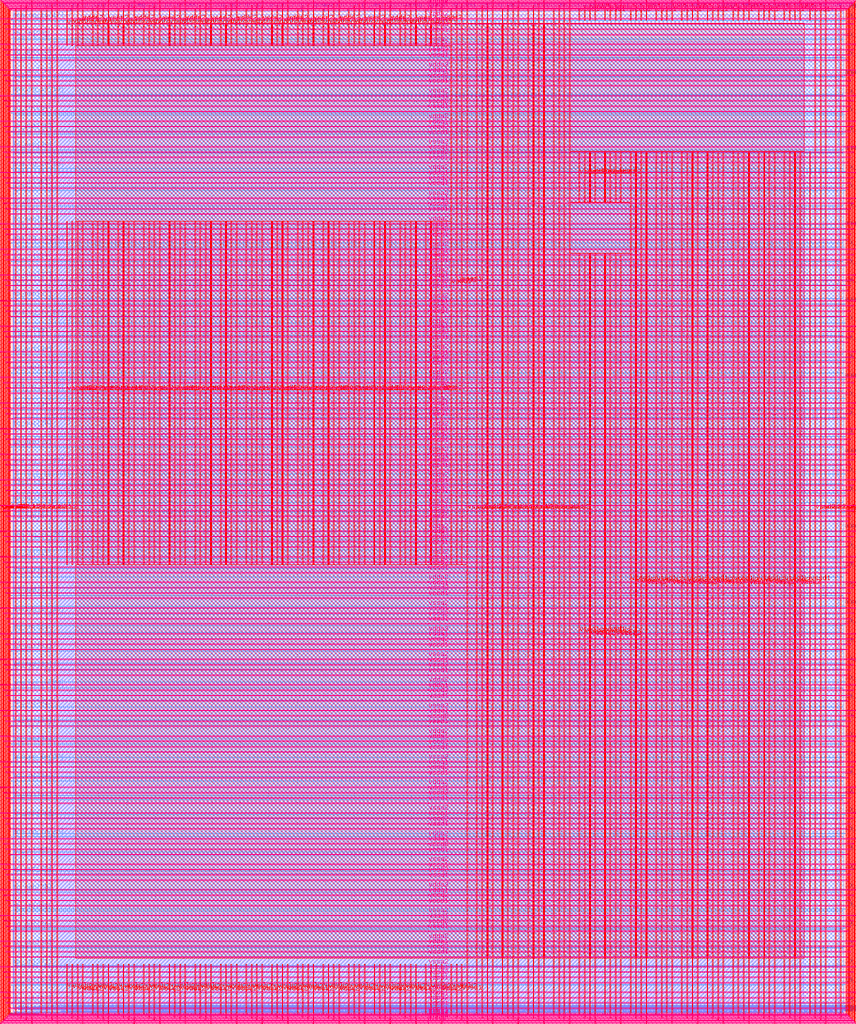
<source format=lef>
VERSION 5.7 ;
  NOWIREEXTENSIONATPIN ON ;
  DIVIDERCHAR "/" ;
  BUSBITCHARS "[]" ;
MACRO user_project_wrapper
  CLASS BLOCK ;
  FOREIGN user_project_wrapper ;
  ORIGIN 0.000 0.000 ;
  SIZE 2920.000 BY 3520.000 ;
  PIN analog_io[0]
    DIRECTION INOUT ;
    USE SIGNAL ;
    PORT
      LAYER met3 ;
        RECT 2917.600 1426.380 2924.800 1427.580 ;
    END
  END analog_io[0]
  PIN analog_io[10]
    DIRECTION INOUT ;
    USE SIGNAL ;
    PORT
      LAYER met2 ;
        RECT 2230.490 3517.600 2231.050 3524.800 ;
    END
  END analog_io[10]
  PIN analog_io[11]
    DIRECTION INOUT ;
    USE SIGNAL ;
    PORT
      LAYER met2 ;
        RECT 1905.730 3517.600 1906.290 3524.800 ;
    END
  END analog_io[11]
  PIN analog_io[12]
    DIRECTION INOUT ;
    USE SIGNAL ;
    PORT
      LAYER met2 ;
        RECT 1581.430 3517.600 1581.990 3524.800 ;
    END
  END analog_io[12]
  PIN analog_io[13]
    DIRECTION INOUT ;
    USE SIGNAL ;
    PORT
      LAYER met2 ;
        RECT 1257.130 3517.600 1257.690 3524.800 ;
    END
  END analog_io[13]
  PIN analog_io[14]
    DIRECTION INOUT ;
    USE SIGNAL ;
    PORT
      LAYER met2 ;
        RECT 932.370 3517.600 932.930 3524.800 ;
    END
  END analog_io[14]
  PIN analog_io[15]
    DIRECTION INOUT ;
    USE SIGNAL ;
    PORT
      LAYER met2 ;
        RECT 608.070 3517.600 608.630 3524.800 ;
    END
  END analog_io[15]
  PIN analog_io[16]
    DIRECTION INOUT ;
    USE SIGNAL ;
    PORT
      LAYER met2 ;
        RECT 283.770 3517.600 284.330 3524.800 ;
    END
  END analog_io[16]
  PIN analog_io[17]
    DIRECTION INOUT ;
    USE SIGNAL ;
    PORT
      LAYER met3 ;
        RECT -4.800 3486.100 2.400 3487.300 ;
    END
  END analog_io[17]
  PIN analog_io[18]
    DIRECTION INOUT ;
    USE SIGNAL ;
    PORT
      LAYER met3 ;
        RECT -4.800 3224.980 2.400 3226.180 ;
    END
  END analog_io[18]
  PIN analog_io[19]
    DIRECTION INOUT ;
    USE SIGNAL ;
    PORT
      LAYER met3 ;
        RECT -4.800 2964.540 2.400 2965.740 ;
    END
  END analog_io[19]
  PIN analog_io[1]
    DIRECTION INOUT ;
    USE SIGNAL ;
    PORT
      LAYER met3 ;
        RECT 2917.600 1692.260 2924.800 1693.460 ;
    END
  END analog_io[1]
  PIN analog_io[20]
    DIRECTION INOUT ;
    USE SIGNAL ;
    PORT
      LAYER met3 ;
        RECT -4.800 2703.420 2.400 2704.620 ;
    END
  END analog_io[20]
  PIN analog_io[21]
    DIRECTION INOUT ;
    USE SIGNAL ;
    PORT
      LAYER met3 ;
        RECT -4.800 2442.980 2.400 2444.180 ;
    END
  END analog_io[21]
  PIN analog_io[22]
    DIRECTION INOUT ;
    USE SIGNAL ;
    PORT
      LAYER met3 ;
        RECT -4.800 2182.540 2.400 2183.740 ;
    END
  END analog_io[22]
  PIN analog_io[23]
    DIRECTION INOUT ;
    USE SIGNAL ;
    PORT
      LAYER met3 ;
        RECT -4.800 1921.420 2.400 1922.620 ;
    END
  END analog_io[23]
  PIN analog_io[24]
    DIRECTION INOUT ;
    USE SIGNAL ;
    PORT
      LAYER met3 ;
        RECT -4.800 1660.980 2.400 1662.180 ;
    END
  END analog_io[24]
  PIN analog_io[25]
    DIRECTION INOUT ;
    USE SIGNAL ;
    PORT
      LAYER met3 ;
        RECT -4.800 1399.860 2.400 1401.060 ;
    END
  END analog_io[25]
  PIN analog_io[26]
    DIRECTION INOUT ;
    USE SIGNAL ;
    PORT
      LAYER met3 ;
        RECT -4.800 1139.420 2.400 1140.620 ;
    END
  END analog_io[26]
  PIN analog_io[27]
    DIRECTION INOUT ;
    USE SIGNAL ;
    PORT
      LAYER met3 ;
        RECT -4.800 878.980 2.400 880.180 ;
    END
  END analog_io[27]
  PIN analog_io[28]
    DIRECTION INOUT ;
    USE SIGNAL ;
    PORT
      LAYER met3 ;
        RECT -4.800 617.860 2.400 619.060 ;
    END
  END analog_io[28]
  PIN analog_io[2]
    DIRECTION INOUT ;
    USE SIGNAL ;
    PORT
      LAYER met3 ;
        RECT 2917.600 1958.140 2924.800 1959.340 ;
    END
  END analog_io[2]
  PIN analog_io[3]
    DIRECTION INOUT ;
    USE SIGNAL ;
    PORT
      LAYER met3 ;
        RECT 2917.600 2223.340 2924.800 2224.540 ;
    END
  END analog_io[3]
  PIN analog_io[4]
    DIRECTION INOUT ;
    USE SIGNAL ;
    PORT
      LAYER met3 ;
        RECT 2917.600 2489.220 2924.800 2490.420 ;
    END
  END analog_io[4]
  PIN analog_io[5]
    DIRECTION INOUT ;
    USE SIGNAL ;
    PORT
      LAYER met3 ;
        RECT 2917.600 2755.100 2924.800 2756.300 ;
    END
  END analog_io[5]
  PIN analog_io[6]
    DIRECTION INOUT ;
    USE SIGNAL ;
    PORT
      LAYER met3 ;
        RECT 2917.600 3020.300 2924.800 3021.500 ;
    END
  END analog_io[6]
  PIN analog_io[7]
    DIRECTION INOUT ;
    USE SIGNAL ;
    PORT
      LAYER met3 ;
        RECT 2917.600 3286.180 2924.800 3287.380 ;
    END
  END analog_io[7]
  PIN analog_io[8]
    DIRECTION INOUT ;
    USE SIGNAL ;
    PORT
      LAYER met2 ;
        RECT 2879.090 3517.600 2879.650 3524.800 ;
    END
  END analog_io[8]
  PIN analog_io[9]
    DIRECTION INOUT ;
    USE SIGNAL ;
    PORT
      LAYER met2 ;
        RECT 2554.790 3517.600 2555.350 3524.800 ;
    END
  END analog_io[9]
  PIN io_in[0]
    DIRECTION INPUT ;
    USE SIGNAL ;
    PORT
      LAYER met3 ;
        RECT 2917.600 32.380 2924.800 33.580 ;
    END
  END io_in[0]
  PIN io_in[10]
    DIRECTION INPUT ;
    USE SIGNAL ;
    PORT
      LAYER met3 ;
        RECT 2917.600 2289.980 2924.800 2291.180 ;
    END
  END io_in[10]
  PIN io_in[11]
    DIRECTION INPUT ;
    USE SIGNAL ;
    PORT
      LAYER met3 ;
        RECT 2917.600 2555.860 2924.800 2557.060 ;
    END
  END io_in[11]
  PIN io_in[12]
    DIRECTION INPUT ;
    USE SIGNAL ;
    PORT
      LAYER met3 ;
        RECT 2917.600 2821.060 2924.800 2822.260 ;
    END
  END io_in[12]
  PIN io_in[13]
    DIRECTION INPUT ;
    USE SIGNAL ;
    PORT
      LAYER met3 ;
        RECT 2917.600 3086.940 2924.800 3088.140 ;
    END
  END io_in[13]
  PIN io_in[14]
    DIRECTION INPUT ;
    USE SIGNAL ;
    PORT
      LAYER met3 ;
        RECT 2917.600 3352.820 2924.800 3354.020 ;
    END
  END io_in[14]
  PIN io_in[15]
    DIRECTION INPUT ;
    USE SIGNAL ;
    PORT
      LAYER met2 ;
        RECT 2798.130 3517.600 2798.690 3524.800 ;
    END
  END io_in[15]
  PIN io_in[16]
    DIRECTION INPUT ;
    USE SIGNAL ;
    PORT
      LAYER met2 ;
        RECT 2473.830 3517.600 2474.390 3524.800 ;
    END
  END io_in[16]
  PIN io_in[17]
    DIRECTION INPUT ;
    USE SIGNAL ;
    PORT
      LAYER met2 ;
        RECT 2149.070 3517.600 2149.630 3524.800 ;
    END
  END io_in[17]
  PIN io_in[18]
    DIRECTION INPUT ;
    USE SIGNAL ;
    PORT
      LAYER met2 ;
        RECT 1824.770 3517.600 1825.330 3524.800 ;
    END
  END io_in[18]
  PIN io_in[19]
    DIRECTION INPUT ;
    USE SIGNAL ;
    PORT
      LAYER met2 ;
        RECT 1500.470 3517.600 1501.030 3524.800 ;
    END
  END io_in[19]
  PIN io_in[1]
    DIRECTION INPUT ;
    USE SIGNAL ;
    PORT
      LAYER met3 ;
        RECT 2917.600 230.940 2924.800 232.140 ;
    END
  END io_in[1]
  PIN io_in[20]
    DIRECTION INPUT ;
    USE SIGNAL ;
    PORT
      LAYER met2 ;
        RECT 1175.710 3517.600 1176.270 3524.800 ;
    END
  END io_in[20]
  PIN io_in[21]
    DIRECTION INPUT ;
    USE SIGNAL ;
    PORT
      LAYER met2 ;
        RECT 851.410 3517.600 851.970 3524.800 ;
    END
  END io_in[21]
  PIN io_in[22]
    DIRECTION INPUT ;
    USE SIGNAL ;
    PORT
      LAYER met2 ;
        RECT 527.110 3517.600 527.670 3524.800 ;
    END
  END io_in[22]
  PIN io_in[23]
    DIRECTION INPUT ;
    USE SIGNAL ;
    PORT
      LAYER met2 ;
        RECT 202.350 3517.600 202.910 3524.800 ;
    END
  END io_in[23]
  PIN io_in[24]
    DIRECTION INPUT ;
    USE SIGNAL ;
    PORT
      LAYER met3 ;
        RECT -4.800 3420.820 2.400 3422.020 ;
    END
  END io_in[24]
  PIN io_in[25]
    DIRECTION INPUT ;
    USE SIGNAL ;
    PORT
      LAYER met3 ;
        RECT -4.800 3159.700 2.400 3160.900 ;
    END
  END io_in[25]
  PIN io_in[26]
    DIRECTION INPUT ;
    USE SIGNAL ;
    PORT
      LAYER met3 ;
        RECT -4.800 2899.260 2.400 2900.460 ;
    END
  END io_in[26]
  PIN io_in[27]
    DIRECTION INPUT ;
    USE SIGNAL ;
    PORT
      LAYER met3 ;
        RECT -4.800 2638.820 2.400 2640.020 ;
    END
  END io_in[27]
  PIN io_in[28]
    DIRECTION INPUT ;
    USE SIGNAL ;
    PORT
      LAYER met3 ;
        RECT -4.800 2377.700 2.400 2378.900 ;
    END
  END io_in[28]
  PIN io_in[29]
    DIRECTION INPUT ;
    USE SIGNAL ;
    PORT
      LAYER met3 ;
        RECT -4.800 2117.260 2.400 2118.460 ;
    END
  END io_in[29]
  PIN io_in[2]
    DIRECTION INPUT ;
    USE SIGNAL ;
    PORT
      LAYER met3 ;
        RECT 2917.600 430.180 2924.800 431.380 ;
    END
  END io_in[2]
  PIN io_in[30]
    DIRECTION INPUT ;
    USE SIGNAL ;
    PORT
      LAYER met3 ;
        RECT -4.800 1856.140 2.400 1857.340 ;
    END
  END io_in[30]
  PIN io_in[31]
    DIRECTION INPUT ;
    USE SIGNAL ;
    PORT
      LAYER met3 ;
        RECT -4.800 1595.700 2.400 1596.900 ;
    END
  END io_in[31]
  PIN io_in[32]
    DIRECTION INPUT ;
    USE SIGNAL ;
    PORT
      LAYER met3 ;
        RECT -4.800 1335.260 2.400 1336.460 ;
    END
  END io_in[32]
  PIN io_in[33]
    DIRECTION INPUT ;
    USE SIGNAL ;
    PORT
      LAYER met3 ;
        RECT -4.800 1074.140 2.400 1075.340 ;
    END
  END io_in[33]
  PIN io_in[34]
    DIRECTION INPUT ;
    USE SIGNAL ;
    PORT
      LAYER met3 ;
        RECT -4.800 813.700 2.400 814.900 ;
    END
  END io_in[34]
  PIN io_in[35]
    DIRECTION INPUT ;
    USE SIGNAL ;
    PORT
      LAYER met3 ;
        RECT -4.800 552.580 2.400 553.780 ;
    END
  END io_in[35]
  PIN io_in[36]
    DIRECTION INPUT ;
    USE SIGNAL ;
    PORT
      LAYER met3 ;
        RECT -4.800 357.420 2.400 358.620 ;
    END
  END io_in[36]
  PIN io_in[37]
    DIRECTION INPUT ;
    USE SIGNAL ;
    PORT
      LAYER met3 ;
        RECT -4.800 161.580 2.400 162.780 ;
    END
  END io_in[37]
  PIN io_in[3]
    DIRECTION INPUT ;
    USE SIGNAL ;
    PORT
      LAYER met3 ;
        RECT 2917.600 629.420 2924.800 630.620 ;
    END
  END io_in[3]
  PIN io_in[4]
    DIRECTION INPUT ;
    USE SIGNAL ;
    PORT
      LAYER met3 ;
        RECT 2917.600 828.660 2924.800 829.860 ;
    END
  END io_in[4]
  PIN io_in[5]
    DIRECTION INPUT ;
    USE SIGNAL ;
    PORT
      LAYER met3 ;
        RECT 2917.600 1027.900 2924.800 1029.100 ;
    END
  END io_in[5]
  PIN io_in[6]
    DIRECTION INPUT ;
    USE SIGNAL ;
    PORT
      LAYER met3 ;
        RECT 2917.600 1227.140 2924.800 1228.340 ;
    END
  END io_in[6]
  PIN io_in[7]
    DIRECTION INPUT ;
    USE SIGNAL ;
    PORT
      LAYER met3 ;
        RECT 2917.600 1493.020 2924.800 1494.220 ;
    END
  END io_in[7]
  PIN io_in[8]
    DIRECTION INPUT ;
    USE SIGNAL ;
    PORT
      LAYER met3 ;
        RECT 2917.600 1758.900 2924.800 1760.100 ;
    END
  END io_in[8]
  PIN io_in[9]
    DIRECTION INPUT ;
    USE SIGNAL ;
    PORT
      LAYER met3 ;
        RECT 2917.600 2024.100 2924.800 2025.300 ;
    END
  END io_in[9]
  PIN io_oeb[0]
    DIRECTION OUTPUT TRISTATE ;
    USE SIGNAL ;
    PORT
      LAYER met3 ;
        RECT 2917.600 164.980 2924.800 166.180 ;
    END
  END io_oeb[0]
  PIN io_oeb[10]
    DIRECTION OUTPUT TRISTATE ;
    USE SIGNAL ;
    PORT
      LAYER met3 ;
        RECT 2917.600 2422.580 2924.800 2423.780 ;
    END
  END io_oeb[10]
  PIN io_oeb[11]
    DIRECTION OUTPUT TRISTATE ;
    USE SIGNAL ;
    PORT
      LAYER met3 ;
        RECT 2917.600 2688.460 2924.800 2689.660 ;
    END
  END io_oeb[11]
  PIN io_oeb[12]
    DIRECTION OUTPUT TRISTATE ;
    USE SIGNAL ;
    PORT
      LAYER met3 ;
        RECT 2917.600 2954.340 2924.800 2955.540 ;
    END
  END io_oeb[12]
  PIN io_oeb[13]
    DIRECTION OUTPUT TRISTATE ;
    USE SIGNAL ;
    PORT
      LAYER met3 ;
        RECT 2917.600 3219.540 2924.800 3220.740 ;
    END
  END io_oeb[13]
  PIN io_oeb[14]
    DIRECTION OUTPUT TRISTATE ;
    USE SIGNAL ;
    PORT
      LAYER met3 ;
        RECT 2917.600 3485.420 2924.800 3486.620 ;
    END
  END io_oeb[14]
  PIN io_oeb[15]
    DIRECTION OUTPUT TRISTATE ;
    USE SIGNAL ;
    PORT
      LAYER met2 ;
        RECT 2635.750 3517.600 2636.310 3524.800 ;
    END
  END io_oeb[15]
  PIN io_oeb[16]
    DIRECTION OUTPUT TRISTATE ;
    USE SIGNAL ;
    PORT
      LAYER met2 ;
        RECT 2311.450 3517.600 2312.010 3524.800 ;
    END
  END io_oeb[16]
  PIN io_oeb[17]
    DIRECTION OUTPUT TRISTATE ;
    USE SIGNAL ;
    PORT
      LAYER met2 ;
        RECT 1987.150 3517.600 1987.710 3524.800 ;
    END
  END io_oeb[17]
  PIN io_oeb[18]
    DIRECTION OUTPUT TRISTATE ;
    USE SIGNAL ;
    PORT
      LAYER met2 ;
        RECT 1662.390 3517.600 1662.950 3524.800 ;
    END
  END io_oeb[18]
  PIN io_oeb[19]
    DIRECTION OUTPUT TRISTATE ;
    USE SIGNAL ;
    PORT
      LAYER met2 ;
        RECT 1338.090 3517.600 1338.650 3524.800 ;
    END
  END io_oeb[19]
  PIN io_oeb[1]
    DIRECTION OUTPUT TRISTATE ;
    USE SIGNAL ;
    PORT
      LAYER met3 ;
        RECT 2917.600 364.220 2924.800 365.420 ;
    END
  END io_oeb[1]
  PIN io_oeb[20]
    DIRECTION OUTPUT TRISTATE ;
    USE SIGNAL ;
    PORT
      LAYER met2 ;
        RECT 1013.790 3517.600 1014.350 3524.800 ;
    END
  END io_oeb[20]
  PIN io_oeb[21]
    DIRECTION OUTPUT TRISTATE ;
    USE SIGNAL ;
    PORT
      LAYER met2 ;
        RECT 689.030 3517.600 689.590 3524.800 ;
    END
  END io_oeb[21]
  PIN io_oeb[22]
    DIRECTION OUTPUT TRISTATE ;
    USE SIGNAL ;
    PORT
      LAYER met2 ;
        RECT 364.730 3517.600 365.290 3524.800 ;
    END
  END io_oeb[22]
  PIN io_oeb[23]
    DIRECTION OUTPUT TRISTATE ;
    USE SIGNAL ;
    PORT
      LAYER met2 ;
        RECT 40.430 3517.600 40.990 3524.800 ;
    END
  END io_oeb[23]
  PIN io_oeb[24]
    DIRECTION OUTPUT TRISTATE ;
    USE SIGNAL ;
    PORT
      LAYER met3 ;
        RECT -4.800 3290.260 2.400 3291.460 ;
    END
  END io_oeb[24]
  PIN io_oeb[25]
    DIRECTION OUTPUT TRISTATE ;
    USE SIGNAL ;
    PORT
      LAYER met3 ;
        RECT -4.800 3029.820 2.400 3031.020 ;
    END
  END io_oeb[25]
  PIN io_oeb[26]
    DIRECTION OUTPUT TRISTATE ;
    USE SIGNAL ;
    PORT
      LAYER met3 ;
        RECT -4.800 2768.700 2.400 2769.900 ;
    END
  END io_oeb[26]
  PIN io_oeb[27]
    DIRECTION OUTPUT TRISTATE ;
    USE SIGNAL ;
    PORT
      LAYER met3 ;
        RECT -4.800 2508.260 2.400 2509.460 ;
    END
  END io_oeb[27]
  PIN io_oeb[28]
    DIRECTION OUTPUT TRISTATE ;
    USE SIGNAL ;
    PORT
      LAYER met3 ;
        RECT -4.800 2247.140 2.400 2248.340 ;
    END
  END io_oeb[28]
  PIN io_oeb[29]
    DIRECTION OUTPUT TRISTATE ;
    USE SIGNAL ;
    PORT
      LAYER met3 ;
        RECT -4.800 1986.700 2.400 1987.900 ;
    END
  END io_oeb[29]
  PIN io_oeb[2]
    DIRECTION OUTPUT TRISTATE ;
    USE SIGNAL ;
    PORT
      LAYER met3 ;
        RECT 2917.600 563.460 2924.800 564.660 ;
    END
  END io_oeb[2]
  PIN io_oeb[30]
    DIRECTION OUTPUT TRISTATE ;
    USE SIGNAL ;
    PORT
      LAYER met3 ;
        RECT -4.800 1726.260 2.400 1727.460 ;
    END
  END io_oeb[30]
  PIN io_oeb[31]
    DIRECTION OUTPUT TRISTATE ;
    USE SIGNAL ;
    PORT
      LAYER met3 ;
        RECT -4.800 1465.140 2.400 1466.340 ;
    END
  END io_oeb[31]
  PIN io_oeb[32]
    DIRECTION OUTPUT TRISTATE ;
    USE SIGNAL ;
    PORT
      LAYER met3 ;
        RECT -4.800 1204.700 2.400 1205.900 ;
    END
  END io_oeb[32]
  PIN io_oeb[33]
    DIRECTION OUTPUT TRISTATE ;
    USE SIGNAL ;
    PORT
      LAYER met3 ;
        RECT -4.800 943.580 2.400 944.780 ;
    END
  END io_oeb[33]
  PIN io_oeb[34]
    DIRECTION OUTPUT TRISTATE ;
    USE SIGNAL ;
    PORT
      LAYER met3 ;
        RECT -4.800 683.140 2.400 684.340 ;
    END
  END io_oeb[34]
  PIN io_oeb[35]
    DIRECTION OUTPUT TRISTATE ;
    USE SIGNAL ;
    PORT
      LAYER met3 ;
        RECT -4.800 422.700 2.400 423.900 ;
    END
  END io_oeb[35]
  PIN io_oeb[36]
    DIRECTION OUTPUT TRISTATE ;
    USE SIGNAL ;
    PORT
      LAYER met3 ;
        RECT -4.800 226.860 2.400 228.060 ;
    END
  END io_oeb[36]
  PIN io_oeb[37]
    DIRECTION OUTPUT TRISTATE ;
    USE SIGNAL ;
    PORT
      LAYER met3 ;
        RECT -4.800 31.700 2.400 32.900 ;
    END
  END io_oeb[37]
  PIN io_oeb[3]
    DIRECTION OUTPUT TRISTATE ;
    USE SIGNAL ;
    PORT
      LAYER met3 ;
        RECT 2917.600 762.700 2924.800 763.900 ;
    END
  END io_oeb[3]
  PIN io_oeb[4]
    DIRECTION OUTPUT TRISTATE ;
    USE SIGNAL ;
    PORT
      LAYER met3 ;
        RECT 2917.600 961.940 2924.800 963.140 ;
    END
  END io_oeb[4]
  PIN io_oeb[5]
    DIRECTION OUTPUT TRISTATE ;
    USE SIGNAL ;
    PORT
      LAYER met3 ;
        RECT 2917.600 1161.180 2924.800 1162.380 ;
    END
  END io_oeb[5]
  PIN io_oeb[6]
    DIRECTION OUTPUT TRISTATE ;
    USE SIGNAL ;
    PORT
      LAYER met3 ;
        RECT 2917.600 1360.420 2924.800 1361.620 ;
    END
  END io_oeb[6]
  PIN io_oeb[7]
    DIRECTION OUTPUT TRISTATE ;
    USE SIGNAL ;
    PORT
      LAYER met3 ;
        RECT 2917.600 1625.620 2924.800 1626.820 ;
    END
  END io_oeb[7]
  PIN io_oeb[8]
    DIRECTION OUTPUT TRISTATE ;
    USE SIGNAL ;
    PORT
      LAYER met3 ;
        RECT 2917.600 1891.500 2924.800 1892.700 ;
    END
  END io_oeb[8]
  PIN io_oeb[9]
    DIRECTION OUTPUT TRISTATE ;
    USE SIGNAL ;
    PORT
      LAYER met3 ;
        RECT 2917.600 2157.380 2924.800 2158.580 ;
    END
  END io_oeb[9]
  PIN io_out[0]
    DIRECTION OUTPUT TRISTATE ;
    USE SIGNAL ;
    PORT
      LAYER met3 ;
        RECT 2917.600 98.340 2924.800 99.540 ;
    END
  END io_out[0]
  PIN io_out[10]
    DIRECTION OUTPUT TRISTATE ;
    USE SIGNAL ;
    PORT
      LAYER met3 ;
        RECT 2917.600 2356.620 2924.800 2357.820 ;
    END
  END io_out[10]
  PIN io_out[11]
    DIRECTION OUTPUT TRISTATE ;
    USE SIGNAL ;
    PORT
      LAYER met3 ;
        RECT 2917.600 2621.820 2924.800 2623.020 ;
    END
  END io_out[11]
  PIN io_out[12]
    DIRECTION OUTPUT TRISTATE ;
    USE SIGNAL ;
    PORT
      LAYER met3 ;
        RECT 2917.600 2887.700 2924.800 2888.900 ;
    END
  END io_out[12]
  PIN io_out[13]
    DIRECTION OUTPUT TRISTATE ;
    USE SIGNAL ;
    PORT
      LAYER met3 ;
        RECT 2917.600 3153.580 2924.800 3154.780 ;
    END
  END io_out[13]
  PIN io_out[14]
    DIRECTION OUTPUT TRISTATE ;
    USE SIGNAL ;
    PORT
      LAYER met3 ;
        RECT 2917.600 3418.780 2924.800 3419.980 ;
    END
  END io_out[14]
  PIN io_out[15]
    DIRECTION OUTPUT TRISTATE ;
    USE SIGNAL ;
    PORT
      LAYER met2 ;
        RECT 2717.170 3517.600 2717.730 3524.800 ;
    END
  END io_out[15]
  PIN io_out[16]
    DIRECTION OUTPUT TRISTATE ;
    USE SIGNAL ;
    PORT
      LAYER met2 ;
        RECT 2392.410 3517.600 2392.970 3524.800 ;
    END
  END io_out[16]
  PIN io_out[17]
    DIRECTION OUTPUT TRISTATE ;
    USE SIGNAL ;
    PORT
      LAYER met2 ;
        RECT 2068.110 3517.600 2068.670 3524.800 ;
    END
  END io_out[17]
  PIN io_out[18]
    DIRECTION OUTPUT TRISTATE ;
    USE SIGNAL ;
    PORT
      LAYER met2 ;
        RECT 1743.810 3517.600 1744.370 3524.800 ;
    END
  END io_out[18]
  PIN io_out[19]
    DIRECTION OUTPUT TRISTATE ;
    USE SIGNAL ;
    PORT
      LAYER met2 ;
        RECT 1419.050 3517.600 1419.610 3524.800 ;
    END
  END io_out[19]
  PIN io_out[1]
    DIRECTION OUTPUT TRISTATE ;
    USE SIGNAL ;
    PORT
      LAYER met3 ;
        RECT 2917.600 297.580 2924.800 298.780 ;
    END
  END io_out[1]
  PIN io_out[20]
    DIRECTION OUTPUT TRISTATE ;
    USE SIGNAL ;
    PORT
      LAYER met2 ;
        RECT 1094.750 3517.600 1095.310 3524.800 ;
    END
  END io_out[20]
  PIN io_out[21]
    DIRECTION OUTPUT TRISTATE ;
    USE SIGNAL ;
    PORT
      LAYER met2 ;
        RECT 770.450 3517.600 771.010 3524.800 ;
    END
  END io_out[21]
  PIN io_out[22]
    DIRECTION OUTPUT TRISTATE ;
    USE SIGNAL ;
    PORT
      LAYER met2 ;
        RECT 445.690 3517.600 446.250 3524.800 ;
    END
  END io_out[22]
  PIN io_out[23]
    DIRECTION OUTPUT TRISTATE ;
    USE SIGNAL ;
    PORT
      LAYER met2 ;
        RECT 121.390 3517.600 121.950 3524.800 ;
    END
  END io_out[23]
  PIN io_out[24]
    DIRECTION OUTPUT TRISTATE ;
    USE SIGNAL ;
    PORT
      LAYER met3 ;
        RECT -4.800 3355.540 2.400 3356.740 ;
    END
  END io_out[24]
  PIN io_out[25]
    DIRECTION OUTPUT TRISTATE ;
    USE SIGNAL ;
    PORT
      LAYER met3 ;
        RECT -4.800 3095.100 2.400 3096.300 ;
    END
  END io_out[25]
  PIN io_out[26]
    DIRECTION OUTPUT TRISTATE ;
    USE SIGNAL ;
    PORT
      LAYER met3 ;
        RECT -4.800 2833.980 2.400 2835.180 ;
    END
  END io_out[26]
  PIN io_out[27]
    DIRECTION OUTPUT TRISTATE ;
    USE SIGNAL ;
    PORT
      LAYER met3 ;
        RECT -4.800 2573.540 2.400 2574.740 ;
    END
  END io_out[27]
  PIN io_out[28]
    DIRECTION OUTPUT TRISTATE ;
    USE SIGNAL ;
    PORT
      LAYER met3 ;
        RECT -4.800 2312.420 2.400 2313.620 ;
    END
  END io_out[28]
  PIN io_out[29]
    DIRECTION OUTPUT TRISTATE ;
    USE SIGNAL ;
    PORT
      LAYER met3 ;
        RECT -4.800 2051.980 2.400 2053.180 ;
    END
  END io_out[29]
  PIN io_out[2]
    DIRECTION OUTPUT TRISTATE ;
    USE SIGNAL ;
    PORT
      LAYER met3 ;
        RECT 2917.600 496.820 2924.800 498.020 ;
    END
  END io_out[2]
  PIN io_out[30]
    DIRECTION OUTPUT TRISTATE ;
    USE SIGNAL ;
    PORT
      LAYER met3 ;
        RECT -4.800 1791.540 2.400 1792.740 ;
    END
  END io_out[30]
  PIN io_out[31]
    DIRECTION OUTPUT TRISTATE ;
    USE SIGNAL ;
    PORT
      LAYER met3 ;
        RECT -4.800 1530.420 2.400 1531.620 ;
    END
  END io_out[31]
  PIN io_out[32]
    DIRECTION OUTPUT TRISTATE ;
    USE SIGNAL ;
    PORT
      LAYER met3 ;
        RECT -4.800 1269.980 2.400 1271.180 ;
    END
  END io_out[32]
  PIN io_out[33]
    DIRECTION OUTPUT TRISTATE ;
    USE SIGNAL ;
    PORT
      LAYER met3 ;
        RECT -4.800 1008.860 2.400 1010.060 ;
    END
  END io_out[33]
  PIN io_out[34]
    DIRECTION OUTPUT TRISTATE ;
    USE SIGNAL ;
    PORT
      LAYER met3 ;
        RECT -4.800 748.420 2.400 749.620 ;
    END
  END io_out[34]
  PIN io_out[35]
    DIRECTION OUTPUT TRISTATE ;
    USE SIGNAL ;
    PORT
      LAYER met3 ;
        RECT -4.800 487.300 2.400 488.500 ;
    END
  END io_out[35]
  PIN io_out[36]
    DIRECTION OUTPUT TRISTATE ;
    USE SIGNAL ;
    PORT
      LAYER met3 ;
        RECT -4.800 292.140 2.400 293.340 ;
    END
  END io_out[36]
  PIN io_out[37]
    DIRECTION OUTPUT TRISTATE ;
    USE SIGNAL ;
    PORT
      LAYER met3 ;
        RECT -4.800 96.300 2.400 97.500 ;
    END
  END io_out[37]
  PIN io_out[3]
    DIRECTION OUTPUT TRISTATE ;
    USE SIGNAL ;
    PORT
      LAYER met3 ;
        RECT 2917.600 696.060 2924.800 697.260 ;
    END
  END io_out[3]
  PIN io_out[4]
    DIRECTION OUTPUT TRISTATE ;
    USE SIGNAL ;
    PORT
      LAYER met3 ;
        RECT 2917.600 895.300 2924.800 896.500 ;
    END
  END io_out[4]
  PIN io_out[5]
    DIRECTION OUTPUT TRISTATE ;
    USE SIGNAL ;
    PORT
      LAYER met3 ;
        RECT 2917.600 1094.540 2924.800 1095.740 ;
    END
  END io_out[5]
  PIN io_out[6]
    DIRECTION OUTPUT TRISTATE ;
    USE SIGNAL ;
    PORT
      LAYER met3 ;
        RECT 2917.600 1293.780 2924.800 1294.980 ;
    END
  END io_out[6]
  PIN io_out[7]
    DIRECTION OUTPUT TRISTATE ;
    USE SIGNAL ;
    PORT
      LAYER met3 ;
        RECT 2917.600 1559.660 2924.800 1560.860 ;
    END
  END io_out[7]
  PIN io_out[8]
    DIRECTION OUTPUT TRISTATE ;
    USE SIGNAL ;
    PORT
      LAYER met3 ;
        RECT 2917.600 1824.860 2924.800 1826.060 ;
    END
  END io_out[8]
  PIN io_out[9]
    DIRECTION OUTPUT TRISTATE ;
    USE SIGNAL ;
    PORT
      LAYER met3 ;
        RECT 2917.600 2090.740 2924.800 2091.940 ;
    END
  END io_out[9]
  PIN la_data_in[0]
    DIRECTION INPUT ;
    USE SIGNAL ;
    PORT
      LAYER met2 ;
        RECT 629.230 -4.800 629.790 2.400 ;
    END
  END la_data_in[0]
  PIN la_data_in[100]
    DIRECTION INPUT ;
    USE SIGNAL ;
    PORT
      LAYER met2 ;
        RECT 2402.530 -4.800 2403.090 2.400 ;
    END
  END la_data_in[100]
  PIN la_data_in[101]
    DIRECTION INPUT ;
    USE SIGNAL ;
    PORT
      LAYER met2 ;
        RECT 2420.010 -4.800 2420.570 2.400 ;
    END
  END la_data_in[101]
  PIN la_data_in[102]
    DIRECTION INPUT ;
    USE SIGNAL ;
    PORT
      LAYER met2 ;
        RECT 2437.950 -4.800 2438.510 2.400 ;
    END
  END la_data_in[102]
  PIN la_data_in[103]
    DIRECTION INPUT ;
    USE SIGNAL ;
    PORT
      LAYER met2 ;
        RECT 2455.430 -4.800 2455.990 2.400 ;
    END
  END la_data_in[103]
  PIN la_data_in[104]
    DIRECTION INPUT ;
    USE SIGNAL ;
    PORT
      LAYER met2 ;
        RECT 2473.370 -4.800 2473.930 2.400 ;
    END
  END la_data_in[104]
  PIN la_data_in[105]
    DIRECTION INPUT ;
    USE SIGNAL ;
    PORT
      LAYER met2 ;
        RECT 2490.850 -4.800 2491.410 2.400 ;
    END
  END la_data_in[105]
  PIN la_data_in[106]
    DIRECTION INPUT ;
    USE SIGNAL ;
    PORT
      LAYER met2 ;
        RECT 2508.790 -4.800 2509.350 2.400 ;
    END
  END la_data_in[106]
  PIN la_data_in[107]
    DIRECTION INPUT ;
    USE SIGNAL ;
    PORT
      LAYER met2 ;
        RECT 2526.730 -4.800 2527.290 2.400 ;
    END
  END la_data_in[107]
  PIN la_data_in[108]
    DIRECTION INPUT ;
    USE SIGNAL ;
    PORT
      LAYER met2 ;
        RECT 2544.210 -4.800 2544.770 2.400 ;
    END
  END la_data_in[108]
  PIN la_data_in[109]
    DIRECTION INPUT ;
    USE SIGNAL ;
    PORT
      LAYER met2 ;
        RECT 2562.150 -4.800 2562.710 2.400 ;
    END
  END la_data_in[109]
  PIN la_data_in[10]
    DIRECTION INPUT ;
    USE SIGNAL ;
    PORT
      LAYER met2 ;
        RECT 806.330 -4.800 806.890 2.400 ;
    END
  END la_data_in[10]
  PIN la_data_in[110]
    DIRECTION INPUT ;
    USE SIGNAL ;
    PORT
      LAYER met2 ;
        RECT 2579.630 -4.800 2580.190 2.400 ;
    END
  END la_data_in[110]
  PIN la_data_in[111]
    DIRECTION INPUT ;
    USE SIGNAL ;
    PORT
      LAYER met2 ;
        RECT 2597.570 -4.800 2598.130 2.400 ;
    END
  END la_data_in[111]
  PIN la_data_in[112]
    DIRECTION INPUT ;
    USE SIGNAL ;
    PORT
      LAYER met2 ;
        RECT 2615.050 -4.800 2615.610 2.400 ;
    END
  END la_data_in[112]
  PIN la_data_in[113]
    DIRECTION INPUT ;
    USE SIGNAL ;
    PORT
      LAYER met2 ;
        RECT 2632.990 -4.800 2633.550 2.400 ;
    END
  END la_data_in[113]
  PIN la_data_in[114]
    DIRECTION INPUT ;
    USE SIGNAL ;
    PORT
      LAYER met2 ;
        RECT 2650.470 -4.800 2651.030 2.400 ;
    END
  END la_data_in[114]
  PIN la_data_in[115]
    DIRECTION INPUT ;
    USE SIGNAL ;
    PORT
      LAYER met2 ;
        RECT 2668.410 -4.800 2668.970 2.400 ;
    END
  END la_data_in[115]
  PIN la_data_in[116]
    DIRECTION INPUT ;
    USE SIGNAL ;
    PORT
      LAYER met2 ;
        RECT 2685.890 -4.800 2686.450 2.400 ;
    END
  END la_data_in[116]
  PIN la_data_in[117]
    DIRECTION INPUT ;
    USE SIGNAL ;
    PORT
      LAYER met2 ;
        RECT 2703.830 -4.800 2704.390 2.400 ;
    END
  END la_data_in[117]
  PIN la_data_in[118]
    DIRECTION INPUT ;
    USE SIGNAL ;
    PORT
      LAYER met2 ;
        RECT 2721.770 -4.800 2722.330 2.400 ;
    END
  END la_data_in[118]
  PIN la_data_in[119]
    DIRECTION INPUT ;
    USE SIGNAL ;
    PORT
      LAYER met2 ;
        RECT 2739.250 -4.800 2739.810 2.400 ;
    END
  END la_data_in[119]
  PIN la_data_in[11]
    DIRECTION INPUT ;
    USE SIGNAL ;
    PORT
      LAYER met2 ;
        RECT 824.270 -4.800 824.830 2.400 ;
    END
  END la_data_in[11]
  PIN la_data_in[120]
    DIRECTION INPUT ;
    USE SIGNAL ;
    PORT
      LAYER met2 ;
        RECT 2757.190 -4.800 2757.750 2.400 ;
    END
  END la_data_in[120]
  PIN la_data_in[121]
    DIRECTION INPUT ;
    USE SIGNAL ;
    PORT
      LAYER met2 ;
        RECT 2774.670 -4.800 2775.230 2.400 ;
    END
  END la_data_in[121]
  PIN la_data_in[122]
    DIRECTION INPUT ;
    USE SIGNAL ;
    PORT
      LAYER met2 ;
        RECT 2792.610 -4.800 2793.170 2.400 ;
    END
  END la_data_in[122]
  PIN la_data_in[123]
    DIRECTION INPUT ;
    USE SIGNAL ;
    PORT
      LAYER met2 ;
        RECT 2810.090 -4.800 2810.650 2.400 ;
    END
  END la_data_in[123]
  PIN la_data_in[124]
    DIRECTION INPUT ;
    USE SIGNAL ;
    PORT
      LAYER met2 ;
        RECT 2828.030 -4.800 2828.590 2.400 ;
    END
  END la_data_in[124]
  PIN la_data_in[125]
    DIRECTION INPUT ;
    USE SIGNAL ;
    PORT
      LAYER met2 ;
        RECT 2845.510 -4.800 2846.070 2.400 ;
    END
  END la_data_in[125]
  PIN la_data_in[126]
    DIRECTION INPUT ;
    USE SIGNAL ;
    PORT
      LAYER met2 ;
        RECT 2863.450 -4.800 2864.010 2.400 ;
    END
  END la_data_in[126]
  PIN la_data_in[127]
    DIRECTION INPUT ;
    USE SIGNAL ;
    PORT
      LAYER met2 ;
        RECT 2881.390 -4.800 2881.950 2.400 ;
    END
  END la_data_in[127]
  PIN la_data_in[12]
    DIRECTION INPUT ;
    USE SIGNAL ;
    PORT
      LAYER met2 ;
        RECT 841.750 -4.800 842.310 2.400 ;
    END
  END la_data_in[12]
  PIN la_data_in[13]
    DIRECTION INPUT ;
    USE SIGNAL ;
    PORT
      LAYER met2 ;
        RECT 859.690 -4.800 860.250 2.400 ;
    END
  END la_data_in[13]
  PIN la_data_in[14]
    DIRECTION INPUT ;
    USE SIGNAL ;
    PORT
      LAYER met2 ;
        RECT 877.170 -4.800 877.730 2.400 ;
    END
  END la_data_in[14]
  PIN la_data_in[15]
    DIRECTION INPUT ;
    USE SIGNAL ;
    PORT
      LAYER met2 ;
        RECT 895.110 -4.800 895.670 2.400 ;
    END
  END la_data_in[15]
  PIN la_data_in[16]
    DIRECTION INPUT ;
    USE SIGNAL ;
    PORT
      LAYER met2 ;
        RECT 912.590 -4.800 913.150 2.400 ;
    END
  END la_data_in[16]
  PIN la_data_in[17]
    DIRECTION INPUT ;
    USE SIGNAL ;
    PORT
      LAYER met2 ;
        RECT 930.530 -4.800 931.090 2.400 ;
    END
  END la_data_in[17]
  PIN la_data_in[18]
    DIRECTION INPUT ;
    USE SIGNAL ;
    PORT
      LAYER met2 ;
        RECT 948.470 -4.800 949.030 2.400 ;
    END
  END la_data_in[18]
  PIN la_data_in[19]
    DIRECTION INPUT ;
    USE SIGNAL ;
    PORT
      LAYER met2 ;
        RECT 965.950 -4.800 966.510 2.400 ;
    END
  END la_data_in[19]
  PIN la_data_in[1]
    DIRECTION INPUT ;
    USE SIGNAL ;
    PORT
      LAYER met2 ;
        RECT 646.710 -4.800 647.270 2.400 ;
    END
  END la_data_in[1]
  PIN la_data_in[20]
    DIRECTION INPUT ;
    USE SIGNAL ;
    PORT
      LAYER met2 ;
        RECT 983.890 -4.800 984.450 2.400 ;
    END
  END la_data_in[20]
  PIN la_data_in[21]
    DIRECTION INPUT ;
    USE SIGNAL ;
    PORT
      LAYER met2 ;
        RECT 1001.370 -4.800 1001.930 2.400 ;
    END
  END la_data_in[21]
  PIN la_data_in[22]
    DIRECTION INPUT ;
    USE SIGNAL ;
    PORT
      LAYER met2 ;
        RECT 1019.310 -4.800 1019.870 2.400 ;
    END
  END la_data_in[22]
  PIN la_data_in[23]
    DIRECTION INPUT ;
    USE SIGNAL ;
    PORT
      LAYER met2 ;
        RECT 1036.790 -4.800 1037.350 2.400 ;
    END
  END la_data_in[23]
  PIN la_data_in[24]
    DIRECTION INPUT ;
    USE SIGNAL ;
    PORT
      LAYER met2 ;
        RECT 1054.730 -4.800 1055.290 2.400 ;
    END
  END la_data_in[24]
  PIN la_data_in[25]
    DIRECTION INPUT ;
    USE SIGNAL ;
    PORT
      LAYER met2 ;
        RECT 1072.210 -4.800 1072.770 2.400 ;
    END
  END la_data_in[25]
  PIN la_data_in[26]
    DIRECTION INPUT ;
    USE SIGNAL ;
    PORT
      LAYER met2 ;
        RECT 1090.150 -4.800 1090.710 2.400 ;
    END
  END la_data_in[26]
  PIN la_data_in[27]
    DIRECTION INPUT ;
    USE SIGNAL ;
    PORT
      LAYER met2 ;
        RECT 1107.630 -4.800 1108.190 2.400 ;
    END
  END la_data_in[27]
  PIN la_data_in[28]
    DIRECTION INPUT ;
    USE SIGNAL ;
    PORT
      LAYER met2 ;
        RECT 1125.570 -4.800 1126.130 2.400 ;
    END
  END la_data_in[28]
  PIN la_data_in[29]
    DIRECTION INPUT ;
    USE SIGNAL ;
    PORT
      LAYER met2 ;
        RECT 1143.510 -4.800 1144.070 2.400 ;
    END
  END la_data_in[29]
  PIN la_data_in[2]
    DIRECTION INPUT ;
    USE SIGNAL ;
    PORT
      LAYER met2 ;
        RECT 664.650 -4.800 665.210 2.400 ;
    END
  END la_data_in[2]
  PIN la_data_in[30]
    DIRECTION INPUT ;
    USE SIGNAL ;
    PORT
      LAYER met2 ;
        RECT 1160.990 -4.800 1161.550 2.400 ;
    END
  END la_data_in[30]
  PIN la_data_in[31]
    DIRECTION INPUT ;
    USE SIGNAL ;
    PORT
      LAYER met2 ;
        RECT 1178.930 -4.800 1179.490 2.400 ;
    END
  END la_data_in[31]
  PIN la_data_in[32]
    DIRECTION INPUT ;
    USE SIGNAL ;
    PORT
      LAYER met2 ;
        RECT 1196.410 -4.800 1196.970 2.400 ;
    END
  END la_data_in[32]
  PIN la_data_in[33]
    DIRECTION INPUT ;
    USE SIGNAL ;
    PORT
      LAYER met2 ;
        RECT 1214.350 -4.800 1214.910 2.400 ;
    END
  END la_data_in[33]
  PIN la_data_in[34]
    DIRECTION INPUT ;
    USE SIGNAL ;
    PORT
      LAYER met2 ;
        RECT 1231.830 -4.800 1232.390 2.400 ;
    END
  END la_data_in[34]
  PIN la_data_in[35]
    DIRECTION INPUT ;
    USE SIGNAL ;
    PORT
      LAYER met2 ;
        RECT 1249.770 -4.800 1250.330 2.400 ;
    END
  END la_data_in[35]
  PIN la_data_in[36]
    DIRECTION INPUT ;
    USE SIGNAL ;
    PORT
      LAYER met2 ;
        RECT 1267.250 -4.800 1267.810 2.400 ;
    END
  END la_data_in[36]
  PIN la_data_in[37]
    DIRECTION INPUT ;
    USE SIGNAL ;
    PORT
      LAYER met2 ;
        RECT 1285.190 -4.800 1285.750 2.400 ;
    END
  END la_data_in[37]
  PIN la_data_in[38]
    DIRECTION INPUT ;
    USE SIGNAL ;
    PORT
      LAYER met2 ;
        RECT 1303.130 -4.800 1303.690 2.400 ;
    END
  END la_data_in[38]
  PIN la_data_in[39]
    DIRECTION INPUT ;
    USE SIGNAL ;
    PORT
      LAYER met2 ;
        RECT 1320.610 -4.800 1321.170 2.400 ;
    END
  END la_data_in[39]
  PIN la_data_in[3]
    DIRECTION INPUT ;
    USE SIGNAL ;
    PORT
      LAYER met2 ;
        RECT 682.130 -4.800 682.690 2.400 ;
    END
  END la_data_in[3]
  PIN la_data_in[40]
    DIRECTION INPUT ;
    USE SIGNAL ;
    PORT
      LAYER met2 ;
        RECT 1338.550 -4.800 1339.110 2.400 ;
    END
  END la_data_in[40]
  PIN la_data_in[41]
    DIRECTION INPUT ;
    USE SIGNAL ;
    PORT
      LAYER met2 ;
        RECT 1356.030 -4.800 1356.590 2.400 ;
    END
  END la_data_in[41]
  PIN la_data_in[42]
    DIRECTION INPUT ;
    USE SIGNAL ;
    PORT
      LAYER met2 ;
        RECT 1373.970 -4.800 1374.530 2.400 ;
    END
  END la_data_in[42]
  PIN la_data_in[43]
    DIRECTION INPUT ;
    USE SIGNAL ;
    PORT
      LAYER met2 ;
        RECT 1391.450 -4.800 1392.010 2.400 ;
    END
  END la_data_in[43]
  PIN la_data_in[44]
    DIRECTION INPUT ;
    USE SIGNAL ;
    PORT
      LAYER met2 ;
        RECT 1409.390 -4.800 1409.950 2.400 ;
    END
  END la_data_in[44]
  PIN la_data_in[45]
    DIRECTION INPUT ;
    USE SIGNAL ;
    PORT
      LAYER met2 ;
        RECT 1426.870 -4.800 1427.430 2.400 ;
    END
  END la_data_in[45]
  PIN la_data_in[46]
    DIRECTION INPUT ;
    USE SIGNAL ;
    PORT
      LAYER met2 ;
        RECT 1444.810 -4.800 1445.370 2.400 ;
    END
  END la_data_in[46]
  PIN la_data_in[47]
    DIRECTION INPUT ;
    USE SIGNAL ;
    PORT
      LAYER met2 ;
        RECT 1462.750 -4.800 1463.310 2.400 ;
    END
  END la_data_in[47]
  PIN la_data_in[48]
    DIRECTION INPUT ;
    USE SIGNAL ;
    PORT
      LAYER met2 ;
        RECT 1480.230 -4.800 1480.790 2.400 ;
    END
  END la_data_in[48]
  PIN la_data_in[49]
    DIRECTION INPUT ;
    USE SIGNAL ;
    PORT
      LAYER met2 ;
        RECT 1498.170 -4.800 1498.730 2.400 ;
    END
  END la_data_in[49]
  PIN la_data_in[4]
    DIRECTION INPUT ;
    USE SIGNAL ;
    PORT
      LAYER met2 ;
        RECT 700.070 -4.800 700.630 2.400 ;
    END
  END la_data_in[4]
  PIN la_data_in[50]
    DIRECTION INPUT ;
    USE SIGNAL ;
    PORT
      LAYER met2 ;
        RECT 1515.650 -4.800 1516.210 2.400 ;
    END
  END la_data_in[50]
  PIN la_data_in[51]
    DIRECTION INPUT ;
    USE SIGNAL ;
    PORT
      LAYER met2 ;
        RECT 1533.590 -4.800 1534.150 2.400 ;
    END
  END la_data_in[51]
  PIN la_data_in[52]
    DIRECTION INPUT ;
    USE SIGNAL ;
    PORT
      LAYER met2 ;
        RECT 1551.070 -4.800 1551.630 2.400 ;
    END
  END la_data_in[52]
  PIN la_data_in[53]
    DIRECTION INPUT ;
    USE SIGNAL ;
    PORT
      LAYER met2 ;
        RECT 1569.010 -4.800 1569.570 2.400 ;
    END
  END la_data_in[53]
  PIN la_data_in[54]
    DIRECTION INPUT ;
    USE SIGNAL ;
    PORT
      LAYER met2 ;
        RECT 1586.490 -4.800 1587.050 2.400 ;
    END
  END la_data_in[54]
  PIN la_data_in[55]
    DIRECTION INPUT ;
    USE SIGNAL ;
    PORT
      LAYER met2 ;
        RECT 1604.430 -4.800 1604.990 2.400 ;
    END
  END la_data_in[55]
  PIN la_data_in[56]
    DIRECTION INPUT ;
    USE SIGNAL ;
    PORT
      LAYER met2 ;
        RECT 1621.910 -4.800 1622.470 2.400 ;
    END
  END la_data_in[56]
  PIN la_data_in[57]
    DIRECTION INPUT ;
    USE SIGNAL ;
    PORT
      LAYER met2 ;
        RECT 1639.850 -4.800 1640.410 2.400 ;
    END
  END la_data_in[57]
  PIN la_data_in[58]
    DIRECTION INPUT ;
    USE SIGNAL ;
    PORT
      LAYER met2 ;
        RECT 1657.790 -4.800 1658.350 2.400 ;
    END
  END la_data_in[58]
  PIN la_data_in[59]
    DIRECTION INPUT ;
    USE SIGNAL ;
    PORT
      LAYER met2 ;
        RECT 1675.270 -4.800 1675.830 2.400 ;
    END
  END la_data_in[59]
  PIN la_data_in[5]
    DIRECTION INPUT ;
    USE SIGNAL ;
    PORT
      LAYER met2 ;
        RECT 717.550 -4.800 718.110 2.400 ;
    END
  END la_data_in[5]
  PIN la_data_in[60]
    DIRECTION INPUT ;
    USE SIGNAL ;
    PORT
      LAYER met2 ;
        RECT 1693.210 -4.800 1693.770 2.400 ;
    END
  END la_data_in[60]
  PIN la_data_in[61]
    DIRECTION INPUT ;
    USE SIGNAL ;
    PORT
      LAYER met2 ;
        RECT 1710.690 -4.800 1711.250 2.400 ;
    END
  END la_data_in[61]
  PIN la_data_in[62]
    DIRECTION INPUT ;
    USE SIGNAL ;
    PORT
      LAYER met2 ;
        RECT 1728.630 -4.800 1729.190 2.400 ;
    END
  END la_data_in[62]
  PIN la_data_in[63]
    DIRECTION INPUT ;
    USE SIGNAL ;
    PORT
      LAYER met2 ;
        RECT 1746.110 -4.800 1746.670 2.400 ;
    END
  END la_data_in[63]
  PIN la_data_in[64]
    DIRECTION INPUT ;
    USE SIGNAL ;
    PORT
      LAYER met2 ;
        RECT 1764.050 -4.800 1764.610 2.400 ;
    END
  END la_data_in[64]
  PIN la_data_in[65]
    DIRECTION INPUT ;
    USE SIGNAL ;
    PORT
      LAYER met2 ;
        RECT 1781.530 -4.800 1782.090 2.400 ;
    END
  END la_data_in[65]
  PIN la_data_in[66]
    DIRECTION INPUT ;
    USE SIGNAL ;
    PORT
      LAYER met2 ;
        RECT 1799.470 -4.800 1800.030 2.400 ;
    END
  END la_data_in[66]
  PIN la_data_in[67]
    DIRECTION INPUT ;
    USE SIGNAL ;
    PORT
      LAYER met2 ;
        RECT 1817.410 -4.800 1817.970 2.400 ;
    END
  END la_data_in[67]
  PIN la_data_in[68]
    DIRECTION INPUT ;
    USE SIGNAL ;
    PORT
      LAYER met2 ;
        RECT 1834.890 -4.800 1835.450 2.400 ;
    END
  END la_data_in[68]
  PIN la_data_in[69]
    DIRECTION INPUT ;
    USE SIGNAL ;
    PORT
      LAYER met2 ;
        RECT 1852.830 -4.800 1853.390 2.400 ;
    END
  END la_data_in[69]
  PIN la_data_in[6]
    DIRECTION INPUT ;
    USE SIGNAL ;
    PORT
      LAYER met2 ;
        RECT 735.490 -4.800 736.050 2.400 ;
    END
  END la_data_in[6]
  PIN la_data_in[70]
    DIRECTION INPUT ;
    USE SIGNAL ;
    PORT
      LAYER met2 ;
        RECT 1870.310 -4.800 1870.870 2.400 ;
    END
  END la_data_in[70]
  PIN la_data_in[71]
    DIRECTION INPUT ;
    USE SIGNAL ;
    PORT
      LAYER met2 ;
        RECT 1888.250 -4.800 1888.810 2.400 ;
    END
  END la_data_in[71]
  PIN la_data_in[72]
    DIRECTION INPUT ;
    USE SIGNAL ;
    PORT
      LAYER met2 ;
        RECT 1905.730 -4.800 1906.290 2.400 ;
    END
  END la_data_in[72]
  PIN la_data_in[73]
    DIRECTION INPUT ;
    USE SIGNAL ;
    PORT
      LAYER met2 ;
        RECT 1923.670 -4.800 1924.230 2.400 ;
    END
  END la_data_in[73]
  PIN la_data_in[74]
    DIRECTION INPUT ;
    USE SIGNAL ;
    PORT
      LAYER met2 ;
        RECT 1941.150 -4.800 1941.710 2.400 ;
    END
  END la_data_in[74]
  PIN la_data_in[75]
    DIRECTION INPUT ;
    USE SIGNAL ;
    PORT
      LAYER met2 ;
        RECT 1959.090 -4.800 1959.650 2.400 ;
    END
  END la_data_in[75]
  PIN la_data_in[76]
    DIRECTION INPUT ;
    USE SIGNAL ;
    PORT
      LAYER met2 ;
        RECT 1976.570 -4.800 1977.130 2.400 ;
    END
  END la_data_in[76]
  PIN la_data_in[77]
    DIRECTION INPUT ;
    USE SIGNAL ;
    PORT
      LAYER met2 ;
        RECT 1994.510 -4.800 1995.070 2.400 ;
    END
  END la_data_in[77]
  PIN la_data_in[78]
    DIRECTION INPUT ;
    USE SIGNAL ;
    PORT
      LAYER met2 ;
        RECT 2012.450 -4.800 2013.010 2.400 ;
    END
  END la_data_in[78]
  PIN la_data_in[79]
    DIRECTION INPUT ;
    USE SIGNAL ;
    PORT
      LAYER met2 ;
        RECT 2029.930 -4.800 2030.490 2.400 ;
    END
  END la_data_in[79]
  PIN la_data_in[7]
    DIRECTION INPUT ;
    USE SIGNAL ;
    PORT
      LAYER met2 ;
        RECT 752.970 -4.800 753.530 2.400 ;
    END
  END la_data_in[7]
  PIN la_data_in[80]
    DIRECTION INPUT ;
    USE SIGNAL ;
    PORT
      LAYER met2 ;
        RECT 2047.870 -4.800 2048.430 2.400 ;
    END
  END la_data_in[80]
  PIN la_data_in[81]
    DIRECTION INPUT ;
    USE SIGNAL ;
    PORT
      LAYER met2 ;
        RECT 2065.350 -4.800 2065.910 2.400 ;
    END
  END la_data_in[81]
  PIN la_data_in[82]
    DIRECTION INPUT ;
    USE SIGNAL ;
    PORT
      LAYER met2 ;
        RECT 2083.290 -4.800 2083.850 2.400 ;
    END
  END la_data_in[82]
  PIN la_data_in[83]
    DIRECTION INPUT ;
    USE SIGNAL ;
    PORT
      LAYER met2 ;
        RECT 2100.770 -4.800 2101.330 2.400 ;
    END
  END la_data_in[83]
  PIN la_data_in[84]
    DIRECTION INPUT ;
    USE SIGNAL ;
    PORT
      LAYER met2 ;
        RECT 2118.710 -4.800 2119.270 2.400 ;
    END
  END la_data_in[84]
  PIN la_data_in[85]
    DIRECTION INPUT ;
    USE SIGNAL ;
    PORT
      LAYER met2 ;
        RECT 2136.190 -4.800 2136.750 2.400 ;
    END
  END la_data_in[85]
  PIN la_data_in[86]
    DIRECTION INPUT ;
    USE SIGNAL ;
    PORT
      LAYER met2 ;
        RECT 2154.130 -4.800 2154.690 2.400 ;
    END
  END la_data_in[86]
  PIN la_data_in[87]
    DIRECTION INPUT ;
    USE SIGNAL ;
    PORT
      LAYER met2 ;
        RECT 2172.070 -4.800 2172.630 2.400 ;
    END
  END la_data_in[87]
  PIN la_data_in[88]
    DIRECTION INPUT ;
    USE SIGNAL ;
    PORT
      LAYER met2 ;
        RECT 2189.550 -4.800 2190.110 2.400 ;
    END
  END la_data_in[88]
  PIN la_data_in[89]
    DIRECTION INPUT ;
    USE SIGNAL ;
    PORT
      LAYER met2 ;
        RECT 2207.490 -4.800 2208.050 2.400 ;
    END
  END la_data_in[89]
  PIN la_data_in[8]
    DIRECTION INPUT ;
    USE SIGNAL ;
    PORT
      LAYER met2 ;
        RECT 770.910 -4.800 771.470 2.400 ;
    END
  END la_data_in[8]
  PIN la_data_in[90]
    DIRECTION INPUT ;
    USE SIGNAL ;
    PORT
      LAYER met2 ;
        RECT 2224.970 -4.800 2225.530 2.400 ;
    END
  END la_data_in[90]
  PIN la_data_in[91]
    DIRECTION INPUT ;
    USE SIGNAL ;
    PORT
      LAYER met2 ;
        RECT 2242.910 -4.800 2243.470 2.400 ;
    END
  END la_data_in[91]
  PIN la_data_in[92]
    DIRECTION INPUT ;
    USE SIGNAL ;
    PORT
      LAYER met2 ;
        RECT 2260.390 -4.800 2260.950 2.400 ;
    END
  END la_data_in[92]
  PIN la_data_in[93]
    DIRECTION INPUT ;
    USE SIGNAL ;
    PORT
      LAYER met2 ;
        RECT 2278.330 -4.800 2278.890 2.400 ;
    END
  END la_data_in[93]
  PIN la_data_in[94]
    DIRECTION INPUT ;
    USE SIGNAL ;
    PORT
      LAYER met2 ;
        RECT 2295.810 -4.800 2296.370 2.400 ;
    END
  END la_data_in[94]
  PIN la_data_in[95]
    DIRECTION INPUT ;
    USE SIGNAL ;
    PORT
      LAYER met2 ;
        RECT 2313.750 -4.800 2314.310 2.400 ;
    END
  END la_data_in[95]
  PIN la_data_in[96]
    DIRECTION INPUT ;
    USE SIGNAL ;
    PORT
      LAYER met2 ;
        RECT 2331.230 -4.800 2331.790 2.400 ;
    END
  END la_data_in[96]
  PIN la_data_in[97]
    DIRECTION INPUT ;
    USE SIGNAL ;
    PORT
      LAYER met2 ;
        RECT 2349.170 -4.800 2349.730 2.400 ;
    END
  END la_data_in[97]
  PIN la_data_in[98]
    DIRECTION INPUT ;
    USE SIGNAL ;
    PORT
      LAYER met2 ;
        RECT 2367.110 -4.800 2367.670 2.400 ;
    END
  END la_data_in[98]
  PIN la_data_in[99]
    DIRECTION INPUT ;
    USE SIGNAL ;
    PORT
      LAYER met2 ;
        RECT 2384.590 -4.800 2385.150 2.400 ;
    END
  END la_data_in[99]
  PIN la_data_in[9]
    DIRECTION INPUT ;
    USE SIGNAL ;
    PORT
      LAYER met2 ;
        RECT 788.850 -4.800 789.410 2.400 ;
    END
  END la_data_in[9]
  PIN la_data_out[0]
    DIRECTION OUTPUT TRISTATE ;
    USE SIGNAL ;
    PORT
      LAYER met2 ;
        RECT 634.750 -4.800 635.310 2.400 ;
    END
  END la_data_out[0]
  PIN la_data_out[100]
    DIRECTION OUTPUT TRISTATE ;
    USE SIGNAL ;
    PORT
      LAYER met2 ;
        RECT 2408.510 -4.800 2409.070 2.400 ;
    END
  END la_data_out[100]
  PIN la_data_out[101]
    DIRECTION OUTPUT TRISTATE ;
    USE SIGNAL ;
    PORT
      LAYER met2 ;
        RECT 2425.990 -4.800 2426.550 2.400 ;
    END
  END la_data_out[101]
  PIN la_data_out[102]
    DIRECTION OUTPUT TRISTATE ;
    USE SIGNAL ;
    PORT
      LAYER met2 ;
        RECT 2443.930 -4.800 2444.490 2.400 ;
    END
  END la_data_out[102]
  PIN la_data_out[103]
    DIRECTION OUTPUT TRISTATE ;
    USE SIGNAL ;
    PORT
      LAYER met2 ;
        RECT 2461.410 -4.800 2461.970 2.400 ;
    END
  END la_data_out[103]
  PIN la_data_out[104]
    DIRECTION OUTPUT TRISTATE ;
    USE SIGNAL ;
    PORT
      LAYER met2 ;
        RECT 2479.350 -4.800 2479.910 2.400 ;
    END
  END la_data_out[104]
  PIN la_data_out[105]
    DIRECTION OUTPUT TRISTATE ;
    USE SIGNAL ;
    PORT
      LAYER met2 ;
        RECT 2496.830 -4.800 2497.390 2.400 ;
    END
  END la_data_out[105]
  PIN la_data_out[106]
    DIRECTION OUTPUT TRISTATE ;
    USE SIGNAL ;
    PORT
      LAYER met2 ;
        RECT 2514.770 -4.800 2515.330 2.400 ;
    END
  END la_data_out[106]
  PIN la_data_out[107]
    DIRECTION OUTPUT TRISTATE ;
    USE SIGNAL ;
    PORT
      LAYER met2 ;
        RECT 2532.250 -4.800 2532.810 2.400 ;
    END
  END la_data_out[107]
  PIN la_data_out[108]
    DIRECTION OUTPUT TRISTATE ;
    USE SIGNAL ;
    PORT
      LAYER met2 ;
        RECT 2550.190 -4.800 2550.750 2.400 ;
    END
  END la_data_out[108]
  PIN la_data_out[109]
    DIRECTION OUTPUT TRISTATE ;
    USE SIGNAL ;
    PORT
      LAYER met2 ;
        RECT 2567.670 -4.800 2568.230 2.400 ;
    END
  END la_data_out[109]
  PIN la_data_out[10]
    DIRECTION OUTPUT TRISTATE ;
    USE SIGNAL ;
    PORT
      LAYER met2 ;
        RECT 812.310 -4.800 812.870 2.400 ;
    END
  END la_data_out[10]
  PIN la_data_out[110]
    DIRECTION OUTPUT TRISTATE ;
    USE SIGNAL ;
    PORT
      LAYER met2 ;
        RECT 2585.610 -4.800 2586.170 2.400 ;
    END
  END la_data_out[110]
  PIN la_data_out[111]
    DIRECTION OUTPUT TRISTATE ;
    USE SIGNAL ;
    PORT
      LAYER met2 ;
        RECT 2603.550 -4.800 2604.110 2.400 ;
    END
  END la_data_out[111]
  PIN la_data_out[112]
    DIRECTION OUTPUT TRISTATE ;
    USE SIGNAL ;
    PORT
      LAYER met2 ;
        RECT 2621.030 -4.800 2621.590 2.400 ;
    END
  END la_data_out[112]
  PIN la_data_out[113]
    DIRECTION OUTPUT TRISTATE ;
    USE SIGNAL ;
    PORT
      LAYER met2 ;
        RECT 2638.970 -4.800 2639.530 2.400 ;
    END
  END la_data_out[113]
  PIN la_data_out[114]
    DIRECTION OUTPUT TRISTATE ;
    USE SIGNAL ;
    PORT
      LAYER met2 ;
        RECT 2656.450 -4.800 2657.010 2.400 ;
    END
  END la_data_out[114]
  PIN la_data_out[115]
    DIRECTION OUTPUT TRISTATE ;
    USE SIGNAL ;
    PORT
      LAYER met2 ;
        RECT 2674.390 -4.800 2674.950 2.400 ;
    END
  END la_data_out[115]
  PIN la_data_out[116]
    DIRECTION OUTPUT TRISTATE ;
    USE SIGNAL ;
    PORT
      LAYER met2 ;
        RECT 2691.870 -4.800 2692.430 2.400 ;
    END
  END la_data_out[116]
  PIN la_data_out[117]
    DIRECTION OUTPUT TRISTATE ;
    USE SIGNAL ;
    PORT
      LAYER met2 ;
        RECT 2709.810 -4.800 2710.370 2.400 ;
    END
  END la_data_out[117]
  PIN la_data_out[118]
    DIRECTION OUTPUT TRISTATE ;
    USE SIGNAL ;
    PORT
      LAYER met2 ;
        RECT 2727.290 -4.800 2727.850 2.400 ;
    END
  END la_data_out[118]
  PIN la_data_out[119]
    DIRECTION OUTPUT TRISTATE ;
    USE SIGNAL ;
    PORT
      LAYER met2 ;
        RECT 2745.230 -4.800 2745.790 2.400 ;
    END
  END la_data_out[119]
  PIN la_data_out[11]
    DIRECTION OUTPUT TRISTATE ;
    USE SIGNAL ;
    PORT
      LAYER met2 ;
        RECT 830.250 -4.800 830.810 2.400 ;
    END
  END la_data_out[11]
  PIN la_data_out[120]
    DIRECTION OUTPUT TRISTATE ;
    USE SIGNAL ;
    PORT
      LAYER met2 ;
        RECT 2763.170 -4.800 2763.730 2.400 ;
    END
  END la_data_out[120]
  PIN la_data_out[121]
    DIRECTION OUTPUT TRISTATE ;
    USE SIGNAL ;
    PORT
      LAYER met2 ;
        RECT 2780.650 -4.800 2781.210 2.400 ;
    END
  END la_data_out[121]
  PIN la_data_out[122]
    DIRECTION OUTPUT TRISTATE ;
    USE SIGNAL ;
    PORT
      LAYER met2 ;
        RECT 2798.590 -4.800 2799.150 2.400 ;
    END
  END la_data_out[122]
  PIN la_data_out[123]
    DIRECTION OUTPUT TRISTATE ;
    USE SIGNAL ;
    PORT
      LAYER met2 ;
        RECT 2816.070 -4.800 2816.630 2.400 ;
    END
  END la_data_out[123]
  PIN la_data_out[124]
    DIRECTION OUTPUT TRISTATE ;
    USE SIGNAL ;
    PORT
      LAYER met2 ;
        RECT 2834.010 -4.800 2834.570 2.400 ;
    END
  END la_data_out[124]
  PIN la_data_out[125]
    DIRECTION OUTPUT TRISTATE ;
    USE SIGNAL ;
    PORT
      LAYER met2 ;
        RECT 2851.490 -4.800 2852.050 2.400 ;
    END
  END la_data_out[125]
  PIN la_data_out[126]
    DIRECTION OUTPUT TRISTATE ;
    USE SIGNAL ;
    PORT
      LAYER met2 ;
        RECT 2869.430 -4.800 2869.990 2.400 ;
    END
  END la_data_out[126]
  PIN la_data_out[127]
    DIRECTION OUTPUT TRISTATE ;
    USE SIGNAL ;
    PORT
      LAYER met2 ;
        RECT 2886.910 -4.800 2887.470 2.400 ;
    END
  END la_data_out[127]
  PIN la_data_out[12]
    DIRECTION OUTPUT TRISTATE ;
    USE SIGNAL ;
    PORT
      LAYER met2 ;
        RECT 847.730 -4.800 848.290 2.400 ;
    END
  END la_data_out[12]
  PIN la_data_out[13]
    DIRECTION OUTPUT TRISTATE ;
    USE SIGNAL ;
    PORT
      LAYER met2 ;
        RECT 865.670 -4.800 866.230 2.400 ;
    END
  END la_data_out[13]
  PIN la_data_out[14]
    DIRECTION OUTPUT TRISTATE ;
    USE SIGNAL ;
    PORT
      LAYER met2 ;
        RECT 883.150 -4.800 883.710 2.400 ;
    END
  END la_data_out[14]
  PIN la_data_out[15]
    DIRECTION OUTPUT TRISTATE ;
    USE SIGNAL ;
    PORT
      LAYER met2 ;
        RECT 901.090 -4.800 901.650 2.400 ;
    END
  END la_data_out[15]
  PIN la_data_out[16]
    DIRECTION OUTPUT TRISTATE ;
    USE SIGNAL ;
    PORT
      LAYER met2 ;
        RECT 918.570 -4.800 919.130 2.400 ;
    END
  END la_data_out[16]
  PIN la_data_out[17]
    DIRECTION OUTPUT TRISTATE ;
    USE SIGNAL ;
    PORT
      LAYER met2 ;
        RECT 936.510 -4.800 937.070 2.400 ;
    END
  END la_data_out[17]
  PIN la_data_out[18]
    DIRECTION OUTPUT TRISTATE ;
    USE SIGNAL ;
    PORT
      LAYER met2 ;
        RECT 953.990 -4.800 954.550 2.400 ;
    END
  END la_data_out[18]
  PIN la_data_out[19]
    DIRECTION OUTPUT TRISTATE ;
    USE SIGNAL ;
    PORT
      LAYER met2 ;
        RECT 971.930 -4.800 972.490 2.400 ;
    END
  END la_data_out[19]
  PIN la_data_out[1]
    DIRECTION OUTPUT TRISTATE ;
    USE SIGNAL ;
    PORT
      LAYER met2 ;
        RECT 652.690 -4.800 653.250 2.400 ;
    END
  END la_data_out[1]
  PIN la_data_out[20]
    DIRECTION OUTPUT TRISTATE ;
    USE SIGNAL ;
    PORT
      LAYER met2 ;
        RECT 989.410 -4.800 989.970 2.400 ;
    END
  END la_data_out[20]
  PIN la_data_out[21]
    DIRECTION OUTPUT TRISTATE ;
    USE SIGNAL ;
    PORT
      LAYER met2 ;
        RECT 1007.350 -4.800 1007.910 2.400 ;
    END
  END la_data_out[21]
  PIN la_data_out[22]
    DIRECTION OUTPUT TRISTATE ;
    USE SIGNAL ;
    PORT
      LAYER met2 ;
        RECT 1025.290 -4.800 1025.850 2.400 ;
    END
  END la_data_out[22]
  PIN la_data_out[23]
    DIRECTION OUTPUT TRISTATE ;
    USE SIGNAL ;
    PORT
      LAYER met2 ;
        RECT 1042.770 -4.800 1043.330 2.400 ;
    END
  END la_data_out[23]
  PIN la_data_out[24]
    DIRECTION OUTPUT TRISTATE ;
    USE SIGNAL ;
    PORT
      LAYER met2 ;
        RECT 1060.710 -4.800 1061.270 2.400 ;
    END
  END la_data_out[24]
  PIN la_data_out[25]
    DIRECTION OUTPUT TRISTATE ;
    USE SIGNAL ;
    PORT
      LAYER met2 ;
        RECT 1078.190 -4.800 1078.750 2.400 ;
    END
  END la_data_out[25]
  PIN la_data_out[26]
    DIRECTION OUTPUT TRISTATE ;
    USE SIGNAL ;
    PORT
      LAYER met2 ;
        RECT 1096.130 -4.800 1096.690 2.400 ;
    END
  END la_data_out[26]
  PIN la_data_out[27]
    DIRECTION OUTPUT TRISTATE ;
    USE SIGNAL ;
    PORT
      LAYER met2 ;
        RECT 1113.610 -4.800 1114.170 2.400 ;
    END
  END la_data_out[27]
  PIN la_data_out[28]
    DIRECTION OUTPUT TRISTATE ;
    USE SIGNAL ;
    PORT
      LAYER met2 ;
        RECT 1131.550 -4.800 1132.110 2.400 ;
    END
  END la_data_out[28]
  PIN la_data_out[29]
    DIRECTION OUTPUT TRISTATE ;
    USE SIGNAL ;
    PORT
      LAYER met2 ;
        RECT 1149.030 -4.800 1149.590 2.400 ;
    END
  END la_data_out[29]
  PIN la_data_out[2]
    DIRECTION OUTPUT TRISTATE ;
    USE SIGNAL ;
    PORT
      LAYER met2 ;
        RECT 670.630 -4.800 671.190 2.400 ;
    END
  END la_data_out[2]
  PIN la_data_out[30]
    DIRECTION OUTPUT TRISTATE ;
    USE SIGNAL ;
    PORT
      LAYER met2 ;
        RECT 1166.970 -4.800 1167.530 2.400 ;
    END
  END la_data_out[30]
  PIN la_data_out[31]
    DIRECTION OUTPUT TRISTATE ;
    USE SIGNAL ;
    PORT
      LAYER met2 ;
        RECT 1184.910 -4.800 1185.470 2.400 ;
    END
  END la_data_out[31]
  PIN la_data_out[32]
    DIRECTION OUTPUT TRISTATE ;
    USE SIGNAL ;
    PORT
      LAYER met2 ;
        RECT 1202.390 -4.800 1202.950 2.400 ;
    END
  END la_data_out[32]
  PIN la_data_out[33]
    DIRECTION OUTPUT TRISTATE ;
    USE SIGNAL ;
    PORT
      LAYER met2 ;
        RECT 1220.330 -4.800 1220.890 2.400 ;
    END
  END la_data_out[33]
  PIN la_data_out[34]
    DIRECTION OUTPUT TRISTATE ;
    USE SIGNAL ;
    PORT
      LAYER met2 ;
        RECT 1237.810 -4.800 1238.370 2.400 ;
    END
  END la_data_out[34]
  PIN la_data_out[35]
    DIRECTION OUTPUT TRISTATE ;
    USE SIGNAL ;
    PORT
      LAYER met2 ;
        RECT 1255.750 -4.800 1256.310 2.400 ;
    END
  END la_data_out[35]
  PIN la_data_out[36]
    DIRECTION OUTPUT TRISTATE ;
    USE SIGNAL ;
    PORT
      LAYER met2 ;
        RECT 1273.230 -4.800 1273.790 2.400 ;
    END
  END la_data_out[36]
  PIN la_data_out[37]
    DIRECTION OUTPUT TRISTATE ;
    USE SIGNAL ;
    PORT
      LAYER met2 ;
        RECT 1291.170 -4.800 1291.730 2.400 ;
    END
  END la_data_out[37]
  PIN la_data_out[38]
    DIRECTION OUTPUT TRISTATE ;
    USE SIGNAL ;
    PORT
      LAYER met2 ;
        RECT 1308.650 -4.800 1309.210 2.400 ;
    END
  END la_data_out[38]
  PIN la_data_out[39]
    DIRECTION OUTPUT TRISTATE ;
    USE SIGNAL ;
    PORT
      LAYER met2 ;
        RECT 1326.590 -4.800 1327.150 2.400 ;
    END
  END la_data_out[39]
  PIN la_data_out[3]
    DIRECTION OUTPUT TRISTATE ;
    USE SIGNAL ;
    PORT
      LAYER met2 ;
        RECT 688.110 -4.800 688.670 2.400 ;
    END
  END la_data_out[3]
  PIN la_data_out[40]
    DIRECTION OUTPUT TRISTATE ;
    USE SIGNAL ;
    PORT
      LAYER met2 ;
        RECT 1344.070 -4.800 1344.630 2.400 ;
    END
  END la_data_out[40]
  PIN la_data_out[41]
    DIRECTION OUTPUT TRISTATE ;
    USE SIGNAL ;
    PORT
      LAYER met2 ;
        RECT 1362.010 -4.800 1362.570 2.400 ;
    END
  END la_data_out[41]
  PIN la_data_out[42]
    DIRECTION OUTPUT TRISTATE ;
    USE SIGNAL ;
    PORT
      LAYER met2 ;
        RECT 1379.950 -4.800 1380.510 2.400 ;
    END
  END la_data_out[42]
  PIN la_data_out[43]
    DIRECTION OUTPUT TRISTATE ;
    USE SIGNAL ;
    PORT
      LAYER met2 ;
        RECT 1397.430 -4.800 1397.990 2.400 ;
    END
  END la_data_out[43]
  PIN la_data_out[44]
    DIRECTION OUTPUT TRISTATE ;
    USE SIGNAL ;
    PORT
      LAYER met2 ;
        RECT 1415.370 -4.800 1415.930 2.400 ;
    END
  END la_data_out[44]
  PIN la_data_out[45]
    DIRECTION OUTPUT TRISTATE ;
    USE SIGNAL ;
    PORT
      LAYER met2 ;
        RECT 1432.850 -4.800 1433.410 2.400 ;
    END
  END la_data_out[45]
  PIN la_data_out[46]
    DIRECTION OUTPUT TRISTATE ;
    USE SIGNAL ;
    PORT
      LAYER met2 ;
        RECT 1450.790 -4.800 1451.350 2.400 ;
    END
  END la_data_out[46]
  PIN la_data_out[47]
    DIRECTION OUTPUT TRISTATE ;
    USE SIGNAL ;
    PORT
      LAYER met2 ;
        RECT 1468.270 -4.800 1468.830 2.400 ;
    END
  END la_data_out[47]
  PIN la_data_out[48]
    DIRECTION OUTPUT TRISTATE ;
    USE SIGNAL ;
    PORT
      LAYER met2 ;
        RECT 1486.210 -4.800 1486.770 2.400 ;
    END
  END la_data_out[48]
  PIN la_data_out[49]
    DIRECTION OUTPUT TRISTATE ;
    USE SIGNAL ;
    PORT
      LAYER met2 ;
        RECT 1503.690 -4.800 1504.250 2.400 ;
    END
  END la_data_out[49]
  PIN la_data_out[4]
    DIRECTION OUTPUT TRISTATE ;
    USE SIGNAL ;
    PORT
      LAYER met2 ;
        RECT 706.050 -4.800 706.610 2.400 ;
    END
  END la_data_out[4]
  PIN la_data_out[50]
    DIRECTION OUTPUT TRISTATE ;
    USE SIGNAL ;
    PORT
      LAYER met2 ;
        RECT 1521.630 -4.800 1522.190 2.400 ;
    END
  END la_data_out[50]
  PIN la_data_out[51]
    DIRECTION OUTPUT TRISTATE ;
    USE SIGNAL ;
    PORT
      LAYER met2 ;
        RECT 1539.570 -4.800 1540.130 2.400 ;
    END
  END la_data_out[51]
  PIN la_data_out[52]
    DIRECTION OUTPUT TRISTATE ;
    USE SIGNAL ;
    PORT
      LAYER met2 ;
        RECT 1557.050 -4.800 1557.610 2.400 ;
    END
  END la_data_out[52]
  PIN la_data_out[53]
    DIRECTION OUTPUT TRISTATE ;
    USE SIGNAL ;
    PORT
      LAYER met2 ;
        RECT 1574.990 -4.800 1575.550 2.400 ;
    END
  END la_data_out[53]
  PIN la_data_out[54]
    DIRECTION OUTPUT TRISTATE ;
    USE SIGNAL ;
    PORT
      LAYER met2 ;
        RECT 1592.470 -4.800 1593.030 2.400 ;
    END
  END la_data_out[54]
  PIN la_data_out[55]
    DIRECTION OUTPUT TRISTATE ;
    USE SIGNAL ;
    PORT
      LAYER met2 ;
        RECT 1610.410 -4.800 1610.970 2.400 ;
    END
  END la_data_out[55]
  PIN la_data_out[56]
    DIRECTION OUTPUT TRISTATE ;
    USE SIGNAL ;
    PORT
      LAYER met2 ;
        RECT 1627.890 -4.800 1628.450 2.400 ;
    END
  END la_data_out[56]
  PIN la_data_out[57]
    DIRECTION OUTPUT TRISTATE ;
    USE SIGNAL ;
    PORT
      LAYER met2 ;
        RECT 1645.830 -4.800 1646.390 2.400 ;
    END
  END la_data_out[57]
  PIN la_data_out[58]
    DIRECTION OUTPUT TRISTATE ;
    USE SIGNAL ;
    PORT
      LAYER met2 ;
        RECT 1663.310 -4.800 1663.870 2.400 ;
    END
  END la_data_out[58]
  PIN la_data_out[59]
    DIRECTION OUTPUT TRISTATE ;
    USE SIGNAL ;
    PORT
      LAYER met2 ;
        RECT 1681.250 -4.800 1681.810 2.400 ;
    END
  END la_data_out[59]
  PIN la_data_out[5]
    DIRECTION OUTPUT TRISTATE ;
    USE SIGNAL ;
    PORT
      LAYER met2 ;
        RECT 723.530 -4.800 724.090 2.400 ;
    END
  END la_data_out[5]
  PIN la_data_out[60]
    DIRECTION OUTPUT TRISTATE ;
    USE SIGNAL ;
    PORT
      LAYER met2 ;
        RECT 1699.190 -4.800 1699.750 2.400 ;
    END
  END la_data_out[60]
  PIN la_data_out[61]
    DIRECTION OUTPUT TRISTATE ;
    USE SIGNAL ;
    PORT
      LAYER met2 ;
        RECT 1716.670 -4.800 1717.230 2.400 ;
    END
  END la_data_out[61]
  PIN la_data_out[62]
    DIRECTION OUTPUT TRISTATE ;
    USE SIGNAL ;
    PORT
      LAYER met2 ;
        RECT 1734.610 -4.800 1735.170 2.400 ;
    END
  END la_data_out[62]
  PIN la_data_out[63]
    DIRECTION OUTPUT TRISTATE ;
    USE SIGNAL ;
    PORT
      LAYER met2 ;
        RECT 1752.090 -4.800 1752.650 2.400 ;
    END
  END la_data_out[63]
  PIN la_data_out[64]
    DIRECTION OUTPUT TRISTATE ;
    USE SIGNAL ;
    PORT
      LAYER met2 ;
        RECT 1770.030 -4.800 1770.590 2.400 ;
    END
  END la_data_out[64]
  PIN la_data_out[65]
    DIRECTION OUTPUT TRISTATE ;
    USE SIGNAL ;
    PORT
      LAYER met2 ;
        RECT 1787.510 -4.800 1788.070 2.400 ;
    END
  END la_data_out[65]
  PIN la_data_out[66]
    DIRECTION OUTPUT TRISTATE ;
    USE SIGNAL ;
    PORT
      LAYER met2 ;
        RECT 1805.450 -4.800 1806.010 2.400 ;
    END
  END la_data_out[66]
  PIN la_data_out[67]
    DIRECTION OUTPUT TRISTATE ;
    USE SIGNAL ;
    PORT
      LAYER met2 ;
        RECT 1822.930 -4.800 1823.490 2.400 ;
    END
  END la_data_out[67]
  PIN la_data_out[68]
    DIRECTION OUTPUT TRISTATE ;
    USE SIGNAL ;
    PORT
      LAYER met2 ;
        RECT 1840.870 -4.800 1841.430 2.400 ;
    END
  END la_data_out[68]
  PIN la_data_out[69]
    DIRECTION OUTPUT TRISTATE ;
    USE SIGNAL ;
    PORT
      LAYER met2 ;
        RECT 1858.350 -4.800 1858.910 2.400 ;
    END
  END la_data_out[69]
  PIN la_data_out[6]
    DIRECTION OUTPUT TRISTATE ;
    USE SIGNAL ;
    PORT
      LAYER met2 ;
        RECT 741.470 -4.800 742.030 2.400 ;
    END
  END la_data_out[6]
  PIN la_data_out[70]
    DIRECTION OUTPUT TRISTATE ;
    USE SIGNAL ;
    PORT
      LAYER met2 ;
        RECT 1876.290 -4.800 1876.850 2.400 ;
    END
  END la_data_out[70]
  PIN la_data_out[71]
    DIRECTION OUTPUT TRISTATE ;
    USE SIGNAL ;
    PORT
      LAYER met2 ;
        RECT 1894.230 -4.800 1894.790 2.400 ;
    END
  END la_data_out[71]
  PIN la_data_out[72]
    DIRECTION OUTPUT TRISTATE ;
    USE SIGNAL ;
    PORT
      LAYER met2 ;
        RECT 1911.710 -4.800 1912.270 2.400 ;
    END
  END la_data_out[72]
  PIN la_data_out[73]
    DIRECTION OUTPUT TRISTATE ;
    USE SIGNAL ;
    PORT
      LAYER met2 ;
        RECT 1929.650 -4.800 1930.210 2.400 ;
    END
  END la_data_out[73]
  PIN la_data_out[74]
    DIRECTION OUTPUT TRISTATE ;
    USE SIGNAL ;
    PORT
      LAYER met2 ;
        RECT 1947.130 -4.800 1947.690 2.400 ;
    END
  END la_data_out[74]
  PIN la_data_out[75]
    DIRECTION OUTPUT TRISTATE ;
    USE SIGNAL ;
    PORT
      LAYER met2 ;
        RECT 1965.070 -4.800 1965.630 2.400 ;
    END
  END la_data_out[75]
  PIN la_data_out[76]
    DIRECTION OUTPUT TRISTATE ;
    USE SIGNAL ;
    PORT
      LAYER met2 ;
        RECT 1982.550 -4.800 1983.110 2.400 ;
    END
  END la_data_out[76]
  PIN la_data_out[77]
    DIRECTION OUTPUT TRISTATE ;
    USE SIGNAL ;
    PORT
      LAYER met2 ;
        RECT 2000.490 -4.800 2001.050 2.400 ;
    END
  END la_data_out[77]
  PIN la_data_out[78]
    DIRECTION OUTPUT TRISTATE ;
    USE SIGNAL ;
    PORT
      LAYER met2 ;
        RECT 2017.970 -4.800 2018.530 2.400 ;
    END
  END la_data_out[78]
  PIN la_data_out[79]
    DIRECTION OUTPUT TRISTATE ;
    USE SIGNAL ;
    PORT
      LAYER met2 ;
        RECT 2035.910 -4.800 2036.470 2.400 ;
    END
  END la_data_out[79]
  PIN la_data_out[7]
    DIRECTION OUTPUT TRISTATE ;
    USE SIGNAL ;
    PORT
      LAYER met2 ;
        RECT 758.950 -4.800 759.510 2.400 ;
    END
  END la_data_out[7]
  PIN la_data_out[80]
    DIRECTION OUTPUT TRISTATE ;
    USE SIGNAL ;
    PORT
      LAYER met2 ;
        RECT 2053.850 -4.800 2054.410 2.400 ;
    END
  END la_data_out[80]
  PIN la_data_out[81]
    DIRECTION OUTPUT TRISTATE ;
    USE SIGNAL ;
    PORT
      LAYER met2 ;
        RECT 2071.330 -4.800 2071.890 2.400 ;
    END
  END la_data_out[81]
  PIN la_data_out[82]
    DIRECTION OUTPUT TRISTATE ;
    USE SIGNAL ;
    PORT
      LAYER met2 ;
        RECT 2089.270 -4.800 2089.830 2.400 ;
    END
  END la_data_out[82]
  PIN la_data_out[83]
    DIRECTION OUTPUT TRISTATE ;
    USE SIGNAL ;
    PORT
      LAYER met2 ;
        RECT 2106.750 -4.800 2107.310 2.400 ;
    END
  END la_data_out[83]
  PIN la_data_out[84]
    DIRECTION OUTPUT TRISTATE ;
    USE SIGNAL ;
    PORT
      LAYER met2 ;
        RECT 2124.690 -4.800 2125.250 2.400 ;
    END
  END la_data_out[84]
  PIN la_data_out[85]
    DIRECTION OUTPUT TRISTATE ;
    USE SIGNAL ;
    PORT
      LAYER met2 ;
        RECT 2142.170 -4.800 2142.730 2.400 ;
    END
  END la_data_out[85]
  PIN la_data_out[86]
    DIRECTION OUTPUT TRISTATE ;
    USE SIGNAL ;
    PORT
      LAYER met2 ;
        RECT 2160.110 -4.800 2160.670 2.400 ;
    END
  END la_data_out[86]
  PIN la_data_out[87]
    DIRECTION OUTPUT TRISTATE ;
    USE SIGNAL ;
    PORT
      LAYER met2 ;
        RECT 2177.590 -4.800 2178.150 2.400 ;
    END
  END la_data_out[87]
  PIN la_data_out[88]
    DIRECTION OUTPUT TRISTATE ;
    USE SIGNAL ;
    PORT
      LAYER met2 ;
        RECT 2195.530 -4.800 2196.090 2.400 ;
    END
  END la_data_out[88]
  PIN la_data_out[89]
    DIRECTION OUTPUT TRISTATE ;
    USE SIGNAL ;
    PORT
      LAYER met2 ;
        RECT 2213.010 -4.800 2213.570 2.400 ;
    END
  END la_data_out[89]
  PIN la_data_out[8]
    DIRECTION OUTPUT TRISTATE ;
    USE SIGNAL ;
    PORT
      LAYER met2 ;
        RECT 776.890 -4.800 777.450 2.400 ;
    END
  END la_data_out[8]
  PIN la_data_out[90]
    DIRECTION OUTPUT TRISTATE ;
    USE SIGNAL ;
    PORT
      LAYER met2 ;
        RECT 2230.950 -4.800 2231.510 2.400 ;
    END
  END la_data_out[90]
  PIN la_data_out[91]
    DIRECTION OUTPUT TRISTATE ;
    USE SIGNAL ;
    PORT
      LAYER met2 ;
        RECT 2248.890 -4.800 2249.450 2.400 ;
    END
  END la_data_out[91]
  PIN la_data_out[92]
    DIRECTION OUTPUT TRISTATE ;
    USE SIGNAL ;
    PORT
      LAYER met2 ;
        RECT 2266.370 -4.800 2266.930 2.400 ;
    END
  END la_data_out[92]
  PIN la_data_out[93]
    DIRECTION OUTPUT TRISTATE ;
    USE SIGNAL ;
    PORT
      LAYER met2 ;
        RECT 2284.310 -4.800 2284.870 2.400 ;
    END
  END la_data_out[93]
  PIN la_data_out[94]
    DIRECTION OUTPUT TRISTATE ;
    USE SIGNAL ;
    PORT
      LAYER met2 ;
        RECT 2301.790 -4.800 2302.350 2.400 ;
    END
  END la_data_out[94]
  PIN la_data_out[95]
    DIRECTION OUTPUT TRISTATE ;
    USE SIGNAL ;
    PORT
      LAYER met2 ;
        RECT 2319.730 -4.800 2320.290 2.400 ;
    END
  END la_data_out[95]
  PIN la_data_out[96]
    DIRECTION OUTPUT TRISTATE ;
    USE SIGNAL ;
    PORT
      LAYER met2 ;
        RECT 2337.210 -4.800 2337.770 2.400 ;
    END
  END la_data_out[96]
  PIN la_data_out[97]
    DIRECTION OUTPUT TRISTATE ;
    USE SIGNAL ;
    PORT
      LAYER met2 ;
        RECT 2355.150 -4.800 2355.710 2.400 ;
    END
  END la_data_out[97]
  PIN la_data_out[98]
    DIRECTION OUTPUT TRISTATE ;
    USE SIGNAL ;
    PORT
      LAYER met2 ;
        RECT 2372.630 -4.800 2373.190 2.400 ;
    END
  END la_data_out[98]
  PIN la_data_out[99]
    DIRECTION OUTPUT TRISTATE ;
    USE SIGNAL ;
    PORT
      LAYER met2 ;
        RECT 2390.570 -4.800 2391.130 2.400 ;
    END
  END la_data_out[99]
  PIN la_data_out[9]
    DIRECTION OUTPUT TRISTATE ;
    USE SIGNAL ;
    PORT
      LAYER met2 ;
        RECT 794.370 -4.800 794.930 2.400 ;
    END
  END la_data_out[9]
  PIN la_oenb[0]
    DIRECTION INPUT ;
    USE SIGNAL ;
    PORT
      LAYER met2 ;
        RECT 640.730 -4.800 641.290 2.400 ;
    END
  END la_oenb[0]
  PIN la_oenb[100]
    DIRECTION INPUT ;
    USE SIGNAL ;
    PORT
      LAYER met2 ;
        RECT 2414.030 -4.800 2414.590 2.400 ;
    END
  END la_oenb[100]
  PIN la_oenb[101]
    DIRECTION INPUT ;
    USE SIGNAL ;
    PORT
      LAYER met2 ;
        RECT 2431.970 -4.800 2432.530 2.400 ;
    END
  END la_oenb[101]
  PIN la_oenb[102]
    DIRECTION INPUT ;
    USE SIGNAL ;
    PORT
      LAYER met2 ;
        RECT 2449.450 -4.800 2450.010 2.400 ;
    END
  END la_oenb[102]
  PIN la_oenb[103]
    DIRECTION INPUT ;
    USE SIGNAL ;
    PORT
      LAYER met2 ;
        RECT 2467.390 -4.800 2467.950 2.400 ;
    END
  END la_oenb[103]
  PIN la_oenb[104]
    DIRECTION INPUT ;
    USE SIGNAL ;
    PORT
      LAYER met2 ;
        RECT 2485.330 -4.800 2485.890 2.400 ;
    END
  END la_oenb[104]
  PIN la_oenb[105]
    DIRECTION INPUT ;
    USE SIGNAL ;
    PORT
      LAYER met2 ;
        RECT 2502.810 -4.800 2503.370 2.400 ;
    END
  END la_oenb[105]
  PIN la_oenb[106]
    DIRECTION INPUT ;
    USE SIGNAL ;
    PORT
      LAYER met2 ;
        RECT 2520.750 -4.800 2521.310 2.400 ;
    END
  END la_oenb[106]
  PIN la_oenb[107]
    DIRECTION INPUT ;
    USE SIGNAL ;
    PORT
      LAYER met2 ;
        RECT 2538.230 -4.800 2538.790 2.400 ;
    END
  END la_oenb[107]
  PIN la_oenb[108]
    DIRECTION INPUT ;
    USE SIGNAL ;
    PORT
      LAYER met2 ;
        RECT 2556.170 -4.800 2556.730 2.400 ;
    END
  END la_oenb[108]
  PIN la_oenb[109]
    DIRECTION INPUT ;
    USE SIGNAL ;
    PORT
      LAYER met2 ;
        RECT 2573.650 -4.800 2574.210 2.400 ;
    END
  END la_oenb[109]
  PIN la_oenb[10]
    DIRECTION INPUT ;
    USE SIGNAL ;
    PORT
      LAYER met2 ;
        RECT 818.290 -4.800 818.850 2.400 ;
    END
  END la_oenb[10]
  PIN la_oenb[110]
    DIRECTION INPUT ;
    USE SIGNAL ;
    PORT
      LAYER met2 ;
        RECT 2591.590 -4.800 2592.150 2.400 ;
    END
  END la_oenb[110]
  PIN la_oenb[111]
    DIRECTION INPUT ;
    USE SIGNAL ;
    PORT
      LAYER met2 ;
        RECT 2609.070 -4.800 2609.630 2.400 ;
    END
  END la_oenb[111]
  PIN la_oenb[112]
    DIRECTION INPUT ;
    USE SIGNAL ;
    PORT
      LAYER met2 ;
        RECT 2627.010 -4.800 2627.570 2.400 ;
    END
  END la_oenb[112]
  PIN la_oenb[113]
    DIRECTION INPUT ;
    USE SIGNAL ;
    PORT
      LAYER met2 ;
        RECT 2644.950 -4.800 2645.510 2.400 ;
    END
  END la_oenb[113]
  PIN la_oenb[114]
    DIRECTION INPUT ;
    USE SIGNAL ;
    PORT
      LAYER met2 ;
        RECT 2662.430 -4.800 2662.990 2.400 ;
    END
  END la_oenb[114]
  PIN la_oenb[115]
    DIRECTION INPUT ;
    USE SIGNAL ;
    PORT
      LAYER met2 ;
        RECT 2680.370 -4.800 2680.930 2.400 ;
    END
  END la_oenb[115]
  PIN la_oenb[116]
    DIRECTION INPUT ;
    USE SIGNAL ;
    PORT
      LAYER met2 ;
        RECT 2697.850 -4.800 2698.410 2.400 ;
    END
  END la_oenb[116]
  PIN la_oenb[117]
    DIRECTION INPUT ;
    USE SIGNAL ;
    PORT
      LAYER met2 ;
        RECT 2715.790 -4.800 2716.350 2.400 ;
    END
  END la_oenb[117]
  PIN la_oenb[118]
    DIRECTION INPUT ;
    USE SIGNAL ;
    PORT
      LAYER met2 ;
        RECT 2733.270 -4.800 2733.830 2.400 ;
    END
  END la_oenb[118]
  PIN la_oenb[119]
    DIRECTION INPUT ;
    USE SIGNAL ;
    PORT
      LAYER met2 ;
        RECT 2751.210 -4.800 2751.770 2.400 ;
    END
  END la_oenb[119]
  PIN la_oenb[11]
    DIRECTION INPUT ;
    USE SIGNAL ;
    PORT
      LAYER met2 ;
        RECT 835.770 -4.800 836.330 2.400 ;
    END
  END la_oenb[11]
  PIN la_oenb[120]
    DIRECTION INPUT ;
    USE SIGNAL ;
    PORT
      LAYER met2 ;
        RECT 2768.690 -4.800 2769.250 2.400 ;
    END
  END la_oenb[120]
  PIN la_oenb[121]
    DIRECTION INPUT ;
    USE SIGNAL ;
    PORT
      LAYER met2 ;
        RECT 2786.630 -4.800 2787.190 2.400 ;
    END
  END la_oenb[121]
  PIN la_oenb[122]
    DIRECTION INPUT ;
    USE SIGNAL ;
    PORT
      LAYER met2 ;
        RECT 2804.110 -4.800 2804.670 2.400 ;
    END
  END la_oenb[122]
  PIN la_oenb[123]
    DIRECTION INPUT ;
    USE SIGNAL ;
    PORT
      LAYER met2 ;
        RECT 2822.050 -4.800 2822.610 2.400 ;
    END
  END la_oenb[123]
  PIN la_oenb[124]
    DIRECTION INPUT ;
    USE SIGNAL ;
    PORT
      LAYER met2 ;
        RECT 2839.990 -4.800 2840.550 2.400 ;
    END
  END la_oenb[124]
  PIN la_oenb[125]
    DIRECTION INPUT ;
    USE SIGNAL ;
    PORT
      LAYER met2 ;
        RECT 2857.470 -4.800 2858.030 2.400 ;
    END
  END la_oenb[125]
  PIN la_oenb[126]
    DIRECTION INPUT ;
    USE SIGNAL ;
    PORT
      LAYER met2 ;
        RECT 2875.410 -4.800 2875.970 2.400 ;
    END
  END la_oenb[126]
  PIN la_oenb[127]
    DIRECTION INPUT ;
    USE SIGNAL ;
    PORT
      LAYER met2 ;
        RECT 2892.890 -4.800 2893.450 2.400 ;
    END
  END la_oenb[127]
  PIN la_oenb[12]
    DIRECTION INPUT ;
    USE SIGNAL ;
    PORT
      LAYER met2 ;
        RECT 853.710 -4.800 854.270 2.400 ;
    END
  END la_oenb[12]
  PIN la_oenb[13]
    DIRECTION INPUT ;
    USE SIGNAL ;
    PORT
      LAYER met2 ;
        RECT 871.190 -4.800 871.750 2.400 ;
    END
  END la_oenb[13]
  PIN la_oenb[14]
    DIRECTION INPUT ;
    USE SIGNAL ;
    PORT
      LAYER met2 ;
        RECT 889.130 -4.800 889.690 2.400 ;
    END
  END la_oenb[14]
  PIN la_oenb[15]
    DIRECTION INPUT ;
    USE SIGNAL ;
    PORT
      LAYER met2 ;
        RECT 907.070 -4.800 907.630 2.400 ;
    END
  END la_oenb[15]
  PIN la_oenb[16]
    DIRECTION INPUT ;
    USE SIGNAL ;
    PORT
      LAYER met2 ;
        RECT 924.550 -4.800 925.110 2.400 ;
    END
  END la_oenb[16]
  PIN la_oenb[17]
    DIRECTION INPUT ;
    USE SIGNAL ;
    PORT
      LAYER met2 ;
        RECT 942.490 -4.800 943.050 2.400 ;
    END
  END la_oenb[17]
  PIN la_oenb[18]
    DIRECTION INPUT ;
    USE SIGNAL ;
    PORT
      LAYER met2 ;
        RECT 959.970 -4.800 960.530 2.400 ;
    END
  END la_oenb[18]
  PIN la_oenb[19]
    DIRECTION INPUT ;
    USE SIGNAL ;
    PORT
      LAYER met2 ;
        RECT 977.910 -4.800 978.470 2.400 ;
    END
  END la_oenb[19]
  PIN la_oenb[1]
    DIRECTION INPUT ;
    USE SIGNAL ;
    PORT
      LAYER met2 ;
        RECT 658.670 -4.800 659.230 2.400 ;
    END
  END la_oenb[1]
  PIN la_oenb[20]
    DIRECTION INPUT ;
    USE SIGNAL ;
    PORT
      LAYER met2 ;
        RECT 995.390 -4.800 995.950 2.400 ;
    END
  END la_oenb[20]
  PIN la_oenb[21]
    DIRECTION INPUT ;
    USE SIGNAL ;
    PORT
      LAYER met2 ;
        RECT 1013.330 -4.800 1013.890 2.400 ;
    END
  END la_oenb[21]
  PIN la_oenb[22]
    DIRECTION INPUT ;
    USE SIGNAL ;
    PORT
      LAYER met2 ;
        RECT 1030.810 -4.800 1031.370 2.400 ;
    END
  END la_oenb[22]
  PIN la_oenb[23]
    DIRECTION INPUT ;
    USE SIGNAL ;
    PORT
      LAYER met2 ;
        RECT 1048.750 -4.800 1049.310 2.400 ;
    END
  END la_oenb[23]
  PIN la_oenb[24]
    DIRECTION INPUT ;
    USE SIGNAL ;
    PORT
      LAYER met2 ;
        RECT 1066.690 -4.800 1067.250 2.400 ;
    END
  END la_oenb[24]
  PIN la_oenb[25]
    DIRECTION INPUT ;
    USE SIGNAL ;
    PORT
      LAYER met2 ;
        RECT 1084.170 -4.800 1084.730 2.400 ;
    END
  END la_oenb[25]
  PIN la_oenb[26]
    DIRECTION INPUT ;
    USE SIGNAL ;
    PORT
      LAYER met2 ;
        RECT 1102.110 -4.800 1102.670 2.400 ;
    END
  END la_oenb[26]
  PIN la_oenb[27]
    DIRECTION INPUT ;
    USE SIGNAL ;
    PORT
      LAYER met2 ;
        RECT 1119.590 -4.800 1120.150 2.400 ;
    END
  END la_oenb[27]
  PIN la_oenb[28]
    DIRECTION INPUT ;
    USE SIGNAL ;
    PORT
      LAYER met2 ;
        RECT 1137.530 -4.800 1138.090 2.400 ;
    END
  END la_oenb[28]
  PIN la_oenb[29]
    DIRECTION INPUT ;
    USE SIGNAL ;
    PORT
      LAYER met2 ;
        RECT 1155.010 -4.800 1155.570 2.400 ;
    END
  END la_oenb[29]
  PIN la_oenb[2]
    DIRECTION INPUT ;
    USE SIGNAL ;
    PORT
      LAYER met2 ;
        RECT 676.150 -4.800 676.710 2.400 ;
    END
  END la_oenb[2]
  PIN la_oenb[30]
    DIRECTION INPUT ;
    USE SIGNAL ;
    PORT
      LAYER met2 ;
        RECT 1172.950 -4.800 1173.510 2.400 ;
    END
  END la_oenb[30]
  PIN la_oenb[31]
    DIRECTION INPUT ;
    USE SIGNAL ;
    PORT
      LAYER met2 ;
        RECT 1190.430 -4.800 1190.990 2.400 ;
    END
  END la_oenb[31]
  PIN la_oenb[32]
    DIRECTION INPUT ;
    USE SIGNAL ;
    PORT
      LAYER met2 ;
        RECT 1208.370 -4.800 1208.930 2.400 ;
    END
  END la_oenb[32]
  PIN la_oenb[33]
    DIRECTION INPUT ;
    USE SIGNAL ;
    PORT
      LAYER met2 ;
        RECT 1225.850 -4.800 1226.410 2.400 ;
    END
  END la_oenb[33]
  PIN la_oenb[34]
    DIRECTION INPUT ;
    USE SIGNAL ;
    PORT
      LAYER met2 ;
        RECT 1243.790 -4.800 1244.350 2.400 ;
    END
  END la_oenb[34]
  PIN la_oenb[35]
    DIRECTION INPUT ;
    USE SIGNAL ;
    PORT
      LAYER met2 ;
        RECT 1261.730 -4.800 1262.290 2.400 ;
    END
  END la_oenb[35]
  PIN la_oenb[36]
    DIRECTION INPUT ;
    USE SIGNAL ;
    PORT
      LAYER met2 ;
        RECT 1279.210 -4.800 1279.770 2.400 ;
    END
  END la_oenb[36]
  PIN la_oenb[37]
    DIRECTION INPUT ;
    USE SIGNAL ;
    PORT
      LAYER met2 ;
        RECT 1297.150 -4.800 1297.710 2.400 ;
    END
  END la_oenb[37]
  PIN la_oenb[38]
    DIRECTION INPUT ;
    USE SIGNAL ;
    PORT
      LAYER met2 ;
        RECT 1314.630 -4.800 1315.190 2.400 ;
    END
  END la_oenb[38]
  PIN la_oenb[39]
    DIRECTION INPUT ;
    USE SIGNAL ;
    PORT
      LAYER met2 ;
        RECT 1332.570 -4.800 1333.130 2.400 ;
    END
  END la_oenb[39]
  PIN la_oenb[3]
    DIRECTION INPUT ;
    USE SIGNAL ;
    PORT
      LAYER met2 ;
        RECT 694.090 -4.800 694.650 2.400 ;
    END
  END la_oenb[3]
  PIN la_oenb[40]
    DIRECTION INPUT ;
    USE SIGNAL ;
    PORT
      LAYER met2 ;
        RECT 1350.050 -4.800 1350.610 2.400 ;
    END
  END la_oenb[40]
  PIN la_oenb[41]
    DIRECTION INPUT ;
    USE SIGNAL ;
    PORT
      LAYER met2 ;
        RECT 1367.990 -4.800 1368.550 2.400 ;
    END
  END la_oenb[41]
  PIN la_oenb[42]
    DIRECTION INPUT ;
    USE SIGNAL ;
    PORT
      LAYER met2 ;
        RECT 1385.470 -4.800 1386.030 2.400 ;
    END
  END la_oenb[42]
  PIN la_oenb[43]
    DIRECTION INPUT ;
    USE SIGNAL ;
    PORT
      LAYER met2 ;
        RECT 1403.410 -4.800 1403.970 2.400 ;
    END
  END la_oenb[43]
  PIN la_oenb[44]
    DIRECTION INPUT ;
    USE SIGNAL ;
    PORT
      LAYER met2 ;
        RECT 1421.350 -4.800 1421.910 2.400 ;
    END
  END la_oenb[44]
  PIN la_oenb[45]
    DIRECTION INPUT ;
    USE SIGNAL ;
    PORT
      LAYER met2 ;
        RECT 1438.830 -4.800 1439.390 2.400 ;
    END
  END la_oenb[45]
  PIN la_oenb[46]
    DIRECTION INPUT ;
    USE SIGNAL ;
    PORT
      LAYER met2 ;
        RECT 1456.770 -4.800 1457.330 2.400 ;
    END
  END la_oenb[46]
  PIN la_oenb[47]
    DIRECTION INPUT ;
    USE SIGNAL ;
    PORT
      LAYER met2 ;
        RECT 1474.250 -4.800 1474.810 2.400 ;
    END
  END la_oenb[47]
  PIN la_oenb[48]
    DIRECTION INPUT ;
    USE SIGNAL ;
    PORT
      LAYER met2 ;
        RECT 1492.190 -4.800 1492.750 2.400 ;
    END
  END la_oenb[48]
  PIN la_oenb[49]
    DIRECTION INPUT ;
    USE SIGNAL ;
    PORT
      LAYER met2 ;
        RECT 1509.670 -4.800 1510.230 2.400 ;
    END
  END la_oenb[49]
  PIN la_oenb[4]
    DIRECTION INPUT ;
    USE SIGNAL ;
    PORT
      LAYER met2 ;
        RECT 712.030 -4.800 712.590 2.400 ;
    END
  END la_oenb[4]
  PIN la_oenb[50]
    DIRECTION INPUT ;
    USE SIGNAL ;
    PORT
      LAYER met2 ;
        RECT 1527.610 -4.800 1528.170 2.400 ;
    END
  END la_oenb[50]
  PIN la_oenb[51]
    DIRECTION INPUT ;
    USE SIGNAL ;
    PORT
      LAYER met2 ;
        RECT 1545.090 -4.800 1545.650 2.400 ;
    END
  END la_oenb[51]
  PIN la_oenb[52]
    DIRECTION INPUT ;
    USE SIGNAL ;
    PORT
      LAYER met2 ;
        RECT 1563.030 -4.800 1563.590 2.400 ;
    END
  END la_oenb[52]
  PIN la_oenb[53]
    DIRECTION INPUT ;
    USE SIGNAL ;
    PORT
      LAYER met2 ;
        RECT 1580.970 -4.800 1581.530 2.400 ;
    END
  END la_oenb[53]
  PIN la_oenb[54]
    DIRECTION INPUT ;
    USE SIGNAL ;
    PORT
      LAYER met2 ;
        RECT 1598.450 -4.800 1599.010 2.400 ;
    END
  END la_oenb[54]
  PIN la_oenb[55]
    DIRECTION INPUT ;
    USE SIGNAL ;
    PORT
      LAYER met2 ;
        RECT 1616.390 -4.800 1616.950 2.400 ;
    END
  END la_oenb[55]
  PIN la_oenb[56]
    DIRECTION INPUT ;
    USE SIGNAL ;
    PORT
      LAYER met2 ;
        RECT 1633.870 -4.800 1634.430 2.400 ;
    END
  END la_oenb[56]
  PIN la_oenb[57]
    DIRECTION INPUT ;
    USE SIGNAL ;
    PORT
      LAYER met2 ;
        RECT 1651.810 -4.800 1652.370 2.400 ;
    END
  END la_oenb[57]
  PIN la_oenb[58]
    DIRECTION INPUT ;
    USE SIGNAL ;
    PORT
      LAYER met2 ;
        RECT 1669.290 -4.800 1669.850 2.400 ;
    END
  END la_oenb[58]
  PIN la_oenb[59]
    DIRECTION INPUT ;
    USE SIGNAL ;
    PORT
      LAYER met2 ;
        RECT 1687.230 -4.800 1687.790 2.400 ;
    END
  END la_oenb[59]
  PIN la_oenb[5]
    DIRECTION INPUT ;
    USE SIGNAL ;
    PORT
      LAYER met2 ;
        RECT 729.510 -4.800 730.070 2.400 ;
    END
  END la_oenb[5]
  PIN la_oenb[60]
    DIRECTION INPUT ;
    USE SIGNAL ;
    PORT
      LAYER met2 ;
        RECT 1704.710 -4.800 1705.270 2.400 ;
    END
  END la_oenb[60]
  PIN la_oenb[61]
    DIRECTION INPUT ;
    USE SIGNAL ;
    PORT
      LAYER met2 ;
        RECT 1722.650 -4.800 1723.210 2.400 ;
    END
  END la_oenb[61]
  PIN la_oenb[62]
    DIRECTION INPUT ;
    USE SIGNAL ;
    PORT
      LAYER met2 ;
        RECT 1740.130 -4.800 1740.690 2.400 ;
    END
  END la_oenb[62]
  PIN la_oenb[63]
    DIRECTION INPUT ;
    USE SIGNAL ;
    PORT
      LAYER met2 ;
        RECT 1758.070 -4.800 1758.630 2.400 ;
    END
  END la_oenb[63]
  PIN la_oenb[64]
    DIRECTION INPUT ;
    USE SIGNAL ;
    PORT
      LAYER met2 ;
        RECT 1776.010 -4.800 1776.570 2.400 ;
    END
  END la_oenb[64]
  PIN la_oenb[65]
    DIRECTION INPUT ;
    USE SIGNAL ;
    PORT
      LAYER met2 ;
        RECT 1793.490 -4.800 1794.050 2.400 ;
    END
  END la_oenb[65]
  PIN la_oenb[66]
    DIRECTION INPUT ;
    USE SIGNAL ;
    PORT
      LAYER met2 ;
        RECT 1811.430 -4.800 1811.990 2.400 ;
    END
  END la_oenb[66]
  PIN la_oenb[67]
    DIRECTION INPUT ;
    USE SIGNAL ;
    PORT
      LAYER met2 ;
        RECT 1828.910 -4.800 1829.470 2.400 ;
    END
  END la_oenb[67]
  PIN la_oenb[68]
    DIRECTION INPUT ;
    USE SIGNAL ;
    PORT
      LAYER met2 ;
        RECT 1846.850 -4.800 1847.410 2.400 ;
    END
  END la_oenb[68]
  PIN la_oenb[69]
    DIRECTION INPUT ;
    USE SIGNAL ;
    PORT
      LAYER met2 ;
        RECT 1864.330 -4.800 1864.890 2.400 ;
    END
  END la_oenb[69]
  PIN la_oenb[6]
    DIRECTION INPUT ;
    USE SIGNAL ;
    PORT
      LAYER met2 ;
        RECT 747.450 -4.800 748.010 2.400 ;
    END
  END la_oenb[6]
  PIN la_oenb[70]
    DIRECTION INPUT ;
    USE SIGNAL ;
    PORT
      LAYER met2 ;
        RECT 1882.270 -4.800 1882.830 2.400 ;
    END
  END la_oenb[70]
  PIN la_oenb[71]
    DIRECTION INPUT ;
    USE SIGNAL ;
    PORT
      LAYER met2 ;
        RECT 1899.750 -4.800 1900.310 2.400 ;
    END
  END la_oenb[71]
  PIN la_oenb[72]
    DIRECTION INPUT ;
    USE SIGNAL ;
    PORT
      LAYER met2 ;
        RECT 1917.690 -4.800 1918.250 2.400 ;
    END
  END la_oenb[72]
  PIN la_oenb[73]
    DIRECTION INPUT ;
    USE SIGNAL ;
    PORT
      LAYER met2 ;
        RECT 1935.630 -4.800 1936.190 2.400 ;
    END
  END la_oenb[73]
  PIN la_oenb[74]
    DIRECTION INPUT ;
    USE SIGNAL ;
    PORT
      LAYER met2 ;
        RECT 1953.110 -4.800 1953.670 2.400 ;
    END
  END la_oenb[74]
  PIN la_oenb[75]
    DIRECTION INPUT ;
    USE SIGNAL ;
    PORT
      LAYER met2 ;
        RECT 1971.050 -4.800 1971.610 2.400 ;
    END
  END la_oenb[75]
  PIN la_oenb[76]
    DIRECTION INPUT ;
    USE SIGNAL ;
    PORT
      LAYER met2 ;
        RECT 1988.530 -4.800 1989.090 2.400 ;
    END
  END la_oenb[76]
  PIN la_oenb[77]
    DIRECTION INPUT ;
    USE SIGNAL ;
    PORT
      LAYER met2 ;
        RECT 2006.470 -4.800 2007.030 2.400 ;
    END
  END la_oenb[77]
  PIN la_oenb[78]
    DIRECTION INPUT ;
    USE SIGNAL ;
    PORT
      LAYER met2 ;
        RECT 2023.950 -4.800 2024.510 2.400 ;
    END
  END la_oenb[78]
  PIN la_oenb[79]
    DIRECTION INPUT ;
    USE SIGNAL ;
    PORT
      LAYER met2 ;
        RECT 2041.890 -4.800 2042.450 2.400 ;
    END
  END la_oenb[79]
  PIN la_oenb[7]
    DIRECTION INPUT ;
    USE SIGNAL ;
    PORT
      LAYER met2 ;
        RECT 764.930 -4.800 765.490 2.400 ;
    END
  END la_oenb[7]
  PIN la_oenb[80]
    DIRECTION INPUT ;
    USE SIGNAL ;
    PORT
      LAYER met2 ;
        RECT 2059.370 -4.800 2059.930 2.400 ;
    END
  END la_oenb[80]
  PIN la_oenb[81]
    DIRECTION INPUT ;
    USE SIGNAL ;
    PORT
      LAYER met2 ;
        RECT 2077.310 -4.800 2077.870 2.400 ;
    END
  END la_oenb[81]
  PIN la_oenb[82]
    DIRECTION INPUT ;
    USE SIGNAL ;
    PORT
      LAYER met2 ;
        RECT 2094.790 -4.800 2095.350 2.400 ;
    END
  END la_oenb[82]
  PIN la_oenb[83]
    DIRECTION INPUT ;
    USE SIGNAL ;
    PORT
      LAYER met2 ;
        RECT 2112.730 -4.800 2113.290 2.400 ;
    END
  END la_oenb[83]
  PIN la_oenb[84]
    DIRECTION INPUT ;
    USE SIGNAL ;
    PORT
      LAYER met2 ;
        RECT 2130.670 -4.800 2131.230 2.400 ;
    END
  END la_oenb[84]
  PIN la_oenb[85]
    DIRECTION INPUT ;
    USE SIGNAL ;
    PORT
      LAYER met2 ;
        RECT 2148.150 -4.800 2148.710 2.400 ;
    END
  END la_oenb[85]
  PIN la_oenb[86]
    DIRECTION INPUT ;
    USE SIGNAL ;
    PORT
      LAYER met2 ;
        RECT 2166.090 -4.800 2166.650 2.400 ;
    END
  END la_oenb[86]
  PIN la_oenb[87]
    DIRECTION INPUT ;
    USE SIGNAL ;
    PORT
      LAYER met2 ;
        RECT 2183.570 -4.800 2184.130 2.400 ;
    END
  END la_oenb[87]
  PIN la_oenb[88]
    DIRECTION INPUT ;
    USE SIGNAL ;
    PORT
      LAYER met2 ;
        RECT 2201.510 -4.800 2202.070 2.400 ;
    END
  END la_oenb[88]
  PIN la_oenb[89]
    DIRECTION INPUT ;
    USE SIGNAL ;
    PORT
      LAYER met2 ;
        RECT 2218.990 -4.800 2219.550 2.400 ;
    END
  END la_oenb[89]
  PIN la_oenb[8]
    DIRECTION INPUT ;
    USE SIGNAL ;
    PORT
      LAYER met2 ;
        RECT 782.870 -4.800 783.430 2.400 ;
    END
  END la_oenb[8]
  PIN la_oenb[90]
    DIRECTION INPUT ;
    USE SIGNAL ;
    PORT
      LAYER met2 ;
        RECT 2236.930 -4.800 2237.490 2.400 ;
    END
  END la_oenb[90]
  PIN la_oenb[91]
    DIRECTION INPUT ;
    USE SIGNAL ;
    PORT
      LAYER met2 ;
        RECT 2254.410 -4.800 2254.970 2.400 ;
    END
  END la_oenb[91]
  PIN la_oenb[92]
    DIRECTION INPUT ;
    USE SIGNAL ;
    PORT
      LAYER met2 ;
        RECT 2272.350 -4.800 2272.910 2.400 ;
    END
  END la_oenb[92]
  PIN la_oenb[93]
    DIRECTION INPUT ;
    USE SIGNAL ;
    PORT
      LAYER met2 ;
        RECT 2290.290 -4.800 2290.850 2.400 ;
    END
  END la_oenb[93]
  PIN la_oenb[94]
    DIRECTION INPUT ;
    USE SIGNAL ;
    PORT
      LAYER met2 ;
        RECT 2307.770 -4.800 2308.330 2.400 ;
    END
  END la_oenb[94]
  PIN la_oenb[95]
    DIRECTION INPUT ;
    USE SIGNAL ;
    PORT
      LAYER met2 ;
        RECT 2325.710 -4.800 2326.270 2.400 ;
    END
  END la_oenb[95]
  PIN la_oenb[96]
    DIRECTION INPUT ;
    USE SIGNAL ;
    PORT
      LAYER met2 ;
        RECT 2343.190 -4.800 2343.750 2.400 ;
    END
  END la_oenb[96]
  PIN la_oenb[97]
    DIRECTION INPUT ;
    USE SIGNAL ;
    PORT
      LAYER met2 ;
        RECT 2361.130 -4.800 2361.690 2.400 ;
    END
  END la_oenb[97]
  PIN la_oenb[98]
    DIRECTION INPUT ;
    USE SIGNAL ;
    PORT
      LAYER met2 ;
        RECT 2378.610 -4.800 2379.170 2.400 ;
    END
  END la_oenb[98]
  PIN la_oenb[99]
    DIRECTION INPUT ;
    USE SIGNAL ;
    PORT
      LAYER met2 ;
        RECT 2396.550 -4.800 2397.110 2.400 ;
    END
  END la_oenb[99]
  PIN la_oenb[9]
    DIRECTION INPUT ;
    USE SIGNAL ;
    PORT
      LAYER met2 ;
        RECT 800.350 -4.800 800.910 2.400 ;
    END
  END la_oenb[9]
  PIN user_clock2
    DIRECTION INPUT ;
    USE SIGNAL ;
    PORT
      LAYER met2 ;
        RECT 2898.870 -4.800 2899.430 2.400 ;
    END
  END user_clock2
  PIN user_irq[0]
    DIRECTION OUTPUT TRISTATE ;
    USE SIGNAL ;
    PORT
      LAYER met2 ;
        RECT 2904.850 -4.800 2905.410 2.400 ;
    END
  END user_irq[0]
  PIN user_irq[1]
    DIRECTION OUTPUT TRISTATE ;
    USE SIGNAL ;
    PORT
      LAYER met2 ;
        RECT 2910.830 -4.800 2911.390 2.400 ;
    END
  END user_irq[1]
  PIN user_irq[2]
    DIRECTION OUTPUT TRISTATE ;
    USE SIGNAL ;
    PORT
      LAYER met2 ;
        RECT 2916.810 -4.800 2917.370 2.400 ;
    END
  END user_irq[2]
  PIN vccd1
    DIRECTION INPUT ;
    USE POWER ;
    PORT
      LAYER met5 ;
        RECT -10.030 -4.670 2929.650 -1.570 ;
    END
    PORT
      LAYER met5 ;
        RECT -14.830 14.330 2934.450 17.430 ;
    END
    PORT
      LAYER met5 ;
        RECT -14.830 194.330 2934.450 197.430 ;
    END
    PORT
      LAYER met5 ;
        RECT -14.830 374.330 2934.450 377.430 ;
    END
    PORT
      LAYER met5 ;
        RECT -14.830 554.330 2934.450 557.430 ;
    END
    PORT
      LAYER met5 ;
        RECT -14.830 734.330 2934.450 737.430 ;
    END
    PORT
      LAYER met5 ;
        RECT -14.830 914.330 2934.450 917.430 ;
    END
    PORT
      LAYER met5 ;
        RECT -14.830 1094.330 2934.450 1097.430 ;
    END
    PORT
      LAYER met5 ;
        RECT -14.830 1274.330 2934.450 1277.430 ;
    END
    PORT
      LAYER met5 ;
        RECT -14.830 1454.330 2934.450 1457.430 ;
    END
    PORT
      LAYER met5 ;
        RECT -14.830 1634.330 2934.450 1637.430 ;
    END
    PORT
      LAYER met5 ;
        RECT -14.830 1814.330 2934.450 1817.430 ;
    END
    PORT
      LAYER met5 ;
        RECT -14.830 1994.330 2934.450 1997.430 ;
    END
    PORT
      LAYER met5 ;
        RECT -14.830 2174.330 2934.450 2177.430 ;
    END
    PORT
      LAYER met5 ;
        RECT -14.830 2354.330 2934.450 2357.430 ;
    END
    PORT
      LAYER met5 ;
        RECT -14.830 2534.330 2934.450 2537.430 ;
    END
    PORT
      LAYER met5 ;
        RECT -14.830 2714.330 2934.450 2717.430 ;
    END
    PORT
      LAYER met5 ;
        RECT -14.830 2894.330 2934.450 2897.430 ;
    END
    PORT
      LAYER met5 ;
        RECT -14.830 3074.330 2934.450 3077.430 ;
    END
    PORT
      LAYER met5 ;
        RECT -14.830 3254.330 2934.450 3257.430 ;
    END
    PORT
      LAYER met5 ;
        RECT -14.830 3434.330 2934.450 3437.430 ;
    END
    PORT
      LAYER met5 ;
        RECT -10.030 3521.250 2929.650 3524.350 ;
    END
    PORT
      LAYER met4 ;
        RECT 188.970 -9.470 192.070 170.000 ;
    END
    PORT
      LAYER met4 ;
        RECT 368.970 -9.470 372.070 170.000 ;
    END
    PORT
      LAYER met4 ;
        RECT 548.970 -9.470 552.070 170.000 ;
    END
    PORT
      LAYER met4 ;
        RECT 728.970 -9.470 732.070 170.000 ;
    END
    PORT
      LAYER met4 ;
        RECT 908.970 -9.470 912.070 170.000 ;
    END
    PORT
      LAYER met4 ;
        RECT 1088.970 -9.470 1092.070 170.000 ;
    END
    PORT
      LAYER met4 ;
        RECT 1268.970 -9.470 1272.070 170.000 ;
    END
    PORT
      LAYER met4 ;
        RECT 1448.970 -9.470 1452.070 170.000 ;
    END
    PORT
      LAYER met4 ;
        RECT 1988.970 -9.470 1992.070 2668.000 ;
    END
    PORT
      LAYER met4 ;
        RECT 188.970 1573.380 192.070 2780.000 ;
    END
    PORT
      LAYER met4 ;
        RECT 368.970 1573.380 372.070 2780.000 ;
    END
    PORT
      LAYER met4 ;
        RECT 548.970 1573.380 552.070 2780.000 ;
    END
    PORT
      LAYER met4 ;
        RECT 728.970 1573.380 732.070 2780.000 ;
    END
    PORT
      LAYER met4 ;
        RECT 908.970 1573.380 912.070 2780.000 ;
    END
    PORT
      LAYER met4 ;
        RECT 1088.970 1573.380 1092.070 2780.000 ;
    END
    PORT
      LAYER met4 ;
        RECT 1268.970 1573.380 1272.070 2780.000 ;
    END
    PORT
      LAYER met4 ;
        RECT 1448.970 1573.380 1452.070 2780.000 ;
    END
    PORT
      LAYER met4 ;
        RECT 1988.970 2848.000 1992.070 3026.000 ;
    END
    PORT
      LAYER met4 ;
        RECT 2168.970 -9.470 2172.070 3026.000 ;
    END
    PORT
      LAYER met4 ;
        RECT 2348.970 -9.470 2352.070 3026.000 ;
    END
    PORT
      LAYER met4 ;
        RECT 2528.970 -9.470 2532.070 3026.000 ;
    END
    PORT
      LAYER met4 ;
        RECT 2708.970 -9.470 2712.070 3026.000 ;
    END
    PORT
      LAYER met4 ;
        RECT -10.030 -4.670 -6.930 3524.350 ;
    END
    PORT
      LAYER met4 ;
        RECT 2926.550 -4.670 2929.650 3524.350 ;
    END
    PORT
      LAYER met4 ;
        RECT 8.970 -9.470 12.070 3529.150 ;
    END
    PORT
      LAYER met4 ;
        RECT 188.970 3396.820 192.070 3529.150 ;
    END
    PORT
      LAYER met4 ;
        RECT 368.970 3396.820 372.070 3529.150 ;
    END
    PORT
      LAYER met4 ;
        RECT 548.970 3396.820 552.070 3529.150 ;
    END
    PORT
      LAYER met4 ;
        RECT 728.970 3396.820 732.070 3529.150 ;
    END
    PORT
      LAYER met4 ;
        RECT 908.970 3396.820 912.070 3529.150 ;
    END
    PORT
      LAYER met4 ;
        RECT 1088.970 3396.820 1092.070 3529.150 ;
    END
    PORT
      LAYER met4 ;
        RECT 1268.970 3396.820 1272.070 3529.150 ;
    END
    PORT
      LAYER met4 ;
        RECT 1448.970 3396.820 1452.070 3529.150 ;
    END
    PORT
      LAYER met4 ;
        RECT 1628.970 -9.470 1632.070 3529.150 ;
    END
    PORT
      LAYER met4 ;
        RECT 1808.970 -9.470 1812.070 3529.150 ;
    END
    PORT
      LAYER met4 ;
        RECT 1988.970 3486.310 1992.070 3529.150 ;
    END
    PORT
      LAYER met4 ;
        RECT 2168.970 3486.310 2172.070 3529.150 ;
    END
    PORT
      LAYER met4 ;
        RECT 2348.970 3486.310 2352.070 3529.150 ;
    END
    PORT
      LAYER met4 ;
        RECT 2528.970 3486.310 2532.070 3529.150 ;
    END
    PORT
      LAYER met4 ;
        RECT 2708.970 3486.310 2712.070 3529.150 ;
    END
    PORT
      LAYER met4 ;
        RECT 2888.970 -9.470 2892.070 3529.150 ;
    END
  END vccd1
  PIN vccd2
    DIRECTION INPUT ;
    USE POWER ;
    PORT
      LAYER met5 ;
        RECT -19.630 -14.270 2939.250 -11.170 ;
    END
    PORT
      LAYER met5 ;
        RECT -24.430 32.930 2944.050 36.030 ;
    END
    PORT
      LAYER met5 ;
        RECT -24.430 212.930 2944.050 216.030 ;
    END
    PORT
      LAYER met5 ;
        RECT -24.430 392.930 2944.050 396.030 ;
    END
    PORT
      LAYER met5 ;
        RECT -24.430 572.930 2944.050 576.030 ;
    END
    PORT
      LAYER met5 ;
        RECT -24.430 752.930 2944.050 756.030 ;
    END
    PORT
      LAYER met5 ;
        RECT -24.430 932.930 2944.050 936.030 ;
    END
    PORT
      LAYER met5 ;
        RECT -24.430 1112.930 2944.050 1116.030 ;
    END
    PORT
      LAYER met5 ;
        RECT -24.430 1292.930 2944.050 1296.030 ;
    END
    PORT
      LAYER met5 ;
        RECT -24.430 1472.930 2944.050 1476.030 ;
    END
    PORT
      LAYER met5 ;
        RECT -24.430 1652.930 2944.050 1656.030 ;
    END
    PORT
      LAYER met5 ;
        RECT -24.430 1832.930 2944.050 1836.030 ;
    END
    PORT
      LAYER met5 ;
        RECT -24.430 2012.930 2944.050 2016.030 ;
    END
    PORT
      LAYER met5 ;
        RECT -24.430 2192.930 2944.050 2196.030 ;
    END
    PORT
      LAYER met5 ;
        RECT -24.430 2372.930 2944.050 2376.030 ;
    END
    PORT
      LAYER met5 ;
        RECT -24.430 2552.930 2944.050 2556.030 ;
    END
    PORT
      LAYER met5 ;
        RECT -24.430 2732.930 2944.050 2736.030 ;
    END
    PORT
      LAYER met5 ;
        RECT -24.430 2912.930 2944.050 2916.030 ;
    END
    PORT
      LAYER met5 ;
        RECT -24.430 3092.930 2944.050 3096.030 ;
    END
    PORT
      LAYER met5 ;
        RECT -24.430 3272.930 2944.050 3276.030 ;
    END
    PORT
      LAYER met5 ;
        RECT -24.430 3452.930 2944.050 3456.030 ;
    END
    PORT
      LAYER met5 ;
        RECT -19.630 3530.850 2939.250 3533.950 ;
    END
    PORT
      LAYER met4 ;
        RECT 207.570 -19.070 210.670 170.000 ;
    END
    PORT
      LAYER met4 ;
        RECT 387.570 -19.070 390.670 170.000 ;
    END
    PORT
      LAYER met4 ;
        RECT 567.570 -19.070 570.670 170.000 ;
    END
    PORT
      LAYER met4 ;
        RECT 747.570 -19.070 750.670 170.000 ;
    END
    PORT
      LAYER met4 ;
        RECT 927.570 -19.070 930.670 170.000 ;
    END
    PORT
      LAYER met4 ;
        RECT 1107.570 -19.070 1110.670 170.000 ;
    END
    PORT
      LAYER met4 ;
        RECT 1287.570 -19.070 1290.670 170.000 ;
    END
    PORT
      LAYER met4 ;
        RECT 1467.570 -19.070 1470.670 170.000 ;
    END
    PORT
      LAYER met4 ;
        RECT 2007.570 -19.070 2010.670 2668.000 ;
    END
    PORT
      LAYER met4 ;
        RECT 207.570 1573.380 210.670 2780.000 ;
    END
    PORT
      LAYER met4 ;
        RECT 387.570 1573.380 390.670 2780.000 ;
    END
    PORT
      LAYER met4 ;
        RECT 567.570 1573.380 570.670 2780.000 ;
    END
    PORT
      LAYER met4 ;
        RECT 747.570 1573.380 750.670 2780.000 ;
    END
    PORT
      LAYER met4 ;
        RECT 927.570 1573.380 930.670 2780.000 ;
    END
    PORT
      LAYER met4 ;
        RECT 1107.570 1573.380 1110.670 2780.000 ;
    END
    PORT
      LAYER met4 ;
        RECT 1287.570 1573.380 1290.670 2780.000 ;
    END
    PORT
      LAYER met4 ;
        RECT 1467.570 1573.380 1470.670 2780.000 ;
    END
    PORT
      LAYER met4 ;
        RECT 2007.570 2848.000 2010.670 3026.000 ;
    END
    PORT
      LAYER met4 ;
        RECT 2187.570 -19.070 2190.670 3026.000 ;
    END
    PORT
      LAYER met4 ;
        RECT 2367.570 -19.070 2370.670 3026.000 ;
    END
    PORT
      LAYER met4 ;
        RECT 2547.570 -19.070 2550.670 3026.000 ;
    END
    PORT
      LAYER met4 ;
        RECT 2727.570 -19.070 2730.670 3026.000 ;
    END
    PORT
      LAYER met4 ;
        RECT -19.630 -14.270 -16.530 3533.950 ;
    END
    PORT
      LAYER met4 ;
        RECT 2936.150 -14.270 2939.250 3533.950 ;
    END
    PORT
      LAYER met4 ;
        RECT 27.570 -19.070 30.670 3538.750 ;
    END
    PORT
      LAYER met4 ;
        RECT 207.570 3396.820 210.670 3538.750 ;
    END
    PORT
      LAYER met4 ;
        RECT 387.570 3396.820 390.670 3538.750 ;
    END
    PORT
      LAYER met4 ;
        RECT 567.570 3396.820 570.670 3538.750 ;
    END
    PORT
      LAYER met4 ;
        RECT 747.570 3396.820 750.670 3538.750 ;
    END
    PORT
      LAYER met4 ;
        RECT 927.570 3396.820 930.670 3538.750 ;
    END
    PORT
      LAYER met4 ;
        RECT 1107.570 3396.820 1110.670 3538.750 ;
    END
    PORT
      LAYER met4 ;
        RECT 1287.570 3396.820 1290.670 3538.750 ;
    END
    PORT
      LAYER met4 ;
        RECT 1467.570 3396.820 1470.670 3538.750 ;
    END
    PORT
      LAYER met4 ;
        RECT 1647.570 -19.070 1650.670 3538.750 ;
    END
    PORT
      LAYER met4 ;
        RECT 1827.570 -19.070 1830.670 3538.750 ;
    END
    PORT
      LAYER met4 ;
        RECT 2007.570 3486.310 2010.670 3538.750 ;
    END
    PORT
      LAYER met4 ;
        RECT 2187.570 3486.310 2190.670 3538.750 ;
    END
    PORT
      LAYER met4 ;
        RECT 2367.570 3486.310 2370.670 3538.750 ;
    END
    PORT
      LAYER met4 ;
        RECT 2547.570 3486.310 2550.670 3538.750 ;
    END
    PORT
      LAYER met4 ;
        RECT 2727.570 3486.310 2730.670 3538.750 ;
    END
    PORT
      LAYER met4 ;
        RECT 2907.570 -19.070 2910.670 3538.750 ;
    END
  END vccd2
  PIN vdda1
    DIRECTION INPUT ;
    USE POWER ;
    PORT
      LAYER met5 ;
        RECT -29.230 -23.870 2948.850 -20.770 ;
    END
    PORT
      LAYER met5 ;
        RECT -34.030 51.530 2953.650 54.630 ;
    END
    PORT
      LAYER met5 ;
        RECT -34.030 231.530 2953.650 234.630 ;
    END
    PORT
      LAYER met5 ;
        RECT -34.030 411.530 2953.650 414.630 ;
    END
    PORT
      LAYER met5 ;
        RECT -34.030 591.530 2953.650 594.630 ;
    END
    PORT
      LAYER met5 ;
        RECT -34.030 771.530 2953.650 774.630 ;
    END
    PORT
      LAYER met5 ;
        RECT -34.030 951.530 2953.650 954.630 ;
    END
    PORT
      LAYER met5 ;
        RECT -34.030 1131.530 2953.650 1134.630 ;
    END
    PORT
      LAYER met5 ;
        RECT -34.030 1311.530 2953.650 1314.630 ;
    END
    PORT
      LAYER met5 ;
        RECT -34.030 1491.530 2953.650 1494.630 ;
    END
    PORT
      LAYER met5 ;
        RECT -34.030 1671.530 2953.650 1674.630 ;
    END
    PORT
      LAYER met5 ;
        RECT -34.030 1851.530 2953.650 1854.630 ;
    END
    PORT
      LAYER met5 ;
        RECT -34.030 2031.530 2953.650 2034.630 ;
    END
    PORT
      LAYER met5 ;
        RECT -34.030 2211.530 2953.650 2214.630 ;
    END
    PORT
      LAYER met5 ;
        RECT -34.030 2391.530 2953.650 2394.630 ;
    END
    PORT
      LAYER met5 ;
        RECT -34.030 2571.530 2953.650 2574.630 ;
    END
    PORT
      LAYER met5 ;
        RECT -34.030 2751.530 2953.650 2754.630 ;
    END
    PORT
      LAYER met5 ;
        RECT -34.030 2931.530 2953.650 2934.630 ;
    END
    PORT
      LAYER met5 ;
        RECT -34.030 3111.530 2953.650 3114.630 ;
    END
    PORT
      LAYER met5 ;
        RECT -34.030 3291.530 2953.650 3294.630 ;
    END
    PORT
      LAYER met5 ;
        RECT -34.030 3471.530 2953.650 3474.630 ;
    END
    PORT
      LAYER met5 ;
        RECT -29.230 3540.450 2948.850 3543.550 ;
    END
    PORT
      LAYER met4 ;
        RECT 226.170 -28.670 229.270 170.000 ;
    END
    PORT
      LAYER met4 ;
        RECT 406.170 -28.670 409.270 170.000 ;
    END
    PORT
      LAYER met4 ;
        RECT 586.170 -28.670 589.270 170.000 ;
    END
    PORT
      LAYER met4 ;
        RECT 766.170 -28.670 769.270 170.000 ;
    END
    PORT
      LAYER met4 ;
        RECT 946.170 -28.670 949.270 170.000 ;
    END
    PORT
      LAYER met4 ;
        RECT 1126.170 -28.670 1129.270 170.000 ;
    END
    PORT
      LAYER met4 ;
        RECT 1306.170 -28.670 1309.270 170.000 ;
    END
    PORT
      LAYER met4 ;
        RECT 1486.170 -28.670 1489.270 170.000 ;
    END
    PORT
      LAYER met4 ;
        RECT 2026.170 -28.670 2029.270 2668.000 ;
    END
    PORT
      LAYER met4 ;
        RECT 226.170 1573.380 229.270 2780.000 ;
    END
    PORT
      LAYER met4 ;
        RECT 406.170 1573.380 409.270 2780.000 ;
    END
    PORT
      LAYER met4 ;
        RECT 586.170 1573.380 589.270 2780.000 ;
    END
    PORT
      LAYER met4 ;
        RECT 766.170 1573.380 769.270 2780.000 ;
    END
    PORT
      LAYER met4 ;
        RECT 946.170 1573.380 949.270 2780.000 ;
    END
    PORT
      LAYER met4 ;
        RECT 1126.170 1573.380 1129.270 2780.000 ;
    END
    PORT
      LAYER met4 ;
        RECT 1306.170 1573.380 1309.270 2780.000 ;
    END
    PORT
      LAYER met4 ;
        RECT 1486.170 1573.380 1489.270 2780.000 ;
    END
    PORT
      LAYER met4 ;
        RECT 2026.170 2848.000 2029.270 3026.000 ;
    END
    PORT
      LAYER met4 ;
        RECT 2206.170 -28.670 2209.270 3026.000 ;
    END
    PORT
      LAYER met4 ;
        RECT 2386.170 -28.670 2389.270 3026.000 ;
    END
    PORT
      LAYER met4 ;
        RECT 2566.170 -28.670 2569.270 3026.000 ;
    END
    PORT
      LAYER met4 ;
        RECT 2746.170 -28.670 2749.270 3026.000 ;
    END
    PORT
      LAYER met4 ;
        RECT -29.230 -23.870 -26.130 3543.550 ;
    END
    PORT
      LAYER met4 ;
        RECT 2945.750 -23.870 2948.850 3543.550 ;
    END
    PORT
      LAYER met4 ;
        RECT 46.170 -28.670 49.270 3548.350 ;
    END
    PORT
      LAYER met4 ;
        RECT 226.170 3396.820 229.270 3548.350 ;
    END
    PORT
      LAYER met4 ;
        RECT 406.170 3396.820 409.270 3548.350 ;
    END
    PORT
      LAYER met4 ;
        RECT 586.170 3396.820 589.270 3548.350 ;
    END
    PORT
      LAYER met4 ;
        RECT 766.170 3396.820 769.270 3548.350 ;
    END
    PORT
      LAYER met4 ;
        RECT 946.170 3396.820 949.270 3548.350 ;
    END
    PORT
      LAYER met4 ;
        RECT 1126.170 3396.820 1129.270 3548.350 ;
    END
    PORT
      LAYER met4 ;
        RECT 1306.170 3396.820 1309.270 3548.350 ;
    END
    PORT
      LAYER met4 ;
        RECT 1486.170 3396.820 1489.270 3548.350 ;
    END
    PORT
      LAYER met4 ;
        RECT 1666.170 -28.670 1669.270 3548.350 ;
    END
    PORT
      LAYER met4 ;
        RECT 1846.170 -28.670 1849.270 3548.350 ;
    END
    PORT
      LAYER met4 ;
        RECT 2026.170 3486.310 2029.270 3548.350 ;
    END
    PORT
      LAYER met4 ;
        RECT 2206.170 3486.310 2209.270 3548.350 ;
    END
    PORT
      LAYER met4 ;
        RECT 2386.170 3486.310 2389.270 3548.350 ;
    END
    PORT
      LAYER met4 ;
        RECT 2566.170 3486.310 2569.270 3548.350 ;
    END
    PORT
      LAYER met4 ;
        RECT 2746.170 3486.310 2749.270 3548.350 ;
    END
  END vdda1
  PIN vdda2
    DIRECTION INPUT ;
    USE POWER ;
    PORT
      LAYER met5 ;
        RECT -38.830 -33.470 2958.450 -30.370 ;
    END
    PORT
      LAYER met5 ;
        RECT -43.630 70.130 2963.250 73.230 ;
    END
    PORT
      LAYER met5 ;
        RECT -43.630 250.130 2963.250 253.230 ;
    END
    PORT
      LAYER met5 ;
        RECT -43.630 430.130 2963.250 433.230 ;
    END
    PORT
      LAYER met5 ;
        RECT -43.630 610.130 2963.250 613.230 ;
    END
    PORT
      LAYER met5 ;
        RECT -43.630 790.130 2963.250 793.230 ;
    END
    PORT
      LAYER met5 ;
        RECT -43.630 970.130 2963.250 973.230 ;
    END
    PORT
      LAYER met5 ;
        RECT -43.630 1150.130 2963.250 1153.230 ;
    END
    PORT
      LAYER met5 ;
        RECT -43.630 1330.130 2963.250 1333.230 ;
    END
    PORT
      LAYER met5 ;
        RECT -43.630 1510.130 2963.250 1513.230 ;
    END
    PORT
      LAYER met5 ;
        RECT -43.630 1690.130 2963.250 1693.230 ;
    END
    PORT
      LAYER met5 ;
        RECT -43.630 1870.130 2963.250 1873.230 ;
    END
    PORT
      LAYER met5 ;
        RECT -43.630 2050.130 2963.250 2053.230 ;
    END
    PORT
      LAYER met5 ;
        RECT -43.630 2230.130 2963.250 2233.230 ;
    END
    PORT
      LAYER met5 ;
        RECT -43.630 2410.130 2963.250 2413.230 ;
    END
    PORT
      LAYER met5 ;
        RECT -43.630 2590.130 2963.250 2593.230 ;
    END
    PORT
      LAYER met5 ;
        RECT -43.630 2770.130 2963.250 2773.230 ;
    END
    PORT
      LAYER met5 ;
        RECT -43.630 2950.130 2963.250 2953.230 ;
    END
    PORT
      LAYER met5 ;
        RECT -43.630 3130.130 2963.250 3133.230 ;
    END
    PORT
      LAYER met5 ;
        RECT -43.630 3310.130 2963.250 3313.230 ;
    END
    PORT
      LAYER met5 ;
        RECT -43.630 3490.130 2963.250 3493.230 ;
    END
    PORT
      LAYER met5 ;
        RECT -38.830 3550.050 2958.450 3553.150 ;
    END
    PORT
      LAYER met4 ;
        RECT 244.770 -38.270 247.870 170.000 ;
    END
    PORT
      LAYER met4 ;
        RECT 424.770 -38.270 427.870 170.000 ;
    END
    PORT
      LAYER met4 ;
        RECT 604.770 -38.270 607.870 170.000 ;
    END
    PORT
      LAYER met4 ;
        RECT 784.770 -38.270 787.870 170.000 ;
    END
    PORT
      LAYER met4 ;
        RECT 964.770 -38.270 967.870 170.000 ;
    END
    PORT
      LAYER met4 ;
        RECT 1144.770 -38.270 1147.870 170.000 ;
    END
    PORT
      LAYER met4 ;
        RECT 1324.770 -38.270 1327.870 170.000 ;
    END
    PORT
      LAYER met4 ;
        RECT 1504.770 -38.270 1507.870 170.000 ;
    END
    PORT
      LAYER met4 ;
        RECT 2044.770 -38.270 2047.870 2668.000 ;
    END
    PORT
      LAYER met4 ;
        RECT 244.770 1573.380 247.870 2780.000 ;
    END
    PORT
      LAYER met4 ;
        RECT 424.770 1573.380 427.870 2780.000 ;
    END
    PORT
      LAYER met4 ;
        RECT 604.770 1573.380 607.870 2780.000 ;
    END
    PORT
      LAYER met4 ;
        RECT 784.770 1573.380 787.870 2780.000 ;
    END
    PORT
      LAYER met4 ;
        RECT 964.770 1573.380 967.870 2780.000 ;
    END
    PORT
      LAYER met4 ;
        RECT 1144.770 1573.380 1147.870 2780.000 ;
    END
    PORT
      LAYER met4 ;
        RECT 1324.770 1573.380 1327.870 2780.000 ;
    END
    PORT
      LAYER met4 ;
        RECT 1504.770 1573.380 1507.870 2780.000 ;
    END
    PORT
      LAYER met4 ;
        RECT 2044.770 2848.000 2047.870 3026.000 ;
    END
    PORT
      LAYER met4 ;
        RECT 2224.770 -38.270 2227.870 3026.000 ;
    END
    PORT
      LAYER met4 ;
        RECT 2404.770 -38.270 2407.870 3026.000 ;
    END
    PORT
      LAYER met4 ;
        RECT 2584.770 -38.270 2587.870 3026.000 ;
    END
    PORT
      LAYER met4 ;
        RECT 2764.770 -38.270 2767.870 3026.000 ;
    END
    PORT
      LAYER met4 ;
        RECT -38.830 -33.470 -35.730 3553.150 ;
    END
    PORT
      LAYER met4 ;
        RECT 2955.350 -33.470 2958.450 3553.150 ;
    END
    PORT
      LAYER met4 ;
        RECT 64.770 -38.270 67.870 3557.950 ;
    END
    PORT
      LAYER met4 ;
        RECT 244.770 3396.820 247.870 3557.950 ;
    END
    PORT
      LAYER met4 ;
        RECT 424.770 3396.820 427.870 3557.950 ;
    END
    PORT
      LAYER met4 ;
        RECT 604.770 3396.820 607.870 3557.950 ;
    END
    PORT
      LAYER met4 ;
        RECT 784.770 3396.820 787.870 3557.950 ;
    END
    PORT
      LAYER met4 ;
        RECT 964.770 3396.820 967.870 3557.950 ;
    END
    PORT
      LAYER met4 ;
        RECT 1144.770 3396.820 1147.870 3557.950 ;
    END
    PORT
      LAYER met4 ;
        RECT 1324.770 3396.820 1327.870 3557.950 ;
    END
    PORT
      LAYER met4 ;
        RECT 1504.770 3396.820 1507.870 3557.950 ;
    END
    PORT
      LAYER met4 ;
        RECT 1684.770 -38.270 1687.870 3557.950 ;
    END
    PORT
      LAYER met4 ;
        RECT 1864.770 -38.270 1867.870 3557.950 ;
    END
    PORT
      LAYER met4 ;
        RECT 2044.770 3486.310 2047.870 3557.950 ;
    END
    PORT
      LAYER met4 ;
        RECT 2224.770 3486.310 2227.870 3557.950 ;
    END
    PORT
      LAYER met4 ;
        RECT 2404.770 3486.310 2407.870 3557.950 ;
    END
    PORT
      LAYER met4 ;
        RECT 2584.770 3486.310 2587.870 3557.950 ;
    END
    PORT
      LAYER met4 ;
        RECT 2764.770 3486.310 2767.870 3557.950 ;
    END
  END vdda2
  PIN vssa1
    DIRECTION INPUT ;
    USE GROUND ;
    PORT
      LAYER met5 ;
        RECT -34.030 -28.670 2953.650 -25.570 ;
    END
    PORT
      LAYER met5 ;
        RECT -34.030 141.530 2953.650 144.630 ;
    END
    PORT
      LAYER met5 ;
        RECT -34.030 321.530 2953.650 324.630 ;
    END
    PORT
      LAYER met5 ;
        RECT -34.030 501.530 2953.650 504.630 ;
    END
    PORT
      LAYER met5 ;
        RECT -34.030 681.530 2953.650 684.630 ;
    END
    PORT
      LAYER met5 ;
        RECT -34.030 861.530 2953.650 864.630 ;
    END
    PORT
      LAYER met5 ;
        RECT -34.030 1041.530 2953.650 1044.630 ;
    END
    PORT
      LAYER met5 ;
        RECT -34.030 1221.530 2953.650 1224.630 ;
    END
    PORT
      LAYER met5 ;
        RECT -34.030 1401.530 2953.650 1404.630 ;
    END
    PORT
      LAYER met5 ;
        RECT -34.030 1581.530 2953.650 1584.630 ;
    END
    PORT
      LAYER met5 ;
        RECT -34.030 1761.530 2953.650 1764.630 ;
    END
    PORT
      LAYER met5 ;
        RECT -34.030 1941.530 2953.650 1944.630 ;
    END
    PORT
      LAYER met5 ;
        RECT -34.030 2121.530 2953.650 2124.630 ;
    END
    PORT
      LAYER met5 ;
        RECT -34.030 2301.530 2953.650 2304.630 ;
    END
    PORT
      LAYER met5 ;
        RECT -34.030 2481.530 2953.650 2484.630 ;
    END
    PORT
      LAYER met5 ;
        RECT -34.030 2661.530 2953.650 2664.630 ;
    END
    PORT
      LAYER met5 ;
        RECT -34.030 2841.530 2953.650 2844.630 ;
    END
    PORT
      LAYER met5 ;
        RECT -34.030 3021.530 2953.650 3024.630 ;
    END
    PORT
      LAYER met5 ;
        RECT -34.030 3201.530 2953.650 3204.630 ;
    END
    PORT
      LAYER met5 ;
        RECT -34.030 3381.530 2953.650 3384.630 ;
    END
    PORT
      LAYER met5 ;
        RECT -34.030 3545.250 2953.650 3548.350 ;
    END
    PORT
      LAYER met4 ;
        RECT 316.170 -28.670 319.270 170.000 ;
    END
    PORT
      LAYER met4 ;
        RECT 496.170 -28.670 499.270 170.000 ;
    END
    PORT
      LAYER met4 ;
        RECT 676.170 -28.670 679.270 170.000 ;
    END
    PORT
      LAYER met4 ;
        RECT 856.170 -28.670 859.270 170.000 ;
    END
    PORT
      LAYER met4 ;
        RECT 1036.170 -28.670 1039.270 170.000 ;
    END
    PORT
      LAYER met4 ;
        RECT 1216.170 -28.670 1219.270 170.000 ;
    END
    PORT
      LAYER met4 ;
        RECT 1396.170 -28.670 1399.270 170.000 ;
    END
    PORT
      LAYER met4 ;
        RECT 1576.170 -28.670 1579.270 170.000 ;
    END
    PORT
      LAYER met4 ;
        RECT 2116.170 -28.670 2119.270 2668.000 ;
    END
    PORT
      LAYER met4 ;
        RECT 316.170 1573.380 319.270 2780.000 ;
    END
    PORT
      LAYER met4 ;
        RECT 496.170 1573.380 499.270 2780.000 ;
    END
    PORT
      LAYER met4 ;
        RECT 676.170 1573.380 679.270 2780.000 ;
    END
    PORT
      LAYER met4 ;
        RECT 856.170 1573.380 859.270 2780.000 ;
    END
    PORT
      LAYER met4 ;
        RECT 1036.170 1573.380 1039.270 2780.000 ;
    END
    PORT
      LAYER met4 ;
        RECT 1216.170 1573.380 1219.270 2780.000 ;
    END
    PORT
      LAYER met4 ;
        RECT 1396.170 1573.380 1399.270 2780.000 ;
    END
    PORT
      LAYER met4 ;
        RECT 2116.170 2848.000 2119.270 3026.000 ;
    END
    PORT
      LAYER met4 ;
        RECT 2296.170 -28.670 2299.270 3026.000 ;
    END
    PORT
      LAYER met4 ;
        RECT 2476.170 -28.670 2479.270 3026.000 ;
    END
    PORT
      LAYER met4 ;
        RECT 2656.170 -28.670 2659.270 3026.000 ;
    END
    PORT
      LAYER met4 ;
        RECT -34.030 -28.670 -30.930 3548.350 ;
    END
    PORT
      LAYER met4 ;
        RECT 136.170 -28.670 139.270 3548.350 ;
    END
    PORT
      LAYER met4 ;
        RECT 316.170 3396.820 319.270 3548.350 ;
    END
    PORT
      LAYER met4 ;
        RECT 496.170 3396.820 499.270 3548.350 ;
    END
    PORT
      LAYER met4 ;
        RECT 676.170 3396.820 679.270 3548.350 ;
    END
    PORT
      LAYER met4 ;
        RECT 856.170 3396.820 859.270 3548.350 ;
    END
    PORT
      LAYER met4 ;
        RECT 1036.170 3396.820 1039.270 3548.350 ;
    END
    PORT
      LAYER met4 ;
        RECT 1216.170 3396.820 1219.270 3548.350 ;
    END
    PORT
      LAYER met4 ;
        RECT 1396.170 3396.820 1399.270 3548.350 ;
    END
    PORT
      LAYER met4 ;
        RECT 1576.170 1573.380 1579.270 3548.350 ;
    END
    PORT
      LAYER met4 ;
        RECT 1756.170 -28.670 1759.270 3548.350 ;
    END
    PORT
      LAYER met4 ;
        RECT 1936.170 -28.670 1939.270 3548.350 ;
    END
    PORT
      LAYER met4 ;
        RECT 2116.170 3486.310 2119.270 3548.350 ;
    END
    PORT
      LAYER met4 ;
        RECT 2296.170 3486.310 2299.270 3548.350 ;
    END
    PORT
      LAYER met4 ;
        RECT 2476.170 3486.310 2479.270 3548.350 ;
    END
    PORT
      LAYER met4 ;
        RECT 2656.170 3486.310 2659.270 3548.350 ;
    END
    PORT
      LAYER met4 ;
        RECT 2836.170 -28.670 2839.270 3548.350 ;
    END
    PORT
      LAYER met4 ;
        RECT 2950.550 -28.670 2953.650 3548.350 ;
    END
  END vssa1
  PIN vssa2
    DIRECTION INPUT ;
    USE GROUND ;
    PORT
      LAYER met5 ;
        RECT -43.630 -38.270 2963.250 -35.170 ;
    END
    PORT
      LAYER met5 ;
        RECT -43.630 160.130 2963.250 163.230 ;
    END
    PORT
      LAYER met5 ;
        RECT -43.630 340.130 2963.250 343.230 ;
    END
    PORT
      LAYER met5 ;
        RECT -43.630 520.130 2963.250 523.230 ;
    END
    PORT
      LAYER met5 ;
        RECT -43.630 700.130 2963.250 703.230 ;
    END
    PORT
      LAYER met5 ;
        RECT -43.630 880.130 2963.250 883.230 ;
    END
    PORT
      LAYER met5 ;
        RECT -43.630 1060.130 2963.250 1063.230 ;
    END
    PORT
      LAYER met5 ;
        RECT -43.630 1240.130 2963.250 1243.230 ;
    END
    PORT
      LAYER met5 ;
        RECT -43.630 1420.130 2963.250 1423.230 ;
    END
    PORT
      LAYER met5 ;
        RECT -43.630 1600.130 2963.250 1603.230 ;
    END
    PORT
      LAYER met5 ;
        RECT -43.630 1780.130 2963.250 1783.230 ;
    END
    PORT
      LAYER met5 ;
        RECT -43.630 1960.130 2963.250 1963.230 ;
    END
    PORT
      LAYER met5 ;
        RECT -43.630 2140.130 2963.250 2143.230 ;
    END
    PORT
      LAYER met5 ;
        RECT -43.630 2320.130 2963.250 2323.230 ;
    END
    PORT
      LAYER met5 ;
        RECT -43.630 2500.130 2963.250 2503.230 ;
    END
    PORT
      LAYER met5 ;
        RECT -43.630 2680.130 2963.250 2683.230 ;
    END
    PORT
      LAYER met5 ;
        RECT -43.630 2860.130 2963.250 2863.230 ;
    END
    PORT
      LAYER met5 ;
        RECT -43.630 3040.130 2963.250 3043.230 ;
    END
    PORT
      LAYER met5 ;
        RECT -43.630 3220.130 2963.250 3223.230 ;
    END
    PORT
      LAYER met5 ;
        RECT -43.630 3400.130 2963.250 3403.230 ;
    END
    PORT
      LAYER met5 ;
        RECT -43.630 3554.850 2963.250 3557.950 ;
    END
    PORT
      LAYER met4 ;
        RECT 334.770 -38.270 337.870 170.000 ;
    END
    PORT
      LAYER met4 ;
        RECT 514.770 -38.270 517.870 170.000 ;
    END
    PORT
      LAYER met4 ;
        RECT 694.770 -38.270 697.870 170.000 ;
    END
    PORT
      LAYER met4 ;
        RECT 874.770 -38.270 877.870 170.000 ;
    END
    PORT
      LAYER met4 ;
        RECT 1054.770 -38.270 1057.870 170.000 ;
    END
    PORT
      LAYER met4 ;
        RECT 1234.770 -38.270 1237.870 170.000 ;
    END
    PORT
      LAYER met4 ;
        RECT 1414.770 -38.270 1417.870 170.000 ;
    END
    PORT
      LAYER met4 ;
        RECT 2134.770 -38.270 2137.870 2668.000 ;
    END
    PORT
      LAYER met4 ;
        RECT 334.770 1573.380 337.870 2780.000 ;
    END
    PORT
      LAYER met4 ;
        RECT 514.770 1573.380 517.870 2780.000 ;
    END
    PORT
      LAYER met4 ;
        RECT 694.770 1573.380 697.870 2780.000 ;
    END
    PORT
      LAYER met4 ;
        RECT 874.770 1573.380 877.870 2780.000 ;
    END
    PORT
      LAYER met4 ;
        RECT 1054.770 1573.380 1057.870 2780.000 ;
    END
    PORT
      LAYER met4 ;
        RECT 1234.770 1573.380 1237.870 2780.000 ;
    END
    PORT
      LAYER met4 ;
        RECT 1414.770 1573.380 1417.870 2780.000 ;
    END
    PORT
      LAYER met4 ;
        RECT 2134.770 2848.000 2137.870 3026.000 ;
    END
    PORT
      LAYER met4 ;
        RECT 2314.770 -38.270 2317.870 3026.000 ;
    END
    PORT
      LAYER met4 ;
        RECT 2494.770 -38.270 2497.870 3026.000 ;
    END
    PORT
      LAYER met4 ;
        RECT 2674.770 -38.270 2677.870 3026.000 ;
    END
    PORT
      LAYER met4 ;
        RECT -43.630 -38.270 -40.530 3557.950 ;
    END
    PORT
      LAYER met4 ;
        RECT 154.770 -38.270 157.870 3557.950 ;
    END
    PORT
      LAYER met4 ;
        RECT 334.770 3396.820 337.870 3557.950 ;
    END
    PORT
      LAYER met4 ;
        RECT 514.770 3396.820 517.870 3557.950 ;
    END
    PORT
      LAYER met4 ;
        RECT 694.770 3396.820 697.870 3557.950 ;
    END
    PORT
      LAYER met4 ;
        RECT 874.770 3396.820 877.870 3557.950 ;
    END
    PORT
      LAYER met4 ;
        RECT 1054.770 3396.820 1057.870 3557.950 ;
    END
    PORT
      LAYER met4 ;
        RECT 1234.770 3396.820 1237.870 3557.950 ;
    END
    PORT
      LAYER met4 ;
        RECT 1414.770 3396.820 1417.870 3557.950 ;
    END
    PORT
      LAYER met4 ;
        RECT 1594.770 -38.270 1597.870 3557.950 ;
    END
    PORT
      LAYER met4 ;
        RECT 1774.770 -38.270 1777.870 3557.950 ;
    END
    PORT
      LAYER met4 ;
        RECT 1954.770 -38.270 1957.870 3557.950 ;
    END
    PORT
      LAYER met4 ;
        RECT 2134.770 3486.310 2137.870 3557.950 ;
    END
    PORT
      LAYER met4 ;
        RECT 2314.770 3486.310 2317.870 3557.950 ;
    END
    PORT
      LAYER met4 ;
        RECT 2494.770 3486.310 2497.870 3557.950 ;
    END
    PORT
      LAYER met4 ;
        RECT 2674.770 3486.310 2677.870 3557.950 ;
    END
    PORT
      LAYER met4 ;
        RECT 2854.770 -38.270 2857.870 3557.950 ;
    END
    PORT
      LAYER met4 ;
        RECT 2960.150 -38.270 2963.250 3557.950 ;
    END
  END vssa2
  PIN vssd1
    DIRECTION INPUT ;
    USE GROUND ;
    PORT
      LAYER met5 ;
        RECT -14.830 -9.470 2934.450 -6.370 ;
    END
    PORT
      LAYER met5 ;
        RECT -14.830 104.330 2934.450 107.430 ;
    END
    PORT
      LAYER met5 ;
        RECT -14.830 284.330 2934.450 287.430 ;
    END
    PORT
      LAYER met5 ;
        RECT -14.830 464.330 2934.450 467.430 ;
    END
    PORT
      LAYER met5 ;
        RECT -14.830 644.330 2934.450 647.430 ;
    END
    PORT
      LAYER met5 ;
        RECT -14.830 824.330 2934.450 827.430 ;
    END
    PORT
      LAYER met5 ;
        RECT -14.830 1004.330 2934.450 1007.430 ;
    END
    PORT
      LAYER met5 ;
        RECT -14.830 1184.330 2934.450 1187.430 ;
    END
    PORT
      LAYER met5 ;
        RECT -14.830 1364.330 2934.450 1367.430 ;
    END
    PORT
      LAYER met5 ;
        RECT -14.830 1544.330 2934.450 1547.430 ;
    END
    PORT
      LAYER met5 ;
        RECT -14.830 1724.330 2934.450 1727.430 ;
    END
    PORT
      LAYER met5 ;
        RECT -14.830 1904.330 2934.450 1907.430 ;
    END
    PORT
      LAYER met5 ;
        RECT -14.830 2084.330 2934.450 2087.430 ;
    END
    PORT
      LAYER met5 ;
        RECT -14.830 2264.330 2934.450 2267.430 ;
    END
    PORT
      LAYER met5 ;
        RECT -14.830 2444.330 2934.450 2447.430 ;
    END
    PORT
      LAYER met5 ;
        RECT -14.830 2624.330 2934.450 2627.430 ;
    END
    PORT
      LAYER met5 ;
        RECT -14.830 2804.330 2934.450 2807.430 ;
    END
    PORT
      LAYER met5 ;
        RECT -14.830 2984.330 2934.450 2987.430 ;
    END
    PORT
      LAYER met5 ;
        RECT -14.830 3164.330 2934.450 3167.430 ;
    END
    PORT
      LAYER met5 ;
        RECT -14.830 3344.330 2934.450 3347.430 ;
    END
    PORT
      LAYER met5 ;
        RECT -14.830 3526.050 2934.450 3529.150 ;
    END
    PORT
      LAYER met4 ;
        RECT 278.970 -9.470 282.070 170.000 ;
    END
    PORT
      LAYER met4 ;
        RECT 458.970 -9.470 462.070 170.000 ;
    END
    PORT
      LAYER met4 ;
        RECT 638.970 -9.470 642.070 170.000 ;
    END
    PORT
      LAYER met4 ;
        RECT 818.970 -9.470 822.070 170.000 ;
    END
    PORT
      LAYER met4 ;
        RECT 998.970 -9.470 1002.070 170.000 ;
    END
    PORT
      LAYER met4 ;
        RECT 1178.970 -9.470 1182.070 170.000 ;
    END
    PORT
      LAYER met4 ;
        RECT 1358.970 -9.470 1362.070 170.000 ;
    END
    PORT
      LAYER met4 ;
        RECT 1538.970 -9.470 1542.070 170.000 ;
    END
    PORT
      LAYER met4 ;
        RECT 2078.970 -9.470 2082.070 2668.000 ;
    END
    PORT
      LAYER met4 ;
        RECT 278.970 1573.380 282.070 2780.000 ;
    END
    PORT
      LAYER met4 ;
        RECT 458.970 1573.380 462.070 2780.000 ;
    END
    PORT
      LAYER met4 ;
        RECT 638.970 1573.380 642.070 2780.000 ;
    END
    PORT
      LAYER met4 ;
        RECT 818.970 1573.380 822.070 2780.000 ;
    END
    PORT
      LAYER met4 ;
        RECT 998.970 1573.380 1002.070 2780.000 ;
    END
    PORT
      LAYER met4 ;
        RECT 1178.970 1573.380 1182.070 2780.000 ;
    END
    PORT
      LAYER met4 ;
        RECT 1358.970 1573.380 1362.070 2780.000 ;
    END
    PORT
      LAYER met4 ;
        RECT 2078.970 2848.000 2082.070 3026.000 ;
    END
    PORT
      LAYER met4 ;
        RECT 2258.970 -9.470 2262.070 3026.000 ;
    END
    PORT
      LAYER met4 ;
        RECT 2438.970 -9.470 2442.070 3026.000 ;
    END
    PORT
      LAYER met4 ;
        RECT 2618.970 -9.470 2622.070 3026.000 ;
    END
    PORT
      LAYER met4 ;
        RECT 2798.970 -9.470 2802.070 3026.000 ;
    END
    PORT
      LAYER met4 ;
        RECT -14.830 -9.470 -11.730 3529.150 ;
    END
    PORT
      LAYER met4 ;
        RECT 98.970 -9.470 102.070 3529.150 ;
    END
    PORT
      LAYER met4 ;
        RECT 278.970 3396.820 282.070 3529.150 ;
    END
    PORT
      LAYER met4 ;
        RECT 458.970 3396.820 462.070 3529.150 ;
    END
    PORT
      LAYER met4 ;
        RECT 638.970 3396.820 642.070 3529.150 ;
    END
    PORT
      LAYER met4 ;
        RECT 818.970 3396.820 822.070 3529.150 ;
    END
    PORT
      LAYER met4 ;
        RECT 998.970 3396.820 1002.070 3529.150 ;
    END
    PORT
      LAYER met4 ;
        RECT 1178.970 3396.820 1182.070 3529.150 ;
    END
    PORT
      LAYER met4 ;
        RECT 1358.970 3396.820 1362.070 3529.150 ;
    END
    PORT
      LAYER met4 ;
        RECT 1538.970 1573.380 1542.070 3529.150 ;
    END
    PORT
      LAYER met4 ;
        RECT 1718.970 -9.470 1722.070 3529.150 ;
    END
    PORT
      LAYER met4 ;
        RECT 1898.970 -9.470 1902.070 3529.150 ;
    END
    PORT
      LAYER met4 ;
        RECT 2078.970 3486.310 2082.070 3529.150 ;
    END
    PORT
      LAYER met4 ;
        RECT 2258.970 3486.310 2262.070 3529.150 ;
    END
    PORT
      LAYER met4 ;
        RECT 2438.970 3486.310 2442.070 3529.150 ;
    END
    PORT
      LAYER met4 ;
        RECT 2618.970 3486.310 2622.070 3529.150 ;
    END
    PORT
      LAYER met4 ;
        RECT 2798.970 3486.310 2802.070 3529.150 ;
    END
    PORT
      LAYER met4 ;
        RECT 2931.350 -9.470 2934.450 3529.150 ;
    END
  END vssd1
  PIN vssd2
    DIRECTION INPUT ;
    USE GROUND ;
    PORT
      LAYER met5 ;
        RECT -24.430 -19.070 2944.050 -15.970 ;
    END
    PORT
      LAYER met5 ;
        RECT -24.430 122.930 2944.050 126.030 ;
    END
    PORT
      LAYER met5 ;
        RECT -24.430 302.930 2944.050 306.030 ;
    END
    PORT
      LAYER met5 ;
        RECT -24.430 482.930 2944.050 486.030 ;
    END
    PORT
      LAYER met5 ;
        RECT -24.430 662.930 2944.050 666.030 ;
    END
    PORT
      LAYER met5 ;
        RECT -24.430 842.930 2944.050 846.030 ;
    END
    PORT
      LAYER met5 ;
        RECT -24.430 1022.930 2944.050 1026.030 ;
    END
    PORT
      LAYER met5 ;
        RECT -24.430 1202.930 2944.050 1206.030 ;
    END
    PORT
      LAYER met5 ;
        RECT -24.430 1382.930 2944.050 1386.030 ;
    END
    PORT
      LAYER met5 ;
        RECT -24.430 1562.930 2944.050 1566.030 ;
    END
    PORT
      LAYER met5 ;
        RECT -24.430 1742.930 2944.050 1746.030 ;
    END
    PORT
      LAYER met5 ;
        RECT -24.430 1922.930 2944.050 1926.030 ;
    END
    PORT
      LAYER met5 ;
        RECT -24.430 2102.930 2944.050 2106.030 ;
    END
    PORT
      LAYER met5 ;
        RECT -24.430 2282.930 2944.050 2286.030 ;
    END
    PORT
      LAYER met5 ;
        RECT -24.430 2462.930 2944.050 2466.030 ;
    END
    PORT
      LAYER met5 ;
        RECT -24.430 2642.930 2944.050 2646.030 ;
    END
    PORT
      LAYER met5 ;
        RECT -24.430 2822.930 2944.050 2826.030 ;
    END
    PORT
      LAYER met5 ;
        RECT -24.430 3002.930 2944.050 3006.030 ;
    END
    PORT
      LAYER met5 ;
        RECT -24.430 3182.930 2944.050 3186.030 ;
    END
    PORT
      LAYER met5 ;
        RECT -24.430 3362.930 2944.050 3366.030 ;
    END
    PORT
      LAYER met5 ;
        RECT -24.430 3535.650 2944.050 3538.750 ;
    END
    PORT
      LAYER met4 ;
        RECT 297.570 -19.070 300.670 170.000 ;
    END
    PORT
      LAYER met4 ;
        RECT 477.570 -19.070 480.670 170.000 ;
    END
    PORT
      LAYER met4 ;
        RECT 657.570 -19.070 660.670 170.000 ;
    END
    PORT
      LAYER met4 ;
        RECT 837.570 -19.070 840.670 170.000 ;
    END
    PORT
      LAYER met4 ;
        RECT 1017.570 -19.070 1020.670 170.000 ;
    END
    PORT
      LAYER met4 ;
        RECT 1197.570 -19.070 1200.670 170.000 ;
    END
    PORT
      LAYER met4 ;
        RECT 1377.570 -19.070 1380.670 170.000 ;
    END
    PORT
      LAYER met4 ;
        RECT 1557.570 -19.070 1560.670 170.000 ;
    END
    PORT
      LAYER met4 ;
        RECT 2097.570 -19.070 2100.670 2668.000 ;
    END
    PORT
      LAYER met4 ;
        RECT 297.570 1573.380 300.670 2780.000 ;
    END
    PORT
      LAYER met4 ;
        RECT 477.570 1573.380 480.670 2780.000 ;
    END
    PORT
      LAYER met4 ;
        RECT 657.570 1573.380 660.670 2780.000 ;
    END
    PORT
      LAYER met4 ;
        RECT 837.570 1573.380 840.670 2780.000 ;
    END
    PORT
      LAYER met4 ;
        RECT 1017.570 1573.380 1020.670 2780.000 ;
    END
    PORT
      LAYER met4 ;
        RECT 1197.570 1573.380 1200.670 2780.000 ;
    END
    PORT
      LAYER met4 ;
        RECT 1377.570 1573.380 1380.670 2780.000 ;
    END
    PORT
      LAYER met4 ;
        RECT 2097.570 2848.000 2100.670 3026.000 ;
    END
    PORT
      LAYER met4 ;
        RECT 2277.570 -19.070 2280.670 3026.000 ;
    END
    PORT
      LAYER met4 ;
        RECT 2457.570 -19.070 2460.670 3026.000 ;
    END
    PORT
      LAYER met4 ;
        RECT 2637.570 -19.070 2640.670 3026.000 ;
    END
    PORT
      LAYER met4 ;
        RECT -24.430 -19.070 -21.330 3538.750 ;
    END
    PORT
      LAYER met4 ;
        RECT 117.570 -19.070 120.670 3538.750 ;
    END
    PORT
      LAYER met4 ;
        RECT 297.570 3396.820 300.670 3538.750 ;
    END
    PORT
      LAYER met4 ;
        RECT 477.570 3396.820 480.670 3538.750 ;
    END
    PORT
      LAYER met4 ;
        RECT 657.570 3396.820 660.670 3538.750 ;
    END
    PORT
      LAYER met4 ;
        RECT 837.570 3396.820 840.670 3538.750 ;
    END
    PORT
      LAYER met4 ;
        RECT 1017.570 3396.820 1020.670 3538.750 ;
    END
    PORT
      LAYER met4 ;
        RECT 1197.570 3396.820 1200.670 3538.750 ;
    END
    PORT
      LAYER met4 ;
        RECT 1377.570 3396.820 1380.670 3538.750 ;
    END
    PORT
      LAYER met4 ;
        RECT 1557.570 1573.380 1560.670 3538.750 ;
    END
    PORT
      LAYER met4 ;
        RECT 1737.570 -19.070 1740.670 3538.750 ;
    END
    PORT
      LAYER met4 ;
        RECT 1917.570 -19.070 1920.670 3538.750 ;
    END
    PORT
      LAYER met4 ;
        RECT 2097.570 3486.310 2100.670 3538.750 ;
    END
    PORT
      LAYER met4 ;
        RECT 2277.570 3486.310 2280.670 3538.750 ;
    END
    PORT
      LAYER met4 ;
        RECT 2457.570 3486.310 2460.670 3538.750 ;
    END
    PORT
      LAYER met4 ;
        RECT 2637.570 3486.310 2640.670 3538.750 ;
    END
    PORT
      LAYER met4 ;
        RECT 2817.570 -19.070 2820.670 3538.750 ;
    END
    PORT
      LAYER met4 ;
        RECT 2940.950 -19.070 2944.050 3538.750 ;
    END
  END vssd2
  PIN wb_clk_i
    DIRECTION INPUT ;
    USE SIGNAL ;
    PORT
      LAYER met2 ;
        RECT 2.710 -4.800 3.270 2.400 ;
    END
  END wb_clk_i
  PIN wb_rst_i
    DIRECTION INPUT ;
    USE SIGNAL ;
    PORT
      LAYER met2 ;
        RECT 8.230 -4.800 8.790 2.400 ;
    END
  END wb_rst_i
  PIN wbs_ack_o
    DIRECTION OUTPUT TRISTATE ;
    USE SIGNAL ;
    PORT
      LAYER met2 ;
        RECT 14.210 -4.800 14.770 2.400 ;
    END
  END wbs_ack_o
  PIN wbs_adr_i[0]
    DIRECTION INPUT ;
    USE SIGNAL ;
    PORT
      LAYER met2 ;
        RECT 38.130 -4.800 38.690 2.400 ;
    END
  END wbs_adr_i[0]
  PIN wbs_adr_i[10]
    DIRECTION INPUT ;
    USE SIGNAL ;
    PORT
      LAYER met2 ;
        RECT 239.150 -4.800 239.710 2.400 ;
    END
  END wbs_adr_i[10]
  PIN wbs_adr_i[11]
    DIRECTION INPUT ;
    USE SIGNAL ;
    PORT
      LAYER met2 ;
        RECT 256.630 -4.800 257.190 2.400 ;
    END
  END wbs_adr_i[11]
  PIN wbs_adr_i[12]
    DIRECTION INPUT ;
    USE SIGNAL ;
    PORT
      LAYER met2 ;
        RECT 274.570 -4.800 275.130 2.400 ;
    END
  END wbs_adr_i[12]
  PIN wbs_adr_i[13]
    DIRECTION INPUT ;
    USE SIGNAL ;
    PORT
      LAYER met2 ;
        RECT 292.050 -4.800 292.610 2.400 ;
    END
  END wbs_adr_i[13]
  PIN wbs_adr_i[14]
    DIRECTION INPUT ;
    USE SIGNAL ;
    PORT
      LAYER met2 ;
        RECT 309.990 -4.800 310.550 2.400 ;
    END
  END wbs_adr_i[14]
  PIN wbs_adr_i[15]
    DIRECTION INPUT ;
    USE SIGNAL ;
    PORT
      LAYER met2 ;
        RECT 327.470 -4.800 328.030 2.400 ;
    END
  END wbs_adr_i[15]
  PIN wbs_adr_i[16]
    DIRECTION INPUT ;
    USE SIGNAL ;
    PORT
      LAYER met2 ;
        RECT 345.410 -4.800 345.970 2.400 ;
    END
  END wbs_adr_i[16]
  PIN wbs_adr_i[17]
    DIRECTION INPUT ;
    USE SIGNAL ;
    PORT
      LAYER met2 ;
        RECT 362.890 -4.800 363.450 2.400 ;
    END
  END wbs_adr_i[17]
  PIN wbs_adr_i[18]
    DIRECTION INPUT ;
    USE SIGNAL ;
    PORT
      LAYER met2 ;
        RECT 380.830 -4.800 381.390 2.400 ;
    END
  END wbs_adr_i[18]
  PIN wbs_adr_i[19]
    DIRECTION INPUT ;
    USE SIGNAL ;
    PORT
      LAYER met2 ;
        RECT 398.310 -4.800 398.870 2.400 ;
    END
  END wbs_adr_i[19]
  PIN wbs_adr_i[1]
    DIRECTION INPUT ;
    USE SIGNAL ;
    PORT
      LAYER met2 ;
        RECT 61.590 -4.800 62.150 2.400 ;
    END
  END wbs_adr_i[1]
  PIN wbs_adr_i[20]
    DIRECTION INPUT ;
    USE SIGNAL ;
    PORT
      LAYER met2 ;
        RECT 416.250 -4.800 416.810 2.400 ;
    END
  END wbs_adr_i[20]
  PIN wbs_adr_i[21]
    DIRECTION INPUT ;
    USE SIGNAL ;
    PORT
      LAYER met2 ;
        RECT 434.190 -4.800 434.750 2.400 ;
    END
  END wbs_adr_i[21]
  PIN wbs_adr_i[22]
    DIRECTION INPUT ;
    USE SIGNAL ;
    PORT
      LAYER met2 ;
        RECT 451.670 -4.800 452.230 2.400 ;
    END
  END wbs_adr_i[22]
  PIN wbs_adr_i[23]
    DIRECTION INPUT ;
    USE SIGNAL ;
    PORT
      LAYER met2 ;
        RECT 469.610 -4.800 470.170 2.400 ;
    END
  END wbs_adr_i[23]
  PIN wbs_adr_i[24]
    DIRECTION INPUT ;
    USE SIGNAL ;
    PORT
      LAYER met2 ;
        RECT 487.090 -4.800 487.650 2.400 ;
    END
  END wbs_adr_i[24]
  PIN wbs_adr_i[25]
    DIRECTION INPUT ;
    USE SIGNAL ;
    PORT
      LAYER met2 ;
        RECT 505.030 -4.800 505.590 2.400 ;
    END
  END wbs_adr_i[25]
  PIN wbs_adr_i[26]
    DIRECTION INPUT ;
    USE SIGNAL ;
    PORT
      LAYER met2 ;
        RECT 522.510 -4.800 523.070 2.400 ;
    END
  END wbs_adr_i[26]
  PIN wbs_adr_i[27]
    DIRECTION INPUT ;
    USE SIGNAL ;
    PORT
      LAYER met2 ;
        RECT 540.450 -4.800 541.010 2.400 ;
    END
  END wbs_adr_i[27]
  PIN wbs_adr_i[28]
    DIRECTION INPUT ;
    USE SIGNAL ;
    PORT
      LAYER met2 ;
        RECT 557.930 -4.800 558.490 2.400 ;
    END
  END wbs_adr_i[28]
  PIN wbs_adr_i[29]
    DIRECTION INPUT ;
    USE SIGNAL ;
    PORT
      LAYER met2 ;
        RECT 575.870 -4.800 576.430 2.400 ;
    END
  END wbs_adr_i[29]
  PIN wbs_adr_i[2]
    DIRECTION INPUT ;
    USE SIGNAL ;
    PORT
      LAYER met2 ;
        RECT 85.050 -4.800 85.610 2.400 ;
    END
  END wbs_adr_i[2]
  PIN wbs_adr_i[30]
    DIRECTION INPUT ;
    USE SIGNAL ;
    PORT
      LAYER met2 ;
        RECT 593.810 -4.800 594.370 2.400 ;
    END
  END wbs_adr_i[30]
  PIN wbs_adr_i[31]
    DIRECTION INPUT ;
    USE SIGNAL ;
    PORT
      LAYER met2 ;
        RECT 611.290 -4.800 611.850 2.400 ;
    END
  END wbs_adr_i[31]
  PIN wbs_adr_i[3]
    DIRECTION INPUT ;
    USE SIGNAL ;
    PORT
      LAYER met2 ;
        RECT 108.970 -4.800 109.530 2.400 ;
    END
  END wbs_adr_i[3]
  PIN wbs_adr_i[4]
    DIRECTION INPUT ;
    USE SIGNAL ;
    PORT
      LAYER met2 ;
        RECT 132.430 -4.800 132.990 2.400 ;
    END
  END wbs_adr_i[4]
  PIN wbs_adr_i[5]
    DIRECTION INPUT ;
    USE SIGNAL ;
    PORT
      LAYER met2 ;
        RECT 150.370 -4.800 150.930 2.400 ;
    END
  END wbs_adr_i[5]
  PIN wbs_adr_i[6]
    DIRECTION INPUT ;
    USE SIGNAL ;
    PORT
      LAYER met2 ;
        RECT 167.850 -4.800 168.410 2.400 ;
    END
  END wbs_adr_i[6]
  PIN wbs_adr_i[7]
    DIRECTION INPUT ;
    USE SIGNAL ;
    PORT
      LAYER met2 ;
        RECT 185.790 -4.800 186.350 2.400 ;
    END
  END wbs_adr_i[7]
  PIN wbs_adr_i[8]
    DIRECTION INPUT ;
    USE SIGNAL ;
    PORT
      LAYER met2 ;
        RECT 203.270 -4.800 203.830 2.400 ;
    END
  END wbs_adr_i[8]
  PIN wbs_adr_i[9]
    DIRECTION INPUT ;
    USE SIGNAL ;
    PORT
      LAYER met2 ;
        RECT 221.210 -4.800 221.770 2.400 ;
    END
  END wbs_adr_i[9]
  PIN wbs_cyc_i
    DIRECTION INPUT ;
    USE SIGNAL ;
    PORT
      LAYER met2 ;
        RECT 20.190 -4.800 20.750 2.400 ;
    END
  END wbs_cyc_i
  PIN wbs_dat_i[0]
    DIRECTION INPUT ;
    USE SIGNAL ;
    PORT
      LAYER met2 ;
        RECT 43.650 -4.800 44.210 2.400 ;
    END
  END wbs_dat_i[0]
  PIN wbs_dat_i[10]
    DIRECTION INPUT ;
    USE SIGNAL ;
    PORT
      LAYER met2 ;
        RECT 244.670 -4.800 245.230 2.400 ;
    END
  END wbs_dat_i[10]
  PIN wbs_dat_i[11]
    DIRECTION INPUT ;
    USE SIGNAL ;
    PORT
      LAYER met2 ;
        RECT 262.610 -4.800 263.170 2.400 ;
    END
  END wbs_dat_i[11]
  PIN wbs_dat_i[12]
    DIRECTION INPUT ;
    USE SIGNAL ;
    PORT
      LAYER met2 ;
        RECT 280.090 -4.800 280.650 2.400 ;
    END
  END wbs_dat_i[12]
  PIN wbs_dat_i[13]
    DIRECTION INPUT ;
    USE SIGNAL ;
    PORT
      LAYER met2 ;
        RECT 298.030 -4.800 298.590 2.400 ;
    END
  END wbs_dat_i[13]
  PIN wbs_dat_i[14]
    DIRECTION INPUT ;
    USE SIGNAL ;
    PORT
      LAYER met2 ;
        RECT 315.970 -4.800 316.530 2.400 ;
    END
  END wbs_dat_i[14]
  PIN wbs_dat_i[15]
    DIRECTION INPUT ;
    USE SIGNAL ;
    PORT
      LAYER met2 ;
        RECT 333.450 -4.800 334.010 2.400 ;
    END
  END wbs_dat_i[15]
  PIN wbs_dat_i[16]
    DIRECTION INPUT ;
    USE SIGNAL ;
    PORT
      LAYER met2 ;
        RECT 351.390 -4.800 351.950 2.400 ;
    END
  END wbs_dat_i[16]
  PIN wbs_dat_i[17]
    DIRECTION INPUT ;
    USE SIGNAL ;
    PORT
      LAYER met2 ;
        RECT 368.870 -4.800 369.430 2.400 ;
    END
  END wbs_dat_i[17]
  PIN wbs_dat_i[18]
    DIRECTION INPUT ;
    USE SIGNAL ;
    PORT
      LAYER met2 ;
        RECT 386.810 -4.800 387.370 2.400 ;
    END
  END wbs_dat_i[18]
  PIN wbs_dat_i[19]
    DIRECTION INPUT ;
    USE SIGNAL ;
    PORT
      LAYER met2 ;
        RECT 404.290 -4.800 404.850 2.400 ;
    END
  END wbs_dat_i[19]
  PIN wbs_dat_i[1]
    DIRECTION INPUT ;
    USE SIGNAL ;
    PORT
      LAYER met2 ;
        RECT 67.570 -4.800 68.130 2.400 ;
    END
  END wbs_dat_i[1]
  PIN wbs_dat_i[20]
    DIRECTION INPUT ;
    USE SIGNAL ;
    PORT
      LAYER met2 ;
        RECT 422.230 -4.800 422.790 2.400 ;
    END
  END wbs_dat_i[20]
  PIN wbs_dat_i[21]
    DIRECTION INPUT ;
    USE SIGNAL ;
    PORT
      LAYER met2 ;
        RECT 439.710 -4.800 440.270 2.400 ;
    END
  END wbs_dat_i[21]
  PIN wbs_dat_i[22]
    DIRECTION INPUT ;
    USE SIGNAL ;
    PORT
      LAYER met2 ;
        RECT 457.650 -4.800 458.210 2.400 ;
    END
  END wbs_dat_i[22]
  PIN wbs_dat_i[23]
    DIRECTION INPUT ;
    USE SIGNAL ;
    PORT
      LAYER met2 ;
        RECT 475.590 -4.800 476.150 2.400 ;
    END
  END wbs_dat_i[23]
  PIN wbs_dat_i[24]
    DIRECTION INPUT ;
    USE SIGNAL ;
    PORT
      LAYER met2 ;
        RECT 493.070 -4.800 493.630 2.400 ;
    END
  END wbs_dat_i[24]
  PIN wbs_dat_i[25]
    DIRECTION INPUT ;
    USE SIGNAL ;
    PORT
      LAYER met2 ;
        RECT 511.010 -4.800 511.570 2.400 ;
    END
  END wbs_dat_i[25]
  PIN wbs_dat_i[26]
    DIRECTION INPUT ;
    USE SIGNAL ;
    PORT
      LAYER met2 ;
        RECT 528.490 -4.800 529.050 2.400 ;
    END
  END wbs_dat_i[26]
  PIN wbs_dat_i[27]
    DIRECTION INPUT ;
    USE SIGNAL ;
    PORT
      LAYER met2 ;
        RECT 546.430 -4.800 546.990 2.400 ;
    END
  END wbs_dat_i[27]
  PIN wbs_dat_i[28]
    DIRECTION INPUT ;
    USE SIGNAL ;
    PORT
      LAYER met2 ;
        RECT 563.910 -4.800 564.470 2.400 ;
    END
  END wbs_dat_i[28]
  PIN wbs_dat_i[29]
    DIRECTION INPUT ;
    USE SIGNAL ;
    PORT
      LAYER met2 ;
        RECT 581.850 -4.800 582.410 2.400 ;
    END
  END wbs_dat_i[29]
  PIN wbs_dat_i[2]
    DIRECTION INPUT ;
    USE SIGNAL ;
    PORT
      LAYER met2 ;
        RECT 91.030 -4.800 91.590 2.400 ;
    END
  END wbs_dat_i[2]
  PIN wbs_dat_i[30]
    DIRECTION INPUT ;
    USE SIGNAL ;
    PORT
      LAYER met2 ;
        RECT 599.330 -4.800 599.890 2.400 ;
    END
  END wbs_dat_i[30]
  PIN wbs_dat_i[31]
    DIRECTION INPUT ;
    USE SIGNAL ;
    PORT
      LAYER met2 ;
        RECT 617.270 -4.800 617.830 2.400 ;
    END
  END wbs_dat_i[31]
  PIN wbs_dat_i[3]
    DIRECTION INPUT ;
    USE SIGNAL ;
    PORT
      LAYER met2 ;
        RECT 114.950 -4.800 115.510 2.400 ;
    END
  END wbs_dat_i[3]
  PIN wbs_dat_i[4]
    DIRECTION INPUT ;
    USE SIGNAL ;
    PORT
      LAYER met2 ;
        RECT 138.410 -4.800 138.970 2.400 ;
    END
  END wbs_dat_i[4]
  PIN wbs_dat_i[5]
    DIRECTION INPUT ;
    USE SIGNAL ;
    PORT
      LAYER met2 ;
        RECT 156.350 -4.800 156.910 2.400 ;
    END
  END wbs_dat_i[5]
  PIN wbs_dat_i[6]
    DIRECTION INPUT ;
    USE SIGNAL ;
    PORT
      LAYER met2 ;
        RECT 173.830 -4.800 174.390 2.400 ;
    END
  END wbs_dat_i[6]
  PIN wbs_dat_i[7]
    DIRECTION INPUT ;
    USE SIGNAL ;
    PORT
      LAYER met2 ;
        RECT 191.770 -4.800 192.330 2.400 ;
    END
  END wbs_dat_i[7]
  PIN wbs_dat_i[8]
    DIRECTION INPUT ;
    USE SIGNAL ;
    PORT
      LAYER met2 ;
        RECT 209.250 -4.800 209.810 2.400 ;
    END
  END wbs_dat_i[8]
  PIN wbs_dat_i[9]
    DIRECTION INPUT ;
    USE SIGNAL ;
    PORT
      LAYER met2 ;
        RECT 227.190 -4.800 227.750 2.400 ;
    END
  END wbs_dat_i[9]
  PIN wbs_dat_o[0]
    DIRECTION OUTPUT TRISTATE ;
    USE SIGNAL ;
    PORT
      LAYER met2 ;
        RECT 49.630 -4.800 50.190 2.400 ;
    END
  END wbs_dat_o[0]
  PIN wbs_dat_o[10]
    DIRECTION OUTPUT TRISTATE ;
    USE SIGNAL ;
    PORT
      LAYER met2 ;
        RECT 250.650 -4.800 251.210 2.400 ;
    END
  END wbs_dat_o[10]
  PIN wbs_dat_o[11]
    DIRECTION OUTPUT TRISTATE ;
    USE SIGNAL ;
    PORT
      LAYER met2 ;
        RECT 268.590 -4.800 269.150 2.400 ;
    END
  END wbs_dat_o[11]
  PIN wbs_dat_o[12]
    DIRECTION OUTPUT TRISTATE ;
    USE SIGNAL ;
    PORT
      LAYER met2 ;
        RECT 286.070 -4.800 286.630 2.400 ;
    END
  END wbs_dat_o[12]
  PIN wbs_dat_o[13]
    DIRECTION OUTPUT TRISTATE ;
    USE SIGNAL ;
    PORT
      LAYER met2 ;
        RECT 304.010 -4.800 304.570 2.400 ;
    END
  END wbs_dat_o[13]
  PIN wbs_dat_o[14]
    DIRECTION OUTPUT TRISTATE ;
    USE SIGNAL ;
    PORT
      LAYER met2 ;
        RECT 321.490 -4.800 322.050 2.400 ;
    END
  END wbs_dat_o[14]
  PIN wbs_dat_o[15]
    DIRECTION OUTPUT TRISTATE ;
    USE SIGNAL ;
    PORT
      LAYER met2 ;
        RECT 339.430 -4.800 339.990 2.400 ;
    END
  END wbs_dat_o[15]
  PIN wbs_dat_o[16]
    DIRECTION OUTPUT TRISTATE ;
    USE SIGNAL ;
    PORT
      LAYER met2 ;
        RECT 357.370 -4.800 357.930 2.400 ;
    END
  END wbs_dat_o[16]
  PIN wbs_dat_o[17]
    DIRECTION OUTPUT TRISTATE ;
    USE SIGNAL ;
    PORT
      LAYER met2 ;
        RECT 374.850 -4.800 375.410 2.400 ;
    END
  END wbs_dat_o[17]
  PIN wbs_dat_o[18]
    DIRECTION OUTPUT TRISTATE ;
    USE SIGNAL ;
    PORT
      LAYER met2 ;
        RECT 392.790 -4.800 393.350 2.400 ;
    END
  END wbs_dat_o[18]
  PIN wbs_dat_o[19]
    DIRECTION OUTPUT TRISTATE ;
    USE SIGNAL ;
    PORT
      LAYER met2 ;
        RECT 410.270 -4.800 410.830 2.400 ;
    END
  END wbs_dat_o[19]
  PIN wbs_dat_o[1]
    DIRECTION OUTPUT TRISTATE ;
    USE SIGNAL ;
    PORT
      LAYER met2 ;
        RECT 73.550 -4.800 74.110 2.400 ;
    END
  END wbs_dat_o[1]
  PIN wbs_dat_o[20]
    DIRECTION OUTPUT TRISTATE ;
    USE SIGNAL ;
    PORT
      LAYER met2 ;
        RECT 428.210 -4.800 428.770 2.400 ;
    END
  END wbs_dat_o[20]
  PIN wbs_dat_o[21]
    DIRECTION OUTPUT TRISTATE ;
    USE SIGNAL ;
    PORT
      LAYER met2 ;
        RECT 445.690 -4.800 446.250 2.400 ;
    END
  END wbs_dat_o[21]
  PIN wbs_dat_o[22]
    DIRECTION OUTPUT TRISTATE ;
    USE SIGNAL ;
    PORT
      LAYER met2 ;
        RECT 463.630 -4.800 464.190 2.400 ;
    END
  END wbs_dat_o[22]
  PIN wbs_dat_o[23]
    DIRECTION OUTPUT TRISTATE ;
    USE SIGNAL ;
    PORT
      LAYER met2 ;
        RECT 481.110 -4.800 481.670 2.400 ;
    END
  END wbs_dat_o[23]
  PIN wbs_dat_o[24]
    DIRECTION OUTPUT TRISTATE ;
    USE SIGNAL ;
    PORT
      LAYER met2 ;
        RECT 499.050 -4.800 499.610 2.400 ;
    END
  END wbs_dat_o[24]
  PIN wbs_dat_o[25]
    DIRECTION OUTPUT TRISTATE ;
    USE SIGNAL ;
    PORT
      LAYER met2 ;
        RECT 516.530 -4.800 517.090 2.400 ;
    END
  END wbs_dat_o[25]
  PIN wbs_dat_o[26]
    DIRECTION OUTPUT TRISTATE ;
    USE SIGNAL ;
    PORT
      LAYER met2 ;
        RECT 534.470 -4.800 535.030 2.400 ;
    END
  END wbs_dat_o[26]
  PIN wbs_dat_o[27]
    DIRECTION OUTPUT TRISTATE ;
    USE SIGNAL ;
    PORT
      LAYER met2 ;
        RECT 552.410 -4.800 552.970 2.400 ;
    END
  END wbs_dat_o[27]
  PIN wbs_dat_o[28]
    DIRECTION OUTPUT TRISTATE ;
    USE SIGNAL ;
    PORT
      LAYER met2 ;
        RECT 569.890 -4.800 570.450 2.400 ;
    END
  END wbs_dat_o[28]
  PIN wbs_dat_o[29]
    DIRECTION OUTPUT TRISTATE ;
    USE SIGNAL ;
    PORT
      LAYER met2 ;
        RECT 587.830 -4.800 588.390 2.400 ;
    END
  END wbs_dat_o[29]
  PIN wbs_dat_o[2]
    DIRECTION OUTPUT TRISTATE ;
    USE SIGNAL ;
    PORT
      LAYER met2 ;
        RECT 97.010 -4.800 97.570 2.400 ;
    END
  END wbs_dat_o[2]
  PIN wbs_dat_o[30]
    DIRECTION OUTPUT TRISTATE ;
    USE SIGNAL ;
    PORT
      LAYER met2 ;
        RECT 605.310 -4.800 605.870 2.400 ;
    END
  END wbs_dat_o[30]
  PIN wbs_dat_o[31]
    DIRECTION OUTPUT TRISTATE ;
    USE SIGNAL ;
    PORT
      LAYER met2 ;
        RECT 623.250 -4.800 623.810 2.400 ;
    END
  END wbs_dat_o[31]
  PIN wbs_dat_o[3]
    DIRECTION OUTPUT TRISTATE ;
    USE SIGNAL ;
    PORT
      LAYER met2 ;
        RECT 120.930 -4.800 121.490 2.400 ;
    END
  END wbs_dat_o[3]
  PIN wbs_dat_o[4]
    DIRECTION OUTPUT TRISTATE ;
    USE SIGNAL ;
    PORT
      LAYER met2 ;
        RECT 144.390 -4.800 144.950 2.400 ;
    END
  END wbs_dat_o[4]
  PIN wbs_dat_o[5]
    DIRECTION OUTPUT TRISTATE ;
    USE SIGNAL ;
    PORT
      LAYER met2 ;
        RECT 161.870 -4.800 162.430 2.400 ;
    END
  END wbs_dat_o[5]
  PIN wbs_dat_o[6]
    DIRECTION OUTPUT TRISTATE ;
    USE SIGNAL ;
    PORT
      LAYER met2 ;
        RECT 179.810 -4.800 180.370 2.400 ;
    END
  END wbs_dat_o[6]
  PIN wbs_dat_o[7]
    DIRECTION OUTPUT TRISTATE ;
    USE SIGNAL ;
    PORT
      LAYER met2 ;
        RECT 197.750 -4.800 198.310 2.400 ;
    END
  END wbs_dat_o[7]
  PIN wbs_dat_o[8]
    DIRECTION OUTPUT TRISTATE ;
    USE SIGNAL ;
    PORT
      LAYER met2 ;
        RECT 215.230 -4.800 215.790 2.400 ;
    END
  END wbs_dat_o[8]
  PIN wbs_dat_o[9]
    DIRECTION OUTPUT TRISTATE ;
    USE SIGNAL ;
    PORT
      LAYER met2 ;
        RECT 233.170 -4.800 233.730 2.400 ;
    END
  END wbs_dat_o[9]
  PIN wbs_sel_i[0]
    DIRECTION INPUT ;
    USE SIGNAL ;
    PORT
      LAYER met2 ;
        RECT 55.610 -4.800 56.170 2.400 ;
    END
  END wbs_sel_i[0]
  PIN wbs_sel_i[1]
    DIRECTION INPUT ;
    USE SIGNAL ;
    PORT
      LAYER met2 ;
        RECT 79.530 -4.800 80.090 2.400 ;
    END
  END wbs_sel_i[1]
  PIN wbs_sel_i[2]
    DIRECTION INPUT ;
    USE SIGNAL ;
    PORT
      LAYER met2 ;
        RECT 102.990 -4.800 103.550 2.400 ;
    END
  END wbs_sel_i[2]
  PIN wbs_sel_i[3]
    DIRECTION INPUT ;
    USE SIGNAL ;
    PORT
      LAYER met2 ;
        RECT 126.450 -4.800 127.010 2.400 ;
    END
  END wbs_sel_i[3]
  PIN wbs_stb_i
    DIRECTION INPUT ;
    USE SIGNAL ;
    PORT
      LAYER met2 ;
        RECT 26.170 -4.800 26.730 2.400 ;
    END
  END wbs_stb_i
  PIN wbs_we_i
    DIRECTION INPUT ;
    USE SIGNAL ;
    PORT
      LAYER met2 ;
        RECT 32.150 -4.800 32.710 2.400 ;
    END
  END wbs_we_i
  OBS
      LAYER li1 ;
        RECT 132.165 15.385 2779.370 3411.395 ;
      LAYER met1 ;
        RECT 2.830 13.640 2903.450 3505.020 ;
      LAYER met2 ;
        RECT 2.860 3517.320 40.150 3518.050 ;
        RECT 41.270 3517.320 121.110 3518.050 ;
        RECT 122.230 3517.320 202.070 3518.050 ;
        RECT 203.190 3517.320 283.490 3518.050 ;
        RECT 284.610 3517.320 364.450 3518.050 ;
        RECT 365.570 3517.320 445.410 3518.050 ;
        RECT 446.530 3517.320 526.830 3518.050 ;
        RECT 527.950 3517.320 607.790 3518.050 ;
        RECT 608.910 3517.320 688.750 3518.050 ;
        RECT 689.870 3517.320 770.170 3518.050 ;
        RECT 771.290 3517.320 851.130 3518.050 ;
        RECT 852.250 3517.320 932.090 3518.050 ;
        RECT 933.210 3517.320 1013.510 3518.050 ;
        RECT 1014.630 3517.320 1094.470 3518.050 ;
        RECT 1095.590 3517.320 1175.430 3518.050 ;
        RECT 1176.550 3517.320 1256.850 3518.050 ;
        RECT 1257.970 3517.320 1337.810 3518.050 ;
        RECT 1338.930 3517.320 1418.770 3518.050 ;
        RECT 1419.890 3517.320 1500.190 3518.050 ;
        RECT 1501.310 3517.320 1581.150 3518.050 ;
        RECT 1582.270 3517.320 1662.110 3518.050 ;
        RECT 1663.230 3517.320 1743.530 3518.050 ;
        RECT 1744.650 3517.320 1824.490 3518.050 ;
        RECT 1825.610 3517.320 1905.450 3518.050 ;
        RECT 1906.570 3517.320 1986.870 3518.050 ;
        RECT 1987.990 3517.320 2067.830 3518.050 ;
        RECT 2068.950 3517.320 2148.790 3518.050 ;
        RECT 2149.910 3517.320 2230.210 3518.050 ;
        RECT 2231.330 3517.320 2311.170 3518.050 ;
        RECT 2312.290 3517.320 2392.130 3518.050 ;
        RECT 2393.250 3517.320 2473.550 3518.050 ;
        RECT 2474.670 3517.320 2554.510 3518.050 ;
        RECT 2555.630 3517.320 2635.470 3518.050 ;
        RECT 2636.590 3517.320 2716.890 3518.050 ;
        RECT 2718.010 3517.320 2797.850 3518.050 ;
        RECT 2798.970 3517.320 2878.810 3518.050 ;
        RECT 2879.930 3517.320 2917.230 3518.050 ;
        RECT 2.860 2.680 2917.230 3517.320 ;
        RECT 3.550 2.310 7.950 2.680 ;
        RECT 9.070 2.310 13.930 2.680 ;
        RECT 15.050 2.310 19.910 2.680 ;
        RECT 21.030 2.310 25.890 2.680 ;
        RECT 27.010 2.310 31.870 2.680 ;
        RECT 32.990 2.310 37.850 2.680 ;
        RECT 38.970 2.310 43.370 2.680 ;
        RECT 44.490 2.310 49.350 2.680 ;
        RECT 50.470 2.310 55.330 2.680 ;
        RECT 56.450 2.310 61.310 2.680 ;
        RECT 62.430 2.310 67.290 2.680 ;
        RECT 68.410 2.310 73.270 2.680 ;
        RECT 74.390 2.310 79.250 2.680 ;
        RECT 80.370 2.310 84.770 2.680 ;
        RECT 85.890 2.310 90.750 2.680 ;
        RECT 91.870 2.310 96.730 2.680 ;
        RECT 97.850 2.310 102.710 2.680 ;
        RECT 103.830 2.310 108.690 2.680 ;
        RECT 109.810 2.310 114.670 2.680 ;
        RECT 115.790 2.310 120.650 2.680 ;
        RECT 121.770 2.310 126.170 2.680 ;
        RECT 127.290 2.310 132.150 2.680 ;
        RECT 133.270 2.310 138.130 2.680 ;
        RECT 139.250 2.310 144.110 2.680 ;
        RECT 145.230 2.310 150.090 2.680 ;
        RECT 151.210 2.310 156.070 2.680 ;
        RECT 157.190 2.310 161.590 2.680 ;
        RECT 162.710 2.310 167.570 2.680 ;
        RECT 168.690 2.310 173.550 2.680 ;
        RECT 174.670 2.310 179.530 2.680 ;
        RECT 180.650 2.310 185.510 2.680 ;
        RECT 186.630 2.310 191.490 2.680 ;
        RECT 192.610 2.310 197.470 2.680 ;
        RECT 198.590 2.310 202.990 2.680 ;
        RECT 204.110 2.310 208.970 2.680 ;
        RECT 210.090 2.310 214.950 2.680 ;
        RECT 216.070 2.310 220.930 2.680 ;
        RECT 222.050 2.310 226.910 2.680 ;
        RECT 228.030 2.310 232.890 2.680 ;
        RECT 234.010 2.310 238.870 2.680 ;
        RECT 239.990 2.310 244.390 2.680 ;
        RECT 245.510 2.310 250.370 2.680 ;
        RECT 251.490 2.310 256.350 2.680 ;
        RECT 257.470 2.310 262.330 2.680 ;
        RECT 263.450 2.310 268.310 2.680 ;
        RECT 269.430 2.310 274.290 2.680 ;
        RECT 275.410 2.310 279.810 2.680 ;
        RECT 280.930 2.310 285.790 2.680 ;
        RECT 286.910 2.310 291.770 2.680 ;
        RECT 292.890 2.310 297.750 2.680 ;
        RECT 298.870 2.310 303.730 2.680 ;
        RECT 304.850 2.310 309.710 2.680 ;
        RECT 310.830 2.310 315.690 2.680 ;
        RECT 316.810 2.310 321.210 2.680 ;
        RECT 322.330 2.310 327.190 2.680 ;
        RECT 328.310 2.310 333.170 2.680 ;
        RECT 334.290 2.310 339.150 2.680 ;
        RECT 340.270 2.310 345.130 2.680 ;
        RECT 346.250 2.310 351.110 2.680 ;
        RECT 352.230 2.310 357.090 2.680 ;
        RECT 358.210 2.310 362.610 2.680 ;
        RECT 363.730 2.310 368.590 2.680 ;
        RECT 369.710 2.310 374.570 2.680 ;
        RECT 375.690 2.310 380.550 2.680 ;
        RECT 381.670 2.310 386.530 2.680 ;
        RECT 387.650 2.310 392.510 2.680 ;
        RECT 393.630 2.310 398.030 2.680 ;
        RECT 399.150 2.310 404.010 2.680 ;
        RECT 405.130 2.310 409.990 2.680 ;
        RECT 411.110 2.310 415.970 2.680 ;
        RECT 417.090 2.310 421.950 2.680 ;
        RECT 423.070 2.310 427.930 2.680 ;
        RECT 429.050 2.310 433.910 2.680 ;
        RECT 435.030 2.310 439.430 2.680 ;
        RECT 440.550 2.310 445.410 2.680 ;
        RECT 446.530 2.310 451.390 2.680 ;
        RECT 452.510 2.310 457.370 2.680 ;
        RECT 458.490 2.310 463.350 2.680 ;
        RECT 464.470 2.310 469.330 2.680 ;
        RECT 470.450 2.310 475.310 2.680 ;
        RECT 476.430 2.310 480.830 2.680 ;
        RECT 481.950 2.310 486.810 2.680 ;
        RECT 487.930 2.310 492.790 2.680 ;
        RECT 493.910 2.310 498.770 2.680 ;
        RECT 499.890 2.310 504.750 2.680 ;
        RECT 505.870 2.310 510.730 2.680 ;
        RECT 511.850 2.310 516.250 2.680 ;
        RECT 517.370 2.310 522.230 2.680 ;
        RECT 523.350 2.310 528.210 2.680 ;
        RECT 529.330 2.310 534.190 2.680 ;
        RECT 535.310 2.310 540.170 2.680 ;
        RECT 541.290 2.310 546.150 2.680 ;
        RECT 547.270 2.310 552.130 2.680 ;
        RECT 553.250 2.310 557.650 2.680 ;
        RECT 558.770 2.310 563.630 2.680 ;
        RECT 564.750 2.310 569.610 2.680 ;
        RECT 570.730 2.310 575.590 2.680 ;
        RECT 576.710 2.310 581.570 2.680 ;
        RECT 582.690 2.310 587.550 2.680 ;
        RECT 588.670 2.310 593.530 2.680 ;
        RECT 594.650 2.310 599.050 2.680 ;
        RECT 600.170 2.310 605.030 2.680 ;
        RECT 606.150 2.310 611.010 2.680 ;
        RECT 612.130 2.310 616.990 2.680 ;
        RECT 618.110 2.310 622.970 2.680 ;
        RECT 624.090 2.310 628.950 2.680 ;
        RECT 630.070 2.310 634.470 2.680 ;
        RECT 635.590 2.310 640.450 2.680 ;
        RECT 641.570 2.310 646.430 2.680 ;
        RECT 647.550 2.310 652.410 2.680 ;
        RECT 653.530 2.310 658.390 2.680 ;
        RECT 659.510 2.310 664.370 2.680 ;
        RECT 665.490 2.310 670.350 2.680 ;
        RECT 671.470 2.310 675.870 2.680 ;
        RECT 676.990 2.310 681.850 2.680 ;
        RECT 682.970 2.310 687.830 2.680 ;
        RECT 688.950 2.310 693.810 2.680 ;
        RECT 694.930 2.310 699.790 2.680 ;
        RECT 700.910 2.310 705.770 2.680 ;
        RECT 706.890 2.310 711.750 2.680 ;
        RECT 712.870 2.310 717.270 2.680 ;
        RECT 718.390 2.310 723.250 2.680 ;
        RECT 724.370 2.310 729.230 2.680 ;
        RECT 730.350 2.310 735.210 2.680 ;
        RECT 736.330 2.310 741.190 2.680 ;
        RECT 742.310 2.310 747.170 2.680 ;
        RECT 748.290 2.310 752.690 2.680 ;
        RECT 753.810 2.310 758.670 2.680 ;
        RECT 759.790 2.310 764.650 2.680 ;
        RECT 765.770 2.310 770.630 2.680 ;
        RECT 771.750 2.310 776.610 2.680 ;
        RECT 777.730 2.310 782.590 2.680 ;
        RECT 783.710 2.310 788.570 2.680 ;
        RECT 789.690 2.310 794.090 2.680 ;
        RECT 795.210 2.310 800.070 2.680 ;
        RECT 801.190 2.310 806.050 2.680 ;
        RECT 807.170 2.310 812.030 2.680 ;
        RECT 813.150 2.310 818.010 2.680 ;
        RECT 819.130 2.310 823.990 2.680 ;
        RECT 825.110 2.310 829.970 2.680 ;
        RECT 831.090 2.310 835.490 2.680 ;
        RECT 836.610 2.310 841.470 2.680 ;
        RECT 842.590 2.310 847.450 2.680 ;
        RECT 848.570 2.310 853.430 2.680 ;
        RECT 854.550 2.310 859.410 2.680 ;
        RECT 860.530 2.310 865.390 2.680 ;
        RECT 866.510 2.310 870.910 2.680 ;
        RECT 872.030 2.310 876.890 2.680 ;
        RECT 878.010 2.310 882.870 2.680 ;
        RECT 883.990 2.310 888.850 2.680 ;
        RECT 889.970 2.310 894.830 2.680 ;
        RECT 895.950 2.310 900.810 2.680 ;
        RECT 901.930 2.310 906.790 2.680 ;
        RECT 907.910 2.310 912.310 2.680 ;
        RECT 913.430 2.310 918.290 2.680 ;
        RECT 919.410 2.310 924.270 2.680 ;
        RECT 925.390 2.310 930.250 2.680 ;
        RECT 931.370 2.310 936.230 2.680 ;
        RECT 937.350 2.310 942.210 2.680 ;
        RECT 943.330 2.310 948.190 2.680 ;
        RECT 949.310 2.310 953.710 2.680 ;
        RECT 954.830 2.310 959.690 2.680 ;
        RECT 960.810 2.310 965.670 2.680 ;
        RECT 966.790 2.310 971.650 2.680 ;
        RECT 972.770 2.310 977.630 2.680 ;
        RECT 978.750 2.310 983.610 2.680 ;
        RECT 984.730 2.310 989.130 2.680 ;
        RECT 990.250 2.310 995.110 2.680 ;
        RECT 996.230 2.310 1001.090 2.680 ;
        RECT 1002.210 2.310 1007.070 2.680 ;
        RECT 1008.190 2.310 1013.050 2.680 ;
        RECT 1014.170 2.310 1019.030 2.680 ;
        RECT 1020.150 2.310 1025.010 2.680 ;
        RECT 1026.130 2.310 1030.530 2.680 ;
        RECT 1031.650 2.310 1036.510 2.680 ;
        RECT 1037.630 2.310 1042.490 2.680 ;
        RECT 1043.610 2.310 1048.470 2.680 ;
        RECT 1049.590 2.310 1054.450 2.680 ;
        RECT 1055.570 2.310 1060.430 2.680 ;
        RECT 1061.550 2.310 1066.410 2.680 ;
        RECT 1067.530 2.310 1071.930 2.680 ;
        RECT 1073.050 2.310 1077.910 2.680 ;
        RECT 1079.030 2.310 1083.890 2.680 ;
        RECT 1085.010 2.310 1089.870 2.680 ;
        RECT 1090.990 2.310 1095.850 2.680 ;
        RECT 1096.970 2.310 1101.830 2.680 ;
        RECT 1102.950 2.310 1107.350 2.680 ;
        RECT 1108.470 2.310 1113.330 2.680 ;
        RECT 1114.450 2.310 1119.310 2.680 ;
        RECT 1120.430 2.310 1125.290 2.680 ;
        RECT 1126.410 2.310 1131.270 2.680 ;
        RECT 1132.390 2.310 1137.250 2.680 ;
        RECT 1138.370 2.310 1143.230 2.680 ;
        RECT 1144.350 2.310 1148.750 2.680 ;
        RECT 1149.870 2.310 1154.730 2.680 ;
        RECT 1155.850 2.310 1160.710 2.680 ;
        RECT 1161.830 2.310 1166.690 2.680 ;
        RECT 1167.810 2.310 1172.670 2.680 ;
        RECT 1173.790 2.310 1178.650 2.680 ;
        RECT 1179.770 2.310 1184.630 2.680 ;
        RECT 1185.750 2.310 1190.150 2.680 ;
        RECT 1191.270 2.310 1196.130 2.680 ;
        RECT 1197.250 2.310 1202.110 2.680 ;
        RECT 1203.230 2.310 1208.090 2.680 ;
        RECT 1209.210 2.310 1214.070 2.680 ;
        RECT 1215.190 2.310 1220.050 2.680 ;
        RECT 1221.170 2.310 1225.570 2.680 ;
        RECT 1226.690 2.310 1231.550 2.680 ;
        RECT 1232.670 2.310 1237.530 2.680 ;
        RECT 1238.650 2.310 1243.510 2.680 ;
        RECT 1244.630 2.310 1249.490 2.680 ;
        RECT 1250.610 2.310 1255.470 2.680 ;
        RECT 1256.590 2.310 1261.450 2.680 ;
        RECT 1262.570 2.310 1266.970 2.680 ;
        RECT 1268.090 2.310 1272.950 2.680 ;
        RECT 1274.070 2.310 1278.930 2.680 ;
        RECT 1280.050 2.310 1284.910 2.680 ;
        RECT 1286.030 2.310 1290.890 2.680 ;
        RECT 1292.010 2.310 1296.870 2.680 ;
        RECT 1297.990 2.310 1302.850 2.680 ;
        RECT 1303.970 2.310 1308.370 2.680 ;
        RECT 1309.490 2.310 1314.350 2.680 ;
        RECT 1315.470 2.310 1320.330 2.680 ;
        RECT 1321.450 2.310 1326.310 2.680 ;
        RECT 1327.430 2.310 1332.290 2.680 ;
        RECT 1333.410 2.310 1338.270 2.680 ;
        RECT 1339.390 2.310 1343.790 2.680 ;
        RECT 1344.910 2.310 1349.770 2.680 ;
        RECT 1350.890 2.310 1355.750 2.680 ;
        RECT 1356.870 2.310 1361.730 2.680 ;
        RECT 1362.850 2.310 1367.710 2.680 ;
        RECT 1368.830 2.310 1373.690 2.680 ;
        RECT 1374.810 2.310 1379.670 2.680 ;
        RECT 1380.790 2.310 1385.190 2.680 ;
        RECT 1386.310 2.310 1391.170 2.680 ;
        RECT 1392.290 2.310 1397.150 2.680 ;
        RECT 1398.270 2.310 1403.130 2.680 ;
        RECT 1404.250 2.310 1409.110 2.680 ;
        RECT 1410.230 2.310 1415.090 2.680 ;
        RECT 1416.210 2.310 1421.070 2.680 ;
        RECT 1422.190 2.310 1426.590 2.680 ;
        RECT 1427.710 2.310 1432.570 2.680 ;
        RECT 1433.690 2.310 1438.550 2.680 ;
        RECT 1439.670 2.310 1444.530 2.680 ;
        RECT 1445.650 2.310 1450.510 2.680 ;
        RECT 1451.630 2.310 1456.490 2.680 ;
        RECT 1457.610 2.310 1462.470 2.680 ;
        RECT 1463.590 2.310 1467.990 2.680 ;
        RECT 1469.110 2.310 1473.970 2.680 ;
        RECT 1475.090 2.310 1479.950 2.680 ;
        RECT 1481.070 2.310 1485.930 2.680 ;
        RECT 1487.050 2.310 1491.910 2.680 ;
        RECT 1493.030 2.310 1497.890 2.680 ;
        RECT 1499.010 2.310 1503.410 2.680 ;
        RECT 1504.530 2.310 1509.390 2.680 ;
        RECT 1510.510 2.310 1515.370 2.680 ;
        RECT 1516.490 2.310 1521.350 2.680 ;
        RECT 1522.470 2.310 1527.330 2.680 ;
        RECT 1528.450 2.310 1533.310 2.680 ;
        RECT 1534.430 2.310 1539.290 2.680 ;
        RECT 1540.410 2.310 1544.810 2.680 ;
        RECT 1545.930 2.310 1550.790 2.680 ;
        RECT 1551.910 2.310 1556.770 2.680 ;
        RECT 1557.890 2.310 1562.750 2.680 ;
        RECT 1563.870 2.310 1568.730 2.680 ;
        RECT 1569.850 2.310 1574.710 2.680 ;
        RECT 1575.830 2.310 1580.690 2.680 ;
        RECT 1581.810 2.310 1586.210 2.680 ;
        RECT 1587.330 2.310 1592.190 2.680 ;
        RECT 1593.310 2.310 1598.170 2.680 ;
        RECT 1599.290 2.310 1604.150 2.680 ;
        RECT 1605.270 2.310 1610.130 2.680 ;
        RECT 1611.250 2.310 1616.110 2.680 ;
        RECT 1617.230 2.310 1621.630 2.680 ;
        RECT 1622.750 2.310 1627.610 2.680 ;
        RECT 1628.730 2.310 1633.590 2.680 ;
        RECT 1634.710 2.310 1639.570 2.680 ;
        RECT 1640.690 2.310 1645.550 2.680 ;
        RECT 1646.670 2.310 1651.530 2.680 ;
        RECT 1652.650 2.310 1657.510 2.680 ;
        RECT 1658.630 2.310 1663.030 2.680 ;
        RECT 1664.150 2.310 1669.010 2.680 ;
        RECT 1670.130 2.310 1674.990 2.680 ;
        RECT 1676.110 2.310 1680.970 2.680 ;
        RECT 1682.090 2.310 1686.950 2.680 ;
        RECT 1688.070 2.310 1692.930 2.680 ;
        RECT 1694.050 2.310 1698.910 2.680 ;
        RECT 1700.030 2.310 1704.430 2.680 ;
        RECT 1705.550 2.310 1710.410 2.680 ;
        RECT 1711.530 2.310 1716.390 2.680 ;
        RECT 1717.510 2.310 1722.370 2.680 ;
        RECT 1723.490 2.310 1728.350 2.680 ;
        RECT 1729.470 2.310 1734.330 2.680 ;
        RECT 1735.450 2.310 1739.850 2.680 ;
        RECT 1740.970 2.310 1745.830 2.680 ;
        RECT 1746.950 2.310 1751.810 2.680 ;
        RECT 1752.930 2.310 1757.790 2.680 ;
        RECT 1758.910 2.310 1763.770 2.680 ;
        RECT 1764.890 2.310 1769.750 2.680 ;
        RECT 1770.870 2.310 1775.730 2.680 ;
        RECT 1776.850 2.310 1781.250 2.680 ;
        RECT 1782.370 2.310 1787.230 2.680 ;
        RECT 1788.350 2.310 1793.210 2.680 ;
        RECT 1794.330 2.310 1799.190 2.680 ;
        RECT 1800.310 2.310 1805.170 2.680 ;
        RECT 1806.290 2.310 1811.150 2.680 ;
        RECT 1812.270 2.310 1817.130 2.680 ;
        RECT 1818.250 2.310 1822.650 2.680 ;
        RECT 1823.770 2.310 1828.630 2.680 ;
        RECT 1829.750 2.310 1834.610 2.680 ;
        RECT 1835.730 2.310 1840.590 2.680 ;
        RECT 1841.710 2.310 1846.570 2.680 ;
        RECT 1847.690 2.310 1852.550 2.680 ;
        RECT 1853.670 2.310 1858.070 2.680 ;
        RECT 1859.190 2.310 1864.050 2.680 ;
        RECT 1865.170 2.310 1870.030 2.680 ;
        RECT 1871.150 2.310 1876.010 2.680 ;
        RECT 1877.130 2.310 1881.990 2.680 ;
        RECT 1883.110 2.310 1887.970 2.680 ;
        RECT 1889.090 2.310 1893.950 2.680 ;
        RECT 1895.070 2.310 1899.470 2.680 ;
        RECT 1900.590 2.310 1905.450 2.680 ;
        RECT 1906.570 2.310 1911.430 2.680 ;
        RECT 1912.550 2.310 1917.410 2.680 ;
        RECT 1918.530 2.310 1923.390 2.680 ;
        RECT 1924.510 2.310 1929.370 2.680 ;
        RECT 1930.490 2.310 1935.350 2.680 ;
        RECT 1936.470 2.310 1940.870 2.680 ;
        RECT 1941.990 2.310 1946.850 2.680 ;
        RECT 1947.970 2.310 1952.830 2.680 ;
        RECT 1953.950 2.310 1958.810 2.680 ;
        RECT 1959.930 2.310 1964.790 2.680 ;
        RECT 1965.910 2.310 1970.770 2.680 ;
        RECT 1971.890 2.310 1976.290 2.680 ;
        RECT 1977.410 2.310 1982.270 2.680 ;
        RECT 1983.390 2.310 1988.250 2.680 ;
        RECT 1989.370 2.310 1994.230 2.680 ;
        RECT 1995.350 2.310 2000.210 2.680 ;
        RECT 2001.330 2.310 2006.190 2.680 ;
        RECT 2007.310 2.310 2012.170 2.680 ;
        RECT 2013.290 2.310 2017.690 2.680 ;
        RECT 2018.810 2.310 2023.670 2.680 ;
        RECT 2024.790 2.310 2029.650 2.680 ;
        RECT 2030.770 2.310 2035.630 2.680 ;
        RECT 2036.750 2.310 2041.610 2.680 ;
        RECT 2042.730 2.310 2047.590 2.680 ;
        RECT 2048.710 2.310 2053.570 2.680 ;
        RECT 2054.690 2.310 2059.090 2.680 ;
        RECT 2060.210 2.310 2065.070 2.680 ;
        RECT 2066.190 2.310 2071.050 2.680 ;
        RECT 2072.170 2.310 2077.030 2.680 ;
        RECT 2078.150 2.310 2083.010 2.680 ;
        RECT 2084.130 2.310 2088.990 2.680 ;
        RECT 2090.110 2.310 2094.510 2.680 ;
        RECT 2095.630 2.310 2100.490 2.680 ;
        RECT 2101.610 2.310 2106.470 2.680 ;
        RECT 2107.590 2.310 2112.450 2.680 ;
        RECT 2113.570 2.310 2118.430 2.680 ;
        RECT 2119.550 2.310 2124.410 2.680 ;
        RECT 2125.530 2.310 2130.390 2.680 ;
        RECT 2131.510 2.310 2135.910 2.680 ;
        RECT 2137.030 2.310 2141.890 2.680 ;
        RECT 2143.010 2.310 2147.870 2.680 ;
        RECT 2148.990 2.310 2153.850 2.680 ;
        RECT 2154.970 2.310 2159.830 2.680 ;
        RECT 2160.950 2.310 2165.810 2.680 ;
        RECT 2166.930 2.310 2171.790 2.680 ;
        RECT 2172.910 2.310 2177.310 2.680 ;
        RECT 2178.430 2.310 2183.290 2.680 ;
        RECT 2184.410 2.310 2189.270 2.680 ;
        RECT 2190.390 2.310 2195.250 2.680 ;
        RECT 2196.370 2.310 2201.230 2.680 ;
        RECT 2202.350 2.310 2207.210 2.680 ;
        RECT 2208.330 2.310 2212.730 2.680 ;
        RECT 2213.850 2.310 2218.710 2.680 ;
        RECT 2219.830 2.310 2224.690 2.680 ;
        RECT 2225.810 2.310 2230.670 2.680 ;
        RECT 2231.790 2.310 2236.650 2.680 ;
        RECT 2237.770 2.310 2242.630 2.680 ;
        RECT 2243.750 2.310 2248.610 2.680 ;
        RECT 2249.730 2.310 2254.130 2.680 ;
        RECT 2255.250 2.310 2260.110 2.680 ;
        RECT 2261.230 2.310 2266.090 2.680 ;
        RECT 2267.210 2.310 2272.070 2.680 ;
        RECT 2273.190 2.310 2278.050 2.680 ;
        RECT 2279.170 2.310 2284.030 2.680 ;
        RECT 2285.150 2.310 2290.010 2.680 ;
        RECT 2291.130 2.310 2295.530 2.680 ;
        RECT 2296.650 2.310 2301.510 2.680 ;
        RECT 2302.630 2.310 2307.490 2.680 ;
        RECT 2308.610 2.310 2313.470 2.680 ;
        RECT 2314.590 2.310 2319.450 2.680 ;
        RECT 2320.570 2.310 2325.430 2.680 ;
        RECT 2326.550 2.310 2330.950 2.680 ;
        RECT 2332.070 2.310 2336.930 2.680 ;
        RECT 2338.050 2.310 2342.910 2.680 ;
        RECT 2344.030 2.310 2348.890 2.680 ;
        RECT 2350.010 2.310 2354.870 2.680 ;
        RECT 2355.990 2.310 2360.850 2.680 ;
        RECT 2361.970 2.310 2366.830 2.680 ;
        RECT 2367.950 2.310 2372.350 2.680 ;
        RECT 2373.470 2.310 2378.330 2.680 ;
        RECT 2379.450 2.310 2384.310 2.680 ;
        RECT 2385.430 2.310 2390.290 2.680 ;
        RECT 2391.410 2.310 2396.270 2.680 ;
        RECT 2397.390 2.310 2402.250 2.680 ;
        RECT 2403.370 2.310 2408.230 2.680 ;
        RECT 2409.350 2.310 2413.750 2.680 ;
        RECT 2414.870 2.310 2419.730 2.680 ;
        RECT 2420.850 2.310 2425.710 2.680 ;
        RECT 2426.830 2.310 2431.690 2.680 ;
        RECT 2432.810 2.310 2437.670 2.680 ;
        RECT 2438.790 2.310 2443.650 2.680 ;
        RECT 2444.770 2.310 2449.170 2.680 ;
        RECT 2450.290 2.310 2455.150 2.680 ;
        RECT 2456.270 2.310 2461.130 2.680 ;
        RECT 2462.250 2.310 2467.110 2.680 ;
        RECT 2468.230 2.310 2473.090 2.680 ;
        RECT 2474.210 2.310 2479.070 2.680 ;
        RECT 2480.190 2.310 2485.050 2.680 ;
        RECT 2486.170 2.310 2490.570 2.680 ;
        RECT 2491.690 2.310 2496.550 2.680 ;
        RECT 2497.670 2.310 2502.530 2.680 ;
        RECT 2503.650 2.310 2508.510 2.680 ;
        RECT 2509.630 2.310 2514.490 2.680 ;
        RECT 2515.610 2.310 2520.470 2.680 ;
        RECT 2521.590 2.310 2526.450 2.680 ;
        RECT 2527.570 2.310 2531.970 2.680 ;
        RECT 2533.090 2.310 2537.950 2.680 ;
        RECT 2539.070 2.310 2543.930 2.680 ;
        RECT 2545.050 2.310 2549.910 2.680 ;
        RECT 2551.030 2.310 2555.890 2.680 ;
        RECT 2557.010 2.310 2561.870 2.680 ;
        RECT 2562.990 2.310 2567.390 2.680 ;
        RECT 2568.510 2.310 2573.370 2.680 ;
        RECT 2574.490 2.310 2579.350 2.680 ;
        RECT 2580.470 2.310 2585.330 2.680 ;
        RECT 2586.450 2.310 2591.310 2.680 ;
        RECT 2592.430 2.310 2597.290 2.680 ;
        RECT 2598.410 2.310 2603.270 2.680 ;
        RECT 2604.390 2.310 2608.790 2.680 ;
        RECT 2609.910 2.310 2614.770 2.680 ;
        RECT 2615.890 2.310 2620.750 2.680 ;
        RECT 2621.870 2.310 2626.730 2.680 ;
        RECT 2627.850 2.310 2632.710 2.680 ;
        RECT 2633.830 2.310 2638.690 2.680 ;
        RECT 2639.810 2.310 2644.670 2.680 ;
        RECT 2645.790 2.310 2650.190 2.680 ;
        RECT 2651.310 2.310 2656.170 2.680 ;
        RECT 2657.290 2.310 2662.150 2.680 ;
        RECT 2663.270 2.310 2668.130 2.680 ;
        RECT 2669.250 2.310 2674.110 2.680 ;
        RECT 2675.230 2.310 2680.090 2.680 ;
        RECT 2681.210 2.310 2685.610 2.680 ;
        RECT 2686.730 2.310 2691.590 2.680 ;
        RECT 2692.710 2.310 2697.570 2.680 ;
        RECT 2698.690 2.310 2703.550 2.680 ;
        RECT 2704.670 2.310 2709.530 2.680 ;
        RECT 2710.650 2.310 2715.510 2.680 ;
        RECT 2716.630 2.310 2721.490 2.680 ;
        RECT 2722.610 2.310 2727.010 2.680 ;
        RECT 2728.130 2.310 2732.990 2.680 ;
        RECT 2734.110 2.310 2738.970 2.680 ;
        RECT 2740.090 2.310 2744.950 2.680 ;
        RECT 2746.070 2.310 2750.930 2.680 ;
        RECT 2752.050 2.310 2756.910 2.680 ;
        RECT 2758.030 2.310 2762.890 2.680 ;
        RECT 2764.010 2.310 2768.410 2.680 ;
        RECT 2769.530 2.310 2774.390 2.680 ;
        RECT 2775.510 2.310 2780.370 2.680 ;
        RECT 2781.490 2.310 2786.350 2.680 ;
        RECT 2787.470 2.310 2792.330 2.680 ;
        RECT 2793.450 2.310 2798.310 2.680 ;
        RECT 2799.430 2.310 2803.830 2.680 ;
        RECT 2804.950 2.310 2809.810 2.680 ;
        RECT 2810.930 2.310 2815.790 2.680 ;
        RECT 2816.910 2.310 2821.770 2.680 ;
        RECT 2822.890 2.310 2827.750 2.680 ;
        RECT 2828.870 2.310 2833.730 2.680 ;
        RECT 2834.850 2.310 2839.710 2.680 ;
        RECT 2840.830 2.310 2845.230 2.680 ;
        RECT 2846.350 2.310 2851.210 2.680 ;
        RECT 2852.330 2.310 2857.190 2.680 ;
        RECT 2858.310 2.310 2863.170 2.680 ;
        RECT 2864.290 2.310 2869.150 2.680 ;
        RECT 2870.270 2.310 2875.130 2.680 ;
        RECT 2876.250 2.310 2881.110 2.680 ;
        RECT 2882.230 2.310 2886.630 2.680 ;
        RECT 2887.750 2.310 2892.610 2.680 ;
        RECT 2893.730 2.310 2898.590 2.680 ;
        RECT 2899.710 2.310 2904.570 2.680 ;
        RECT 2905.690 2.310 2910.550 2.680 ;
        RECT 2911.670 2.310 2916.530 2.680 ;
      LAYER met3 ;
        RECT 2.800 3485.700 2917.200 3486.185 ;
        RECT 2.400 3485.020 2917.200 3485.700 ;
        RECT 2.400 3422.420 2917.600 3485.020 ;
        RECT 2.800 3420.420 2917.600 3422.420 ;
        RECT 2.400 3420.380 2917.600 3420.420 ;
        RECT 2.400 3418.380 2917.200 3420.380 ;
        RECT 2.400 3357.140 2917.600 3418.380 ;
        RECT 2.800 3355.140 2917.600 3357.140 ;
        RECT 2.400 3354.420 2917.600 3355.140 ;
        RECT 2.400 3352.420 2917.200 3354.420 ;
        RECT 2.400 3291.860 2917.600 3352.420 ;
        RECT 2.800 3289.860 2917.600 3291.860 ;
        RECT 2.400 3287.780 2917.600 3289.860 ;
        RECT 2.400 3285.780 2917.200 3287.780 ;
        RECT 2.400 3226.580 2917.600 3285.780 ;
        RECT 2.800 3224.580 2917.600 3226.580 ;
        RECT 2.400 3221.140 2917.600 3224.580 ;
        RECT 2.400 3219.140 2917.200 3221.140 ;
        RECT 2.400 3161.300 2917.600 3219.140 ;
        RECT 2.800 3159.300 2917.600 3161.300 ;
        RECT 2.400 3155.180 2917.600 3159.300 ;
        RECT 2.400 3153.180 2917.200 3155.180 ;
        RECT 2.400 3096.700 2917.600 3153.180 ;
        RECT 2.800 3094.700 2917.600 3096.700 ;
        RECT 2.400 3088.540 2917.600 3094.700 ;
        RECT 2.400 3086.540 2917.200 3088.540 ;
        RECT 2.400 3031.420 2917.600 3086.540 ;
        RECT 2.800 3029.420 2917.600 3031.420 ;
        RECT 2.400 3021.900 2917.600 3029.420 ;
        RECT 2.400 3019.900 2917.200 3021.900 ;
        RECT 2.400 2966.140 2917.600 3019.900 ;
        RECT 2.800 2964.140 2917.600 2966.140 ;
        RECT 2.400 2955.940 2917.600 2964.140 ;
        RECT 2.400 2953.940 2917.200 2955.940 ;
        RECT 2.400 2900.860 2917.600 2953.940 ;
        RECT 2.800 2898.860 2917.600 2900.860 ;
        RECT 2.400 2889.300 2917.600 2898.860 ;
        RECT 2.400 2887.300 2917.200 2889.300 ;
        RECT 2.400 2835.580 2917.600 2887.300 ;
        RECT 2.800 2833.580 2917.600 2835.580 ;
        RECT 2.400 2822.660 2917.600 2833.580 ;
        RECT 2.400 2820.660 2917.200 2822.660 ;
        RECT 2.400 2770.300 2917.600 2820.660 ;
        RECT 2.800 2768.300 2917.600 2770.300 ;
        RECT 2.400 2756.700 2917.600 2768.300 ;
        RECT 2.400 2754.700 2917.200 2756.700 ;
        RECT 2.400 2705.020 2917.600 2754.700 ;
        RECT 2.800 2703.020 2917.600 2705.020 ;
        RECT 2.400 2690.060 2917.600 2703.020 ;
        RECT 2.400 2688.060 2917.200 2690.060 ;
        RECT 2.400 2640.420 2917.600 2688.060 ;
        RECT 2.800 2638.420 2917.600 2640.420 ;
        RECT 2.400 2623.420 2917.600 2638.420 ;
        RECT 2.400 2621.420 2917.200 2623.420 ;
        RECT 2.400 2575.140 2917.600 2621.420 ;
        RECT 2.800 2573.140 2917.600 2575.140 ;
        RECT 2.400 2557.460 2917.600 2573.140 ;
        RECT 2.400 2555.460 2917.200 2557.460 ;
        RECT 2.400 2509.860 2917.600 2555.460 ;
        RECT 2.800 2507.860 2917.600 2509.860 ;
        RECT 2.400 2490.820 2917.600 2507.860 ;
        RECT 2.400 2488.820 2917.200 2490.820 ;
        RECT 2.400 2444.580 2917.600 2488.820 ;
        RECT 2.800 2442.580 2917.600 2444.580 ;
        RECT 2.400 2424.180 2917.600 2442.580 ;
        RECT 2.400 2422.180 2917.200 2424.180 ;
        RECT 2.400 2379.300 2917.600 2422.180 ;
        RECT 2.800 2377.300 2917.600 2379.300 ;
        RECT 2.400 2358.220 2917.600 2377.300 ;
        RECT 2.400 2356.220 2917.200 2358.220 ;
        RECT 2.400 2314.020 2917.600 2356.220 ;
        RECT 2.800 2312.020 2917.600 2314.020 ;
        RECT 2.400 2291.580 2917.600 2312.020 ;
        RECT 2.400 2289.580 2917.200 2291.580 ;
        RECT 2.400 2248.740 2917.600 2289.580 ;
        RECT 2.800 2246.740 2917.600 2248.740 ;
        RECT 2.400 2224.940 2917.600 2246.740 ;
        RECT 2.400 2222.940 2917.200 2224.940 ;
        RECT 2.400 2184.140 2917.600 2222.940 ;
        RECT 2.800 2182.140 2917.600 2184.140 ;
        RECT 2.400 2158.980 2917.600 2182.140 ;
        RECT 2.400 2156.980 2917.200 2158.980 ;
        RECT 2.400 2118.860 2917.600 2156.980 ;
        RECT 2.800 2116.860 2917.600 2118.860 ;
        RECT 2.400 2092.340 2917.600 2116.860 ;
        RECT 2.400 2090.340 2917.200 2092.340 ;
        RECT 2.400 2053.580 2917.600 2090.340 ;
        RECT 2.800 2051.580 2917.600 2053.580 ;
        RECT 2.400 2025.700 2917.600 2051.580 ;
        RECT 2.400 2023.700 2917.200 2025.700 ;
        RECT 2.400 1988.300 2917.600 2023.700 ;
        RECT 2.800 1986.300 2917.600 1988.300 ;
        RECT 2.400 1959.740 2917.600 1986.300 ;
        RECT 2.400 1957.740 2917.200 1959.740 ;
        RECT 2.400 1923.020 2917.600 1957.740 ;
        RECT 2.800 1921.020 2917.600 1923.020 ;
        RECT 2.400 1893.100 2917.600 1921.020 ;
        RECT 2.400 1891.100 2917.200 1893.100 ;
        RECT 2.400 1857.740 2917.600 1891.100 ;
        RECT 2.800 1855.740 2917.600 1857.740 ;
        RECT 2.400 1826.460 2917.600 1855.740 ;
        RECT 2.400 1824.460 2917.200 1826.460 ;
        RECT 2.400 1793.140 2917.600 1824.460 ;
        RECT 2.800 1791.140 2917.600 1793.140 ;
        RECT 2.400 1760.500 2917.600 1791.140 ;
        RECT 2.400 1758.500 2917.200 1760.500 ;
        RECT 2.400 1727.860 2917.600 1758.500 ;
        RECT 2.800 1725.860 2917.600 1727.860 ;
        RECT 2.400 1693.860 2917.600 1725.860 ;
        RECT 2.400 1691.860 2917.200 1693.860 ;
        RECT 2.400 1662.580 2917.600 1691.860 ;
        RECT 2.800 1660.580 2917.600 1662.580 ;
        RECT 2.400 1627.220 2917.600 1660.580 ;
        RECT 2.400 1625.220 2917.200 1627.220 ;
        RECT 2.400 1597.300 2917.600 1625.220 ;
        RECT 2.800 1595.300 2917.600 1597.300 ;
        RECT 2.400 1561.260 2917.600 1595.300 ;
        RECT 2.400 1559.260 2917.200 1561.260 ;
        RECT 2.400 1532.020 2917.600 1559.260 ;
        RECT 2.800 1530.020 2917.600 1532.020 ;
        RECT 2.400 1494.620 2917.600 1530.020 ;
        RECT 2.400 1492.620 2917.200 1494.620 ;
        RECT 2.400 1466.740 2917.600 1492.620 ;
        RECT 2.800 1464.740 2917.600 1466.740 ;
        RECT 2.400 1427.980 2917.600 1464.740 ;
        RECT 2.400 1425.980 2917.200 1427.980 ;
        RECT 2.400 1401.460 2917.600 1425.980 ;
        RECT 2.800 1399.460 2917.600 1401.460 ;
        RECT 2.400 1362.020 2917.600 1399.460 ;
        RECT 2.400 1360.020 2917.200 1362.020 ;
        RECT 2.400 1336.860 2917.600 1360.020 ;
        RECT 2.800 1334.860 2917.600 1336.860 ;
        RECT 2.400 1295.380 2917.600 1334.860 ;
        RECT 2.400 1293.380 2917.200 1295.380 ;
        RECT 2.400 1271.580 2917.600 1293.380 ;
        RECT 2.800 1269.580 2917.600 1271.580 ;
        RECT 2.400 1228.740 2917.600 1269.580 ;
        RECT 2.400 1226.740 2917.200 1228.740 ;
        RECT 2.400 1206.300 2917.600 1226.740 ;
        RECT 2.800 1204.300 2917.600 1206.300 ;
        RECT 2.400 1162.780 2917.600 1204.300 ;
        RECT 2.400 1160.780 2917.200 1162.780 ;
        RECT 2.400 1141.020 2917.600 1160.780 ;
        RECT 2.800 1139.020 2917.600 1141.020 ;
        RECT 2.400 1096.140 2917.600 1139.020 ;
        RECT 2.400 1094.140 2917.200 1096.140 ;
        RECT 2.400 1075.740 2917.600 1094.140 ;
        RECT 2.800 1073.740 2917.600 1075.740 ;
        RECT 2.400 1029.500 2917.600 1073.740 ;
        RECT 2.400 1027.500 2917.200 1029.500 ;
        RECT 2.400 1010.460 2917.600 1027.500 ;
        RECT 2.800 1008.460 2917.600 1010.460 ;
        RECT 2.400 963.540 2917.600 1008.460 ;
        RECT 2.400 961.540 2917.200 963.540 ;
        RECT 2.400 945.180 2917.600 961.540 ;
        RECT 2.800 943.180 2917.600 945.180 ;
        RECT 2.400 896.900 2917.600 943.180 ;
        RECT 2.400 894.900 2917.200 896.900 ;
        RECT 2.400 880.580 2917.600 894.900 ;
        RECT 2.800 878.580 2917.600 880.580 ;
        RECT 2.400 830.260 2917.600 878.580 ;
        RECT 2.400 828.260 2917.200 830.260 ;
        RECT 2.400 815.300 2917.600 828.260 ;
        RECT 2.800 813.300 2917.600 815.300 ;
        RECT 2.400 764.300 2917.600 813.300 ;
        RECT 2.400 762.300 2917.200 764.300 ;
        RECT 2.400 750.020 2917.600 762.300 ;
        RECT 2.800 748.020 2917.600 750.020 ;
        RECT 2.400 697.660 2917.600 748.020 ;
        RECT 2.400 695.660 2917.200 697.660 ;
        RECT 2.400 684.740 2917.600 695.660 ;
        RECT 2.800 682.740 2917.600 684.740 ;
        RECT 2.400 631.020 2917.600 682.740 ;
        RECT 2.400 629.020 2917.200 631.020 ;
        RECT 2.400 619.460 2917.600 629.020 ;
        RECT 2.800 617.460 2917.600 619.460 ;
        RECT 2.400 565.060 2917.600 617.460 ;
        RECT 2.400 563.060 2917.200 565.060 ;
        RECT 2.400 554.180 2917.600 563.060 ;
        RECT 2.800 552.180 2917.600 554.180 ;
        RECT 2.400 498.420 2917.600 552.180 ;
        RECT 2.400 496.420 2917.200 498.420 ;
        RECT 2.400 488.900 2917.600 496.420 ;
        RECT 2.800 486.900 2917.600 488.900 ;
        RECT 2.400 431.780 2917.600 486.900 ;
        RECT 2.400 429.780 2917.200 431.780 ;
        RECT 2.400 424.300 2917.600 429.780 ;
        RECT 2.800 422.300 2917.600 424.300 ;
        RECT 2.400 365.820 2917.600 422.300 ;
        RECT 2.400 363.820 2917.200 365.820 ;
        RECT 2.400 359.020 2917.600 363.820 ;
        RECT 2.800 357.020 2917.600 359.020 ;
        RECT 2.400 299.180 2917.600 357.020 ;
        RECT 2.400 297.180 2917.200 299.180 ;
        RECT 2.400 293.740 2917.600 297.180 ;
        RECT 2.800 291.740 2917.600 293.740 ;
        RECT 2.400 232.540 2917.600 291.740 ;
        RECT 2.400 230.540 2917.200 232.540 ;
        RECT 2.400 228.460 2917.600 230.540 ;
        RECT 2.800 226.460 2917.600 228.460 ;
        RECT 2.400 166.580 2917.600 226.460 ;
        RECT 2.400 164.580 2917.200 166.580 ;
        RECT 2.400 163.180 2917.600 164.580 ;
        RECT 2.800 161.180 2917.600 163.180 ;
        RECT 2.400 99.940 2917.600 161.180 ;
        RECT 2.400 97.940 2917.200 99.940 ;
        RECT 2.400 97.900 2917.600 97.940 ;
        RECT 2.800 95.900 2917.600 97.900 ;
        RECT 2.400 33.980 2917.600 95.900 ;
        RECT 2.400 33.300 2917.200 33.980 ;
        RECT 2.800 31.980 2917.200 33.300 ;
        RECT 2.800 31.300 2917.600 31.980 ;
        RECT 2.400 16.495 2917.600 31.300 ;
      LAYER met4 ;
        RECT 221.040 3396.420 225.770 3475.150 ;
        RECT 229.670 3396.420 244.370 3475.150 ;
        RECT 248.270 3396.420 278.570 3475.150 ;
        RECT 282.470 3396.420 297.170 3475.150 ;
        RECT 301.070 3396.420 315.770 3475.150 ;
        RECT 319.670 3396.420 334.370 3475.150 ;
        RECT 338.270 3396.420 368.570 3475.150 ;
        RECT 372.470 3396.420 387.170 3475.150 ;
        RECT 391.070 3396.420 405.770 3475.150 ;
        RECT 409.670 3396.420 424.370 3475.150 ;
        RECT 428.270 3396.420 458.570 3475.150 ;
        RECT 462.470 3396.420 477.170 3475.150 ;
        RECT 481.070 3396.420 495.770 3475.150 ;
        RECT 499.670 3396.420 514.370 3475.150 ;
        RECT 518.270 3396.420 548.570 3475.150 ;
        RECT 552.470 3396.420 567.170 3475.150 ;
        RECT 571.070 3396.420 585.770 3475.150 ;
        RECT 589.670 3396.420 604.370 3475.150 ;
        RECT 608.270 3396.420 638.570 3475.150 ;
        RECT 642.470 3396.420 657.170 3475.150 ;
        RECT 661.070 3396.420 675.770 3475.150 ;
        RECT 679.670 3396.420 694.370 3475.150 ;
        RECT 698.270 3396.420 728.570 3475.150 ;
        RECT 732.470 3396.420 747.170 3475.150 ;
        RECT 751.070 3396.420 765.770 3475.150 ;
        RECT 769.670 3396.420 784.370 3475.150 ;
        RECT 788.270 3396.420 818.570 3475.150 ;
        RECT 822.470 3396.420 837.170 3475.150 ;
        RECT 841.070 3396.420 855.770 3475.150 ;
        RECT 859.670 3396.420 874.370 3475.150 ;
        RECT 878.270 3396.420 908.570 3475.150 ;
        RECT 912.470 3396.420 927.170 3475.150 ;
        RECT 931.070 3396.420 945.770 3475.150 ;
        RECT 949.670 3396.420 964.370 3475.150 ;
        RECT 968.270 3396.420 998.570 3475.150 ;
        RECT 1002.470 3396.420 1017.170 3475.150 ;
        RECT 1021.070 3396.420 1035.770 3475.150 ;
        RECT 1039.670 3396.420 1054.370 3475.150 ;
        RECT 1058.270 3396.420 1088.570 3475.150 ;
        RECT 1092.470 3396.420 1107.170 3475.150 ;
        RECT 1111.070 3396.420 1125.770 3475.150 ;
        RECT 1129.670 3396.420 1144.370 3475.150 ;
        RECT 1148.270 3396.420 1178.570 3475.150 ;
        RECT 1182.470 3396.420 1197.170 3475.150 ;
        RECT 1201.070 3396.420 1215.770 3475.150 ;
        RECT 1219.670 3396.420 1234.370 3475.150 ;
        RECT 1238.270 3396.420 1268.570 3475.150 ;
        RECT 1272.470 3396.420 1287.170 3475.150 ;
        RECT 1291.070 3396.420 1305.770 3475.150 ;
        RECT 1309.670 3396.420 1324.370 3475.150 ;
        RECT 1328.270 3396.420 1358.570 3475.150 ;
        RECT 1362.470 3396.420 1377.170 3475.150 ;
        RECT 1381.070 3396.420 1395.770 3475.150 ;
        RECT 1399.670 3396.420 1414.370 3475.150 ;
        RECT 1418.270 3396.420 1448.570 3475.150 ;
        RECT 1452.470 3396.420 1467.170 3475.150 ;
        RECT 1471.070 3396.420 1485.770 3475.150 ;
        RECT 1489.670 3396.420 1504.370 3475.150 ;
        RECT 1508.270 3396.420 1538.570 3475.150 ;
        RECT 221.040 2780.400 1538.570 3396.420 ;
        RECT 221.040 1572.980 225.770 2780.400 ;
        RECT 229.670 1572.980 244.370 2780.400 ;
        RECT 248.270 1572.980 278.570 2780.400 ;
        RECT 282.470 1572.980 297.170 2780.400 ;
        RECT 301.070 1572.980 315.770 2780.400 ;
        RECT 319.670 1572.980 334.370 2780.400 ;
        RECT 338.270 1572.980 368.570 2780.400 ;
        RECT 372.470 1572.980 387.170 2780.400 ;
        RECT 391.070 1572.980 405.770 2780.400 ;
        RECT 409.670 1572.980 424.370 2780.400 ;
        RECT 428.270 1572.980 458.570 2780.400 ;
        RECT 462.470 1572.980 477.170 2780.400 ;
        RECT 481.070 1572.980 495.770 2780.400 ;
        RECT 499.670 1572.980 514.370 2780.400 ;
        RECT 518.270 1572.980 548.570 2780.400 ;
        RECT 552.470 1572.980 567.170 2780.400 ;
        RECT 571.070 1572.980 585.770 2780.400 ;
        RECT 589.670 1572.980 604.370 2780.400 ;
        RECT 608.270 1572.980 638.570 2780.400 ;
        RECT 642.470 1572.980 657.170 2780.400 ;
        RECT 661.070 1572.980 675.770 2780.400 ;
        RECT 679.670 1572.980 694.370 2780.400 ;
        RECT 698.270 1572.980 728.570 2780.400 ;
        RECT 732.470 1572.980 747.170 2780.400 ;
        RECT 751.070 1572.980 765.770 2780.400 ;
        RECT 769.670 1572.980 784.370 2780.400 ;
        RECT 788.270 1572.980 818.570 2780.400 ;
        RECT 822.470 1572.980 837.170 2780.400 ;
        RECT 841.070 1572.980 855.770 2780.400 ;
        RECT 859.670 1572.980 874.370 2780.400 ;
        RECT 878.270 1572.980 908.570 2780.400 ;
        RECT 912.470 1572.980 927.170 2780.400 ;
        RECT 931.070 1572.980 945.770 2780.400 ;
        RECT 949.670 1572.980 964.370 2780.400 ;
        RECT 968.270 1572.980 998.570 2780.400 ;
        RECT 1002.470 1572.980 1017.170 2780.400 ;
        RECT 1021.070 1572.980 1035.770 2780.400 ;
        RECT 1039.670 1572.980 1054.370 2780.400 ;
        RECT 1058.270 1572.980 1088.570 2780.400 ;
        RECT 1092.470 1572.980 1107.170 2780.400 ;
        RECT 1111.070 1572.980 1125.770 2780.400 ;
        RECT 1129.670 1572.980 1144.370 2780.400 ;
        RECT 1148.270 1572.980 1178.570 2780.400 ;
        RECT 1182.470 1572.980 1197.170 2780.400 ;
        RECT 1201.070 1572.980 1215.770 2780.400 ;
        RECT 1219.670 1572.980 1234.370 2780.400 ;
        RECT 1238.270 1572.980 1268.570 2780.400 ;
        RECT 1272.470 1572.980 1287.170 2780.400 ;
        RECT 1291.070 1572.980 1305.770 2780.400 ;
        RECT 1309.670 1572.980 1324.370 2780.400 ;
        RECT 1328.270 1572.980 1358.570 2780.400 ;
        RECT 1362.470 1572.980 1377.170 2780.400 ;
        RECT 1381.070 1572.980 1395.770 2780.400 ;
        RECT 1399.670 1572.980 1414.370 2780.400 ;
        RECT 1418.270 1572.980 1448.570 2780.400 ;
        RECT 1452.470 1572.980 1467.170 2780.400 ;
        RECT 1471.070 1572.980 1485.770 2780.400 ;
        RECT 1489.670 1572.980 1504.370 2780.400 ;
        RECT 1508.270 1572.980 1538.570 2780.400 ;
        RECT 1542.470 1572.980 1557.170 3475.150 ;
        RECT 1561.070 1572.980 1575.770 3475.150 ;
        RECT 1579.670 1572.980 1594.370 3475.150 ;
        RECT 221.040 190.640 1594.370 1572.980 ;
        RECT 1598.270 190.640 1628.570 3475.150 ;
        RECT 1632.470 190.640 1647.170 3475.150 ;
        RECT 1651.070 190.640 1665.770 3475.150 ;
        RECT 1669.670 190.640 1684.370 3475.150 ;
        RECT 1688.270 190.640 1718.570 3475.150 ;
        RECT 1722.470 190.640 1737.170 3475.150 ;
        RECT 1741.070 190.640 1755.770 3475.150 ;
        RECT 1759.670 190.640 1774.370 3475.150 ;
        RECT 1778.270 190.640 1808.570 3475.150 ;
        RECT 1812.470 190.640 1827.170 3475.150 ;
        RECT 1831.070 190.640 1845.770 3475.150 ;
        RECT 1849.670 190.640 1864.370 3475.150 ;
        RECT 1868.270 190.640 1898.570 3475.150 ;
        RECT 1902.470 190.640 1917.170 3475.150 ;
        RECT 1921.070 190.640 1935.770 3475.150 ;
        RECT 1939.670 190.640 1954.370 3475.150 ;
        RECT 1958.270 3026.400 2780.470 3475.150 ;
        RECT 1958.270 2847.600 1988.570 3026.400 ;
        RECT 1992.470 2847.600 2007.170 3026.400 ;
        RECT 2011.070 2847.600 2025.770 3026.400 ;
        RECT 2029.670 2847.600 2044.370 3026.400 ;
        RECT 2048.270 2847.600 2078.570 3026.400 ;
        RECT 2082.470 2847.600 2097.170 3026.400 ;
        RECT 2101.070 2847.600 2115.770 3026.400 ;
        RECT 2119.670 2847.600 2134.370 3026.400 ;
        RECT 2138.270 2847.600 2168.570 3026.400 ;
        RECT 1958.270 2668.400 2168.570 2847.600 ;
        RECT 1958.270 190.640 1988.570 2668.400 ;
        RECT 1992.470 190.640 2007.170 2668.400 ;
        RECT 2011.070 190.640 2025.770 2668.400 ;
        RECT 2029.670 190.640 2044.370 2668.400 ;
        RECT 2048.270 190.640 2078.570 2668.400 ;
        RECT 2082.470 190.640 2097.170 2668.400 ;
        RECT 2101.070 190.640 2115.770 2668.400 ;
        RECT 2119.670 190.640 2134.370 2668.400 ;
        RECT 2138.270 190.640 2168.570 2668.400 ;
        RECT 2172.470 190.640 2187.170 3026.400 ;
        RECT 2191.070 190.640 2205.770 3026.400 ;
        RECT 2209.670 190.640 2224.370 3026.400 ;
        RECT 2228.270 190.640 2258.570 3026.400 ;
        RECT 2262.470 190.640 2277.170 3026.400 ;
        RECT 2281.070 190.640 2295.770 3026.400 ;
        RECT 2299.670 190.640 2314.370 3026.400 ;
        RECT 2318.270 190.640 2348.570 3026.400 ;
        RECT 2352.470 190.640 2367.170 3026.400 ;
        RECT 2371.070 190.640 2385.770 3026.400 ;
        RECT 2389.670 190.640 2404.370 3026.400 ;
        RECT 2408.270 190.640 2438.570 3026.400 ;
        RECT 2442.470 190.640 2457.170 3026.400 ;
        RECT 2461.070 190.640 2475.770 3026.400 ;
        RECT 2479.670 190.640 2494.370 3026.400 ;
        RECT 2498.270 190.640 2528.570 3026.400 ;
        RECT 2532.470 190.640 2547.170 3026.400 ;
        RECT 2551.070 190.640 2565.770 3026.400 ;
        RECT 2569.670 190.640 2584.370 3026.400 ;
        RECT 2588.270 190.640 2618.570 3026.400 ;
        RECT 2622.470 190.640 2637.170 3026.400 ;
        RECT 2641.070 190.640 2655.770 3026.400 ;
        RECT 2659.670 190.640 2674.370 3026.400 ;
        RECT 2678.270 190.640 2708.570 3026.400 ;
        RECT 2712.470 190.640 2727.170 3026.400 ;
        RECT 2731.070 190.640 2745.770 3026.400 ;
        RECT 2749.670 190.640 2764.370 3026.400 ;
        RECT 2768.270 190.640 2780.470 3026.400 ;
  END
END user_project_wrapper
END LIBRARY


</source>
